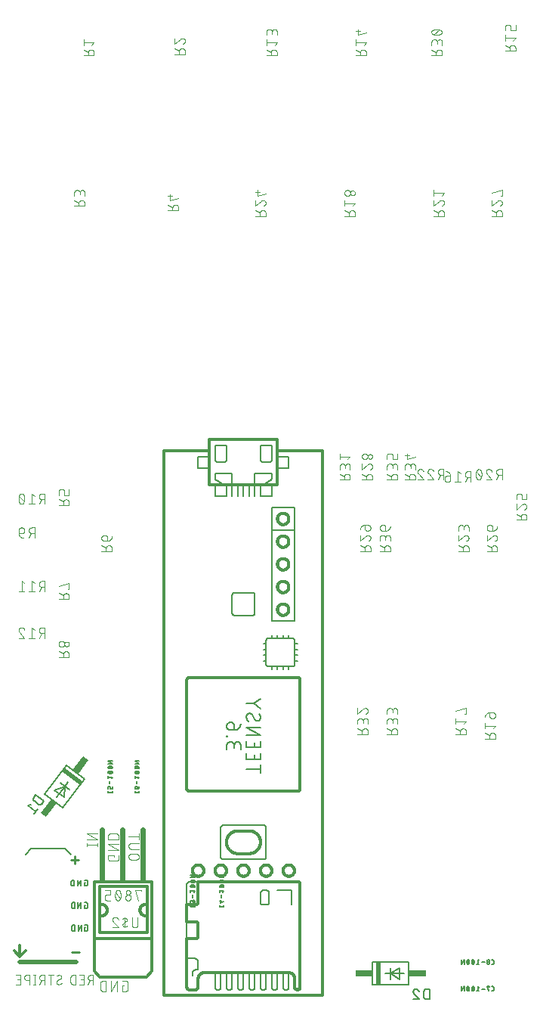
<source format=gbr>
G04 EAGLE Gerber RS-274X export*
G75*
%MOMM*%
%FSLAX34Y34*%
%LPD*%
%INSilkscreen Bottom*%
%IPPOS*%
%AMOC8*
5,1,8,0,0,1.08239X$1,22.5*%
G01*
%ADD10C,0.152400*%
%ADD11R,0.508000X2.540000*%
%ADD12R,1.905000X0.762000*%
%ADD13C,0.127000*%
%ADD14C,0.508000*%
%ADD15C,0.228600*%
%ADD16C,0.101600*%
%ADD17C,0.304800*%
%ADD18C,0.203200*%
%ADD19C,0.609600*%


D10*
X67517Y220472D02*
X91861Y253013D01*
X67517Y220472D02*
X47179Y235687D01*
X71523Y268228D01*
X91861Y253013D01*
X73324Y249435D02*
X69520Y244350D01*
X68519Y232411D02*
X58349Y240018D01*
X69520Y244350D02*
X68519Y232411D01*
X60391Y232147D02*
X69520Y244350D01*
X58349Y240018D01*
X64435Y248154D02*
X69520Y244350D01*
X74605Y240546D01*
D11*
G36*
X66198Y261109D02*
X69241Y265177D01*
X89578Y249963D01*
X86535Y245895D01*
X66198Y261109D01*
G37*
D12*
G36*
X42886Y215108D02*
X54296Y230361D01*
X60398Y225796D01*
X48988Y210543D01*
X42886Y215108D01*
G37*
G36*
X78642Y262904D02*
X90052Y278157D01*
X96154Y273592D01*
X84744Y258339D01*
X78642Y262904D01*
G37*
D13*
X46028Y227995D02*
X36876Y234842D01*
X34974Y232299D01*
X34909Y232209D01*
X34847Y232117D01*
X34789Y232023D01*
X34734Y231927D01*
X34682Y231829D01*
X34634Y231729D01*
X34589Y231627D01*
X34548Y231524D01*
X34510Y231420D01*
X34477Y231315D01*
X34446Y231208D01*
X34420Y231100D01*
X34397Y230992D01*
X34378Y230883D01*
X34363Y230773D01*
X34352Y230663D01*
X34345Y230552D01*
X34341Y230441D01*
X34342Y230331D01*
X34346Y230220D01*
X34354Y230109D01*
X34366Y229999D01*
X34382Y229889D01*
X34401Y229780D01*
X34425Y229672D01*
X34452Y229565D01*
X34483Y229458D01*
X34518Y229353D01*
X34556Y229249D01*
X34598Y229146D01*
X34643Y229045D01*
X34692Y228946D01*
X34744Y228848D01*
X34800Y228752D01*
X34859Y228658D01*
X34922Y228567D01*
X34987Y228477D01*
X35056Y228390D01*
X35127Y228306D01*
X35202Y228224D01*
X35279Y228144D01*
X35359Y228067D01*
X35441Y227994D01*
X35527Y227923D01*
X35614Y227855D01*
X39682Y224812D01*
X39772Y224747D01*
X39864Y224685D01*
X39958Y224627D01*
X40054Y224572D01*
X40152Y224520D01*
X40252Y224472D01*
X40354Y224427D01*
X40457Y224386D01*
X40561Y224348D01*
X40666Y224315D01*
X40773Y224284D01*
X40881Y224258D01*
X40989Y224235D01*
X41098Y224216D01*
X41208Y224201D01*
X41318Y224190D01*
X41429Y224183D01*
X41540Y224179D01*
X41651Y224180D01*
X41761Y224184D01*
X41872Y224192D01*
X41982Y224204D01*
X42092Y224220D01*
X42201Y224239D01*
X42309Y224263D01*
X42416Y224290D01*
X42523Y224321D01*
X42628Y224356D01*
X42732Y224394D01*
X42835Y224436D01*
X42936Y224481D01*
X43035Y224530D01*
X43133Y224582D01*
X43229Y224638D01*
X43323Y224697D01*
X43414Y224760D01*
X43504Y224825D01*
X43591Y224894D01*
X43675Y224965D01*
X43757Y225040D01*
X43837Y225117D01*
X43914Y225197D01*
X43987Y225279D01*
X44058Y225365D01*
X44126Y225452D01*
X46028Y227995D01*
X31835Y223863D02*
X27899Y222842D01*
X37051Y215995D01*
X38953Y218537D02*
X35149Y213453D01*
D14*
X19260Y47750D02*
X82760Y47750D01*
D10*
X70060Y174750D02*
X31960Y174750D01*
X70060Y174750D02*
X76410Y168400D01*
X31960Y174750D02*
X25610Y168400D01*
D13*
X91948Y86474D02*
X93007Y86474D01*
X91948Y86474D02*
X91948Y82946D01*
X94065Y82946D01*
X94139Y82948D01*
X94212Y82954D01*
X94286Y82963D01*
X94358Y82977D01*
X94430Y82994D01*
X94501Y83015D01*
X94571Y83040D01*
X94639Y83068D01*
X94706Y83100D01*
X94771Y83135D01*
X94833Y83174D01*
X94894Y83215D01*
X94953Y83260D01*
X95009Y83308D01*
X95063Y83359D01*
X95114Y83413D01*
X95162Y83469D01*
X95207Y83528D01*
X95248Y83589D01*
X95287Y83652D01*
X95322Y83716D01*
X95354Y83783D01*
X95382Y83851D01*
X95407Y83921D01*
X95428Y83992D01*
X95445Y84064D01*
X95459Y84136D01*
X95468Y84210D01*
X95474Y84283D01*
X95476Y84357D01*
X95476Y87885D01*
X95474Y87959D01*
X95468Y88032D01*
X95459Y88106D01*
X95445Y88178D01*
X95428Y88250D01*
X95407Y88321D01*
X95382Y88391D01*
X95354Y88459D01*
X95322Y88526D01*
X95287Y88590D01*
X95248Y88653D01*
X95207Y88714D01*
X95162Y88773D01*
X95114Y88829D01*
X95063Y88883D01*
X95009Y88934D01*
X94953Y88982D01*
X94894Y89027D01*
X94834Y89068D01*
X94771Y89107D01*
X94706Y89142D01*
X94639Y89174D01*
X94571Y89202D01*
X94501Y89227D01*
X94430Y89248D01*
X94358Y89265D01*
X94286Y89279D01*
X94213Y89288D01*
X94139Y89294D01*
X94065Y89296D01*
X91948Y89296D01*
X88161Y89296D02*
X88161Y82946D01*
X84633Y82946D02*
X88161Y89296D01*
X84633Y89296D02*
X84633Y82946D01*
X80846Y82946D02*
X80846Y89296D01*
X79082Y89296D01*
X79001Y89294D01*
X78919Y89288D01*
X78838Y89279D01*
X78758Y89266D01*
X78678Y89249D01*
X78599Y89229D01*
X78521Y89205D01*
X78445Y89177D01*
X78369Y89146D01*
X78296Y89111D01*
X78224Y89073D01*
X78153Y89032D01*
X78085Y88987D01*
X78019Y88940D01*
X77955Y88889D01*
X77894Y88836D01*
X77835Y88779D01*
X77778Y88720D01*
X77725Y88659D01*
X77674Y88595D01*
X77627Y88529D01*
X77582Y88461D01*
X77541Y88390D01*
X77503Y88318D01*
X77468Y88245D01*
X77437Y88169D01*
X77409Y88093D01*
X77385Y88015D01*
X77365Y87936D01*
X77348Y87856D01*
X77335Y87776D01*
X77326Y87695D01*
X77320Y87613D01*
X77318Y87532D01*
X77318Y84710D01*
X77320Y84629D01*
X77326Y84547D01*
X77335Y84466D01*
X77348Y84386D01*
X77365Y84306D01*
X77385Y84227D01*
X77409Y84149D01*
X77437Y84073D01*
X77468Y83997D01*
X77503Y83924D01*
X77541Y83852D01*
X77582Y83781D01*
X77627Y83713D01*
X77674Y83647D01*
X77725Y83583D01*
X77778Y83522D01*
X77835Y83463D01*
X77894Y83406D01*
X77955Y83353D01*
X78019Y83302D01*
X78085Y83255D01*
X78153Y83210D01*
X78224Y83169D01*
X78296Y83131D01*
X78369Y83096D01*
X78445Y83065D01*
X78521Y83037D01*
X78599Y83013D01*
X78678Y82993D01*
X78758Y82976D01*
X78838Y82963D01*
X78919Y82954D01*
X79001Y82948D01*
X79082Y82946D01*
X80846Y82946D01*
X91675Y111689D02*
X92734Y111689D01*
X91675Y111689D02*
X91675Y108161D01*
X93792Y108161D01*
X93866Y108163D01*
X93939Y108169D01*
X94013Y108178D01*
X94085Y108192D01*
X94157Y108209D01*
X94228Y108230D01*
X94298Y108255D01*
X94366Y108283D01*
X94433Y108315D01*
X94498Y108350D01*
X94560Y108389D01*
X94621Y108430D01*
X94680Y108475D01*
X94736Y108523D01*
X94790Y108574D01*
X94841Y108628D01*
X94889Y108684D01*
X94934Y108743D01*
X94975Y108804D01*
X95014Y108867D01*
X95049Y108931D01*
X95081Y108998D01*
X95109Y109066D01*
X95134Y109136D01*
X95155Y109207D01*
X95172Y109279D01*
X95186Y109351D01*
X95195Y109425D01*
X95201Y109498D01*
X95203Y109572D01*
X95203Y113100D01*
X95201Y113174D01*
X95195Y113247D01*
X95186Y113321D01*
X95172Y113393D01*
X95155Y113465D01*
X95134Y113536D01*
X95109Y113606D01*
X95081Y113674D01*
X95049Y113741D01*
X95014Y113805D01*
X94975Y113868D01*
X94934Y113929D01*
X94889Y113988D01*
X94841Y114044D01*
X94790Y114098D01*
X94736Y114149D01*
X94680Y114197D01*
X94621Y114242D01*
X94561Y114283D01*
X94498Y114322D01*
X94433Y114357D01*
X94366Y114389D01*
X94298Y114417D01*
X94228Y114442D01*
X94157Y114463D01*
X94085Y114480D01*
X94013Y114494D01*
X93940Y114503D01*
X93866Y114509D01*
X93792Y114511D01*
X91675Y114511D01*
X87888Y114511D02*
X87888Y108161D01*
X84360Y108161D02*
X87888Y114511D01*
X84360Y114511D02*
X84360Y108161D01*
X80573Y108161D02*
X80573Y114511D01*
X78809Y114511D01*
X78728Y114509D01*
X78646Y114503D01*
X78565Y114494D01*
X78485Y114481D01*
X78405Y114464D01*
X78326Y114444D01*
X78248Y114420D01*
X78172Y114392D01*
X78096Y114361D01*
X78023Y114326D01*
X77951Y114288D01*
X77880Y114247D01*
X77812Y114202D01*
X77746Y114155D01*
X77682Y114104D01*
X77621Y114051D01*
X77562Y113994D01*
X77505Y113935D01*
X77452Y113874D01*
X77401Y113810D01*
X77354Y113744D01*
X77309Y113676D01*
X77268Y113605D01*
X77230Y113533D01*
X77195Y113460D01*
X77164Y113384D01*
X77136Y113308D01*
X77112Y113230D01*
X77092Y113151D01*
X77075Y113071D01*
X77062Y112991D01*
X77053Y112910D01*
X77047Y112828D01*
X77045Y112747D01*
X77045Y109925D01*
X77047Y109844D01*
X77053Y109762D01*
X77062Y109681D01*
X77075Y109601D01*
X77092Y109521D01*
X77112Y109442D01*
X77136Y109364D01*
X77164Y109288D01*
X77195Y109212D01*
X77230Y109139D01*
X77268Y109067D01*
X77309Y108996D01*
X77354Y108928D01*
X77401Y108862D01*
X77452Y108798D01*
X77505Y108737D01*
X77562Y108678D01*
X77621Y108621D01*
X77682Y108568D01*
X77746Y108517D01*
X77812Y108470D01*
X77880Y108425D01*
X77951Y108384D01*
X78023Y108346D01*
X78096Y108311D01*
X78172Y108280D01*
X78248Y108252D01*
X78326Y108228D01*
X78405Y108208D01*
X78485Y108191D01*
X78565Y108178D01*
X78646Y108169D01*
X78728Y108163D01*
X78809Y108161D01*
X80573Y108161D01*
X91403Y136903D02*
X92461Y136903D01*
X91403Y136903D02*
X91403Y133376D01*
X93519Y133376D01*
X93593Y133378D01*
X93666Y133384D01*
X93740Y133393D01*
X93812Y133407D01*
X93884Y133424D01*
X93955Y133445D01*
X94025Y133470D01*
X94093Y133498D01*
X94160Y133530D01*
X94225Y133565D01*
X94287Y133604D01*
X94348Y133645D01*
X94407Y133690D01*
X94463Y133738D01*
X94517Y133789D01*
X94568Y133843D01*
X94616Y133899D01*
X94661Y133958D01*
X94702Y134019D01*
X94741Y134082D01*
X94776Y134146D01*
X94808Y134213D01*
X94836Y134281D01*
X94861Y134351D01*
X94882Y134422D01*
X94899Y134494D01*
X94913Y134566D01*
X94922Y134640D01*
X94928Y134713D01*
X94930Y134787D01*
X94930Y138314D01*
X94928Y138388D01*
X94922Y138461D01*
X94913Y138535D01*
X94899Y138607D01*
X94882Y138679D01*
X94861Y138750D01*
X94836Y138820D01*
X94808Y138888D01*
X94776Y138955D01*
X94741Y139019D01*
X94702Y139082D01*
X94661Y139143D01*
X94616Y139202D01*
X94568Y139258D01*
X94517Y139312D01*
X94463Y139363D01*
X94407Y139411D01*
X94348Y139456D01*
X94288Y139497D01*
X94225Y139536D01*
X94160Y139571D01*
X94093Y139603D01*
X94025Y139631D01*
X93955Y139656D01*
X93884Y139677D01*
X93812Y139694D01*
X93740Y139708D01*
X93667Y139717D01*
X93593Y139723D01*
X93519Y139725D01*
X93519Y139726D02*
X91403Y139726D01*
X87615Y139726D02*
X87615Y133376D01*
X84087Y133376D02*
X87615Y139726D01*
X84087Y139726D02*
X84087Y133376D01*
X80300Y133376D02*
X80300Y139726D01*
X78536Y139726D01*
X78455Y139724D01*
X78373Y139718D01*
X78292Y139709D01*
X78212Y139696D01*
X78132Y139679D01*
X78053Y139659D01*
X77975Y139635D01*
X77899Y139607D01*
X77823Y139576D01*
X77750Y139541D01*
X77678Y139503D01*
X77607Y139462D01*
X77539Y139417D01*
X77473Y139370D01*
X77409Y139319D01*
X77348Y139266D01*
X77289Y139209D01*
X77232Y139150D01*
X77179Y139089D01*
X77128Y139025D01*
X77081Y138959D01*
X77036Y138891D01*
X76995Y138820D01*
X76957Y138748D01*
X76922Y138675D01*
X76891Y138599D01*
X76863Y138523D01*
X76839Y138445D01*
X76819Y138366D01*
X76802Y138286D01*
X76789Y138206D01*
X76780Y138125D01*
X76774Y138043D01*
X76772Y137962D01*
X76772Y135139D01*
X76774Y135058D01*
X76780Y134976D01*
X76789Y134895D01*
X76802Y134815D01*
X76819Y134735D01*
X76839Y134656D01*
X76863Y134578D01*
X76891Y134502D01*
X76922Y134426D01*
X76957Y134353D01*
X76995Y134281D01*
X77036Y134210D01*
X77081Y134142D01*
X77128Y134076D01*
X77179Y134012D01*
X77232Y133951D01*
X77289Y133892D01*
X77348Y133835D01*
X77409Y133782D01*
X77473Y133731D01*
X77539Y133684D01*
X77607Y133639D01*
X77678Y133598D01*
X77750Y133560D01*
X77823Y133525D01*
X77899Y133494D01*
X77975Y133466D01*
X78053Y133442D01*
X78132Y133422D01*
X78212Y133405D01*
X78292Y133392D01*
X78373Y133383D01*
X78455Y133377D01*
X78536Y133375D01*
X78536Y133376D02*
X80300Y133376D01*
D15*
X80927Y157827D02*
X80927Y166463D01*
X76609Y162145D02*
X85245Y162145D01*
X86189Y59008D02*
X77553Y59008D01*
D16*
X101302Y33272D02*
X101302Y22858D01*
X101302Y33272D02*
X98409Y33272D01*
X98302Y33270D01*
X98195Y33264D01*
X98089Y33254D01*
X97983Y33240D01*
X97877Y33223D01*
X97773Y33201D01*
X97669Y33176D01*
X97566Y33146D01*
X97464Y33113D01*
X97364Y33077D01*
X97265Y33036D01*
X97168Y32992D01*
X97072Y32944D01*
X96978Y32893D01*
X96886Y32839D01*
X96796Y32781D01*
X96709Y32719D01*
X96623Y32655D01*
X96540Y32588D01*
X96460Y32517D01*
X96382Y32443D01*
X96307Y32367D01*
X96235Y32288D01*
X96166Y32207D01*
X96100Y32122D01*
X96037Y32036D01*
X95978Y31947D01*
X95922Y31856D01*
X95869Y31763D01*
X95819Y31669D01*
X95773Y31572D01*
X95731Y31474D01*
X95693Y31374D01*
X95658Y31273D01*
X95626Y31171D01*
X95599Y31067D01*
X95576Y30963D01*
X95556Y30858D01*
X95540Y30752D01*
X95528Y30646D01*
X95520Y30539D01*
X95516Y30432D01*
X95516Y30326D01*
X95520Y30219D01*
X95528Y30112D01*
X95540Y30006D01*
X95556Y29900D01*
X95576Y29795D01*
X95599Y29691D01*
X95626Y29587D01*
X95658Y29485D01*
X95693Y29384D01*
X95731Y29284D01*
X95773Y29186D01*
X95819Y29089D01*
X95869Y28995D01*
X95922Y28902D01*
X95978Y28811D01*
X96037Y28722D01*
X96100Y28636D01*
X96166Y28551D01*
X96235Y28470D01*
X96307Y28391D01*
X96382Y28315D01*
X96460Y28241D01*
X96540Y28170D01*
X96623Y28103D01*
X96709Y28039D01*
X96796Y27977D01*
X96886Y27919D01*
X96978Y27865D01*
X97072Y27814D01*
X97168Y27766D01*
X97265Y27722D01*
X97364Y27681D01*
X97464Y27645D01*
X97566Y27612D01*
X97669Y27582D01*
X97773Y27557D01*
X97877Y27535D01*
X97983Y27518D01*
X98089Y27504D01*
X98195Y27494D01*
X98302Y27488D01*
X98409Y27486D01*
X101302Y27486D01*
X97831Y27486D02*
X95516Y22858D01*
X90721Y22858D02*
X86092Y22858D01*
X90721Y22858D02*
X90721Y33272D01*
X86092Y33272D01*
X87249Y28644D02*
X90721Y28644D01*
X81827Y33272D02*
X81827Y22858D01*
X81827Y33272D02*
X78934Y33272D01*
X78828Y33270D01*
X78723Y33264D01*
X78618Y33255D01*
X78513Y33241D01*
X78409Y33224D01*
X78305Y33203D01*
X78202Y33178D01*
X78101Y33149D01*
X78000Y33117D01*
X77901Y33081D01*
X77803Y33042D01*
X77706Y32998D01*
X77611Y32952D01*
X77518Y32902D01*
X77427Y32848D01*
X77338Y32792D01*
X77251Y32732D01*
X77166Y32669D01*
X77083Y32603D01*
X77003Y32534D01*
X76926Y32462D01*
X76851Y32387D01*
X76779Y32310D01*
X76710Y32230D01*
X76644Y32147D01*
X76581Y32062D01*
X76521Y31975D01*
X76465Y31886D01*
X76411Y31795D01*
X76361Y31702D01*
X76315Y31607D01*
X76271Y31510D01*
X76232Y31412D01*
X76196Y31313D01*
X76164Y31212D01*
X76135Y31111D01*
X76110Y31008D01*
X76089Y30905D01*
X76072Y30800D01*
X76058Y30695D01*
X76049Y30590D01*
X76043Y30485D01*
X76041Y30379D01*
X76041Y25751D01*
X76043Y25645D01*
X76049Y25540D01*
X76058Y25435D01*
X76072Y25330D01*
X76089Y25226D01*
X76110Y25122D01*
X76135Y25019D01*
X76164Y24918D01*
X76196Y24817D01*
X76232Y24718D01*
X76271Y24620D01*
X76315Y24523D01*
X76361Y24428D01*
X76411Y24335D01*
X76465Y24244D01*
X76521Y24155D01*
X76581Y24068D01*
X76644Y23983D01*
X76710Y23900D01*
X76779Y23820D01*
X76851Y23743D01*
X76926Y23668D01*
X77003Y23596D01*
X77083Y23527D01*
X77166Y23461D01*
X77251Y23398D01*
X77338Y23338D01*
X77427Y23282D01*
X77518Y23228D01*
X77611Y23178D01*
X77706Y23132D01*
X77803Y23088D01*
X77901Y23049D01*
X78000Y23013D01*
X78101Y22981D01*
X78202Y22952D01*
X78305Y22927D01*
X78409Y22906D01*
X78513Y22889D01*
X78618Y22875D01*
X78723Y22866D01*
X78828Y22860D01*
X78934Y22858D01*
X81827Y22858D01*
X62582Y22858D02*
X62489Y22860D01*
X62396Y22866D01*
X62303Y22875D01*
X62211Y22888D01*
X62119Y22905D01*
X62028Y22925D01*
X61938Y22949D01*
X61849Y22977D01*
X61761Y23008D01*
X61675Y23043D01*
X61590Y23081D01*
X61507Y23123D01*
X61425Y23168D01*
X61345Y23216D01*
X61267Y23268D01*
X61192Y23322D01*
X61119Y23380D01*
X61048Y23440D01*
X60979Y23503D01*
X60913Y23569D01*
X60850Y23638D01*
X60790Y23709D01*
X60732Y23782D01*
X60678Y23857D01*
X60626Y23935D01*
X60578Y24015D01*
X60533Y24097D01*
X60491Y24180D01*
X60453Y24265D01*
X60418Y24351D01*
X60387Y24439D01*
X60359Y24528D01*
X60335Y24618D01*
X60315Y24709D01*
X60298Y24801D01*
X60285Y24893D01*
X60276Y24986D01*
X60270Y25079D01*
X60268Y25172D01*
X62582Y22858D02*
X62720Y22860D01*
X62858Y22866D01*
X62995Y22875D01*
X63132Y22889D01*
X63269Y22907D01*
X63405Y22928D01*
X63541Y22953D01*
X63676Y22982D01*
X63810Y23015D01*
X63942Y23051D01*
X64074Y23091D01*
X64205Y23135D01*
X64334Y23183D01*
X64462Y23234D01*
X64589Y23289D01*
X64714Y23347D01*
X64837Y23409D01*
X64958Y23474D01*
X65078Y23543D01*
X65195Y23615D01*
X65311Y23690D01*
X65424Y23769D01*
X65535Y23851D01*
X65644Y23936D01*
X65750Y24023D01*
X65854Y24114D01*
X65955Y24208D01*
X66053Y24304D01*
X65764Y30958D02*
X65762Y31051D01*
X65756Y31144D01*
X65747Y31237D01*
X65734Y31329D01*
X65717Y31421D01*
X65697Y31512D01*
X65673Y31602D01*
X65645Y31691D01*
X65614Y31779D01*
X65579Y31865D01*
X65541Y31950D01*
X65499Y32033D01*
X65454Y32115D01*
X65406Y32195D01*
X65354Y32273D01*
X65300Y32348D01*
X65242Y32421D01*
X65182Y32492D01*
X65119Y32561D01*
X65053Y32627D01*
X64984Y32690D01*
X64913Y32750D01*
X64840Y32808D01*
X64765Y32862D01*
X64687Y32914D01*
X64607Y32962D01*
X64525Y33007D01*
X64442Y33049D01*
X64357Y33087D01*
X64271Y33122D01*
X64183Y33153D01*
X64094Y33181D01*
X64004Y33205D01*
X63913Y33225D01*
X63821Y33242D01*
X63729Y33255D01*
X63636Y33264D01*
X63543Y33270D01*
X63450Y33272D01*
X63323Y33270D01*
X63196Y33265D01*
X63070Y33255D01*
X62943Y33242D01*
X62818Y33226D01*
X62692Y33205D01*
X62568Y33181D01*
X62444Y33154D01*
X62321Y33123D01*
X62199Y33088D01*
X62078Y33049D01*
X61958Y33007D01*
X61840Y32962D01*
X61722Y32913D01*
X61607Y32861D01*
X61493Y32805D01*
X61380Y32747D01*
X61270Y32684D01*
X61161Y32619D01*
X61054Y32550D01*
X60949Y32479D01*
X60847Y32404D01*
X64607Y28933D02*
X64687Y28983D01*
X64765Y29035D01*
X64840Y29090D01*
X64914Y29149D01*
X64985Y29210D01*
X65053Y29274D01*
X65119Y29341D01*
X65183Y29411D01*
X65243Y29482D01*
X65300Y29557D01*
X65355Y29633D01*
X65406Y29712D01*
X65454Y29792D01*
X65499Y29874D01*
X65541Y29959D01*
X65579Y30044D01*
X65614Y30131D01*
X65645Y30220D01*
X65673Y30310D01*
X65697Y30400D01*
X65717Y30492D01*
X65734Y30584D01*
X65747Y30677D01*
X65757Y30771D01*
X65762Y30864D01*
X65764Y30958D01*
X61425Y27197D02*
X61345Y27147D01*
X61267Y27095D01*
X61191Y27040D01*
X61118Y26981D01*
X61047Y26920D01*
X60979Y26856D01*
X60913Y26789D01*
X60849Y26719D01*
X60789Y26648D01*
X60732Y26573D01*
X60677Y26497D01*
X60626Y26418D01*
X60578Y26338D01*
X60533Y26256D01*
X60491Y26171D01*
X60453Y26086D01*
X60418Y25999D01*
X60387Y25910D01*
X60359Y25820D01*
X60335Y25730D01*
X60315Y25638D01*
X60298Y25546D01*
X60285Y25453D01*
X60275Y25359D01*
X60270Y25266D01*
X60268Y25172D01*
X61425Y27197D02*
X64607Y28933D01*
X53902Y33272D02*
X53902Y22858D01*
X56795Y33272D02*
X51010Y33272D01*
X46781Y33272D02*
X46781Y22858D01*
X46781Y33272D02*
X43888Y33272D01*
X43781Y33270D01*
X43674Y33264D01*
X43568Y33254D01*
X43462Y33240D01*
X43356Y33223D01*
X43252Y33201D01*
X43148Y33176D01*
X43045Y33146D01*
X42943Y33113D01*
X42843Y33077D01*
X42744Y33036D01*
X42647Y32992D01*
X42551Y32944D01*
X42457Y32893D01*
X42365Y32839D01*
X42275Y32781D01*
X42188Y32719D01*
X42102Y32655D01*
X42019Y32588D01*
X41939Y32517D01*
X41861Y32443D01*
X41786Y32367D01*
X41714Y32288D01*
X41645Y32207D01*
X41579Y32122D01*
X41516Y32036D01*
X41457Y31947D01*
X41401Y31856D01*
X41348Y31763D01*
X41298Y31669D01*
X41252Y31572D01*
X41210Y31474D01*
X41172Y31374D01*
X41137Y31273D01*
X41105Y31171D01*
X41078Y31067D01*
X41055Y30963D01*
X41035Y30858D01*
X41019Y30752D01*
X41007Y30646D01*
X40999Y30539D01*
X40995Y30432D01*
X40995Y30326D01*
X40999Y30219D01*
X41007Y30112D01*
X41019Y30006D01*
X41035Y29900D01*
X41055Y29795D01*
X41078Y29691D01*
X41105Y29587D01*
X41137Y29485D01*
X41172Y29384D01*
X41210Y29284D01*
X41252Y29186D01*
X41298Y29089D01*
X41348Y28995D01*
X41401Y28902D01*
X41457Y28811D01*
X41516Y28722D01*
X41579Y28636D01*
X41645Y28551D01*
X41714Y28470D01*
X41786Y28391D01*
X41861Y28315D01*
X41939Y28241D01*
X42019Y28170D01*
X42102Y28103D01*
X42188Y28039D01*
X42275Y27977D01*
X42365Y27919D01*
X42457Y27865D01*
X42551Y27814D01*
X42647Y27766D01*
X42744Y27722D01*
X42843Y27681D01*
X42943Y27645D01*
X43045Y27612D01*
X43148Y27582D01*
X43252Y27557D01*
X43356Y27535D01*
X43462Y27518D01*
X43568Y27504D01*
X43674Y27494D01*
X43781Y27488D01*
X43888Y27486D01*
X46781Y27486D01*
X43310Y27486D02*
X40996Y22858D01*
X35729Y22858D02*
X35729Y33272D01*
X36886Y22858D02*
X34572Y22858D01*
X34572Y33272D02*
X36886Y33272D01*
X29888Y33272D02*
X29888Y22858D01*
X29888Y33272D02*
X26995Y33272D01*
X26888Y33270D01*
X26781Y33264D01*
X26675Y33254D01*
X26569Y33240D01*
X26463Y33223D01*
X26359Y33201D01*
X26255Y33176D01*
X26152Y33146D01*
X26050Y33113D01*
X25950Y33077D01*
X25851Y33036D01*
X25754Y32992D01*
X25658Y32944D01*
X25564Y32893D01*
X25472Y32839D01*
X25382Y32781D01*
X25295Y32719D01*
X25209Y32655D01*
X25126Y32588D01*
X25046Y32517D01*
X24968Y32443D01*
X24893Y32367D01*
X24821Y32288D01*
X24752Y32207D01*
X24686Y32122D01*
X24623Y32036D01*
X24564Y31947D01*
X24508Y31856D01*
X24455Y31763D01*
X24405Y31669D01*
X24359Y31572D01*
X24317Y31474D01*
X24279Y31374D01*
X24244Y31273D01*
X24212Y31171D01*
X24185Y31067D01*
X24162Y30963D01*
X24142Y30858D01*
X24126Y30752D01*
X24114Y30646D01*
X24106Y30539D01*
X24102Y30432D01*
X24102Y30326D01*
X24106Y30219D01*
X24114Y30112D01*
X24126Y30006D01*
X24142Y29900D01*
X24162Y29795D01*
X24185Y29691D01*
X24212Y29587D01*
X24244Y29485D01*
X24279Y29384D01*
X24317Y29284D01*
X24359Y29186D01*
X24405Y29089D01*
X24455Y28995D01*
X24508Y28902D01*
X24564Y28811D01*
X24623Y28722D01*
X24686Y28636D01*
X24752Y28551D01*
X24821Y28470D01*
X24893Y28391D01*
X24968Y28315D01*
X25046Y28241D01*
X25126Y28170D01*
X25209Y28103D01*
X25295Y28039D01*
X25382Y27977D01*
X25472Y27919D01*
X25564Y27865D01*
X25658Y27814D01*
X25754Y27766D01*
X25851Y27722D01*
X25950Y27681D01*
X26050Y27645D01*
X26152Y27612D01*
X26255Y27582D01*
X26359Y27557D01*
X26463Y27535D01*
X26569Y27518D01*
X26675Y27504D01*
X26781Y27494D01*
X26888Y27488D01*
X26995Y27486D01*
X29888Y27486D01*
X19741Y22858D02*
X15112Y22858D01*
X19741Y22858D02*
X19741Y33272D01*
X15112Y33272D01*
X16269Y28644D02*
X19741Y28644D01*
D17*
X19260Y54100D02*
X19260Y66800D01*
X25610Y60450D02*
X19260Y54100D01*
X12910Y60450D01*
X181060Y10510D02*
X181060Y620110D01*
X358860Y620110D02*
X358860Y10510D01*
X333460Y241650D02*
X333460Y363570D01*
X333458Y363670D01*
X333452Y363769D01*
X333442Y363869D01*
X333429Y363967D01*
X333411Y364066D01*
X333390Y364163D01*
X333365Y364259D01*
X333336Y364355D01*
X333303Y364449D01*
X333267Y364542D01*
X333227Y364633D01*
X333183Y364723D01*
X333136Y364811D01*
X333086Y364897D01*
X333032Y364981D01*
X332975Y365063D01*
X332915Y365142D01*
X332851Y365220D01*
X332785Y365294D01*
X332716Y365366D01*
X332644Y365435D01*
X332570Y365501D01*
X332492Y365565D01*
X332413Y365625D01*
X332331Y365682D01*
X332247Y365736D01*
X332161Y365786D01*
X332073Y365833D01*
X331983Y365877D01*
X331892Y365917D01*
X331799Y365953D01*
X331705Y365986D01*
X331609Y366015D01*
X331513Y366040D01*
X331416Y366061D01*
X331317Y366079D01*
X331219Y366092D01*
X331119Y366102D01*
X331020Y366108D01*
X330920Y366110D01*
X209000Y366110D01*
X208900Y366108D01*
X208801Y366102D01*
X208701Y366092D01*
X208603Y366079D01*
X208504Y366061D01*
X208407Y366040D01*
X208311Y366015D01*
X208215Y365986D01*
X208121Y365953D01*
X208028Y365917D01*
X207937Y365877D01*
X207847Y365833D01*
X207759Y365786D01*
X207673Y365736D01*
X207589Y365682D01*
X207507Y365625D01*
X207428Y365565D01*
X207350Y365501D01*
X207276Y365435D01*
X207204Y365366D01*
X207135Y365294D01*
X207069Y365220D01*
X207005Y365142D01*
X206945Y365063D01*
X206888Y364981D01*
X206834Y364897D01*
X206784Y364811D01*
X206737Y364723D01*
X206693Y364633D01*
X206653Y364542D01*
X206617Y364449D01*
X206584Y364355D01*
X206555Y364259D01*
X206530Y364163D01*
X206509Y364066D01*
X206491Y363967D01*
X206478Y363869D01*
X206468Y363769D01*
X206462Y363670D01*
X206460Y363570D01*
X206460Y241650D01*
X206462Y241550D01*
X206468Y241451D01*
X206478Y241351D01*
X206491Y241253D01*
X206509Y241154D01*
X206530Y241057D01*
X206555Y240961D01*
X206584Y240865D01*
X206617Y240771D01*
X206653Y240678D01*
X206693Y240587D01*
X206737Y240497D01*
X206784Y240409D01*
X206834Y240323D01*
X206888Y240239D01*
X206945Y240157D01*
X207005Y240078D01*
X207069Y240000D01*
X207135Y239926D01*
X207204Y239854D01*
X207276Y239785D01*
X207350Y239719D01*
X207428Y239655D01*
X207507Y239595D01*
X207589Y239538D01*
X207673Y239484D01*
X207759Y239434D01*
X207847Y239387D01*
X207937Y239343D01*
X208028Y239303D01*
X208121Y239267D01*
X208215Y239234D01*
X208311Y239205D01*
X208407Y239180D01*
X208504Y239159D01*
X208603Y239141D01*
X208701Y239128D01*
X208801Y239118D01*
X208900Y239112D01*
X209000Y239110D01*
X330920Y239110D01*
X331020Y239112D01*
X331119Y239118D01*
X331219Y239128D01*
X331317Y239141D01*
X331416Y239159D01*
X331513Y239180D01*
X331609Y239205D01*
X331705Y239234D01*
X331799Y239267D01*
X331892Y239303D01*
X331983Y239343D01*
X332073Y239387D01*
X332161Y239434D01*
X332247Y239484D01*
X332331Y239538D01*
X332413Y239595D01*
X332492Y239655D01*
X332570Y239719D01*
X332644Y239785D01*
X332716Y239854D01*
X332785Y239926D01*
X332851Y240000D01*
X332915Y240078D01*
X332975Y240157D01*
X333032Y240239D01*
X333086Y240323D01*
X333136Y240409D01*
X333183Y240497D01*
X333227Y240587D01*
X333267Y240678D01*
X333303Y240771D01*
X333336Y240865D01*
X333365Y240961D01*
X333390Y241057D01*
X333411Y241154D01*
X333429Y241253D01*
X333442Y241351D01*
X333452Y241451D01*
X333458Y241550D01*
X333460Y241650D01*
X358860Y10510D02*
X181060Y10510D01*
X231860Y582010D02*
X231860Y601060D01*
X231860Y613760D01*
X231860Y620110D01*
X231860Y632810D01*
X308060Y632810D01*
X308060Y620110D01*
X308060Y613760D01*
X308060Y601060D01*
X308060Y582010D01*
X301710Y582010D01*
X292185Y582010D01*
X289010Y582010D01*
X282660Y582010D01*
X276310Y582010D01*
X269960Y582010D01*
X263610Y582010D01*
X257260Y582010D01*
X250910Y582010D01*
X247735Y582010D01*
X238210Y582010D01*
X231860Y582010D01*
X231860Y620110D02*
X181060Y620110D01*
X308060Y620110D02*
X358860Y620110D01*
D13*
X219160Y137510D02*
X209000Y137510D01*
X208900Y137508D01*
X208801Y137502D01*
X208701Y137492D01*
X208603Y137479D01*
X208504Y137461D01*
X208407Y137440D01*
X208311Y137415D01*
X208215Y137386D01*
X208121Y137353D01*
X208028Y137317D01*
X207937Y137277D01*
X207847Y137233D01*
X207759Y137186D01*
X207673Y137136D01*
X207589Y137082D01*
X207507Y137025D01*
X207428Y136965D01*
X207350Y136901D01*
X207276Y136835D01*
X207204Y136766D01*
X207135Y136694D01*
X207069Y136620D01*
X207005Y136542D01*
X206945Y136463D01*
X206888Y136381D01*
X206834Y136297D01*
X206784Y136211D01*
X206737Y136123D01*
X206693Y136033D01*
X206653Y135942D01*
X206617Y135849D01*
X206584Y135755D01*
X206555Y135659D01*
X206530Y135563D01*
X206509Y135466D01*
X206491Y135367D01*
X206478Y135269D01*
X206468Y135169D01*
X206462Y135070D01*
X206460Y134970D01*
X206460Y112110D01*
D17*
X206460Y93060D01*
D13*
X206460Y74010D01*
D17*
X206460Y51785D01*
X206460Y19400D01*
X206462Y19300D01*
X206468Y19201D01*
X206478Y19101D01*
X206491Y19003D01*
X206509Y18904D01*
X206530Y18807D01*
X206555Y18711D01*
X206584Y18615D01*
X206617Y18521D01*
X206653Y18428D01*
X206693Y18337D01*
X206737Y18247D01*
X206784Y18159D01*
X206834Y18073D01*
X206888Y17989D01*
X206945Y17907D01*
X207005Y17828D01*
X207069Y17750D01*
X207135Y17676D01*
X207204Y17604D01*
X207276Y17535D01*
X207350Y17469D01*
X207428Y17405D01*
X207507Y17345D01*
X207589Y17288D01*
X207673Y17234D01*
X207759Y17184D01*
X207847Y17137D01*
X207937Y17093D01*
X208028Y17053D01*
X208121Y17017D01*
X208215Y16984D01*
X208311Y16955D01*
X208407Y16930D01*
X208504Y16909D01*
X208603Y16891D01*
X208701Y16878D01*
X208801Y16868D01*
X208900Y16862D01*
X209000Y16860D01*
X215985Y16860D01*
X216096Y16862D01*
X216206Y16868D01*
X216317Y16877D01*
X216427Y16891D01*
X216536Y16908D01*
X216645Y16929D01*
X216753Y16954D01*
X216860Y16983D01*
X216966Y17015D01*
X217071Y17051D01*
X217174Y17091D01*
X217276Y17134D01*
X217377Y17181D01*
X217476Y17232D01*
X217572Y17285D01*
X217667Y17342D01*
X217760Y17403D01*
X217851Y17466D01*
X217940Y17533D01*
X218026Y17603D01*
X218109Y17676D01*
X218191Y17751D01*
X218269Y17829D01*
X218344Y17911D01*
X218417Y17994D01*
X218487Y18080D01*
X218554Y18169D01*
X218617Y18260D01*
X218678Y18353D01*
X218735Y18447D01*
X218788Y18544D01*
X218839Y18643D01*
X218886Y18744D01*
X218929Y18846D01*
X218969Y18949D01*
X219005Y19054D01*
X219037Y19160D01*
X219066Y19267D01*
X219091Y19375D01*
X219112Y19484D01*
X219129Y19593D01*
X219143Y19703D01*
X219152Y19814D01*
X219158Y19924D01*
X219160Y20035D01*
X219160Y29560D01*
X219162Y29718D01*
X219168Y29877D01*
X219178Y30035D01*
X219192Y30192D01*
X219209Y30350D01*
X219231Y30506D01*
X219256Y30663D01*
X219286Y30818D01*
X219319Y30973D01*
X219356Y31127D01*
X219397Y31280D01*
X219442Y31432D01*
X219491Y31582D01*
X219543Y31732D01*
X219599Y31880D01*
X219659Y32027D01*
X219722Y32172D01*
X219789Y32315D01*
X219859Y32457D01*
X219933Y32597D01*
X220011Y32735D01*
X220092Y32871D01*
X220176Y33005D01*
X220263Y33137D01*
X220354Y33267D01*
X220448Y33394D01*
X220545Y33519D01*
X220646Y33642D01*
X220749Y33762D01*
X220855Y33879D01*
X220964Y33994D01*
X221076Y34106D01*
X221191Y34215D01*
X221308Y34321D01*
X221428Y34424D01*
X221551Y34525D01*
X221676Y34622D01*
X221803Y34716D01*
X221933Y34807D01*
X222065Y34894D01*
X222199Y34978D01*
X222335Y35059D01*
X222473Y35137D01*
X222613Y35211D01*
X222755Y35281D01*
X222898Y35348D01*
X223043Y35411D01*
X223190Y35471D01*
X223338Y35527D01*
X223488Y35579D01*
X223638Y35628D01*
X223790Y35673D01*
X223943Y35714D01*
X224097Y35751D01*
X224252Y35784D01*
X224407Y35814D01*
X224564Y35839D01*
X224720Y35861D01*
X224878Y35878D01*
X225035Y35892D01*
X225193Y35902D01*
X225352Y35908D01*
X225510Y35910D01*
X238210Y35910D01*
X244560Y35910D01*
X250910Y35910D01*
X257260Y35910D01*
X263610Y35910D01*
X269960Y35910D01*
X276310Y35910D01*
X282660Y35910D01*
X289010Y35910D01*
X295360Y35910D01*
X301710Y35910D01*
X308060Y35910D01*
X314410Y35910D01*
X320760Y35910D01*
X320918Y35908D01*
X321077Y35902D01*
X321235Y35892D01*
X321392Y35878D01*
X321550Y35861D01*
X321706Y35839D01*
X321863Y35814D01*
X322018Y35784D01*
X322173Y35751D01*
X322327Y35714D01*
X322480Y35673D01*
X322632Y35628D01*
X322782Y35579D01*
X322932Y35527D01*
X323080Y35471D01*
X323227Y35411D01*
X323372Y35348D01*
X323515Y35281D01*
X323657Y35211D01*
X323797Y35137D01*
X323935Y35059D01*
X324071Y34978D01*
X324205Y34894D01*
X324337Y34807D01*
X324467Y34716D01*
X324594Y34622D01*
X324719Y34525D01*
X324842Y34424D01*
X324962Y34321D01*
X325079Y34215D01*
X325194Y34106D01*
X325306Y33994D01*
X325415Y33879D01*
X325521Y33762D01*
X325624Y33642D01*
X325725Y33519D01*
X325822Y33394D01*
X325916Y33267D01*
X326007Y33137D01*
X326094Y33005D01*
X326178Y32871D01*
X326259Y32735D01*
X326337Y32597D01*
X326411Y32457D01*
X326481Y32315D01*
X326548Y32172D01*
X326611Y32027D01*
X326671Y31880D01*
X326727Y31732D01*
X326779Y31582D01*
X326828Y31432D01*
X326873Y31280D01*
X326914Y31127D01*
X326951Y30973D01*
X326984Y30818D01*
X327014Y30663D01*
X327039Y30506D01*
X327061Y30350D01*
X327078Y30192D01*
X327092Y30035D01*
X327102Y29877D01*
X327108Y29718D01*
X327110Y29560D01*
X327110Y20035D01*
X327112Y19924D01*
X327118Y19814D01*
X327127Y19703D01*
X327141Y19593D01*
X327158Y19484D01*
X327179Y19375D01*
X327204Y19267D01*
X327233Y19160D01*
X327265Y19054D01*
X327301Y18949D01*
X327341Y18846D01*
X327384Y18744D01*
X327431Y18643D01*
X327482Y18544D01*
X327535Y18448D01*
X327592Y18353D01*
X327653Y18260D01*
X327716Y18169D01*
X327783Y18080D01*
X327853Y17994D01*
X327926Y17911D01*
X328001Y17829D01*
X328079Y17751D01*
X328161Y17676D01*
X328244Y17603D01*
X328330Y17533D01*
X328419Y17466D01*
X328510Y17403D01*
X328603Y17342D01*
X328698Y17285D01*
X328794Y17232D01*
X328893Y17181D01*
X328994Y17134D01*
X329096Y17091D01*
X329199Y17051D01*
X329304Y17015D01*
X329410Y16983D01*
X329517Y16954D01*
X329625Y16929D01*
X329734Y16908D01*
X329843Y16891D01*
X329953Y16877D01*
X330064Y16868D01*
X330174Y16862D01*
X330285Y16860D01*
X330920Y16860D01*
X331020Y16862D01*
X331119Y16868D01*
X331219Y16878D01*
X331317Y16891D01*
X331416Y16909D01*
X331513Y16930D01*
X331609Y16955D01*
X331705Y16984D01*
X331799Y17017D01*
X331892Y17053D01*
X331983Y17093D01*
X332073Y17137D01*
X332161Y17184D01*
X332247Y17234D01*
X332331Y17288D01*
X332413Y17345D01*
X332492Y17405D01*
X332570Y17469D01*
X332644Y17535D01*
X332716Y17604D01*
X332785Y17676D01*
X332851Y17750D01*
X332915Y17828D01*
X332975Y17907D01*
X333032Y17989D01*
X333086Y18073D01*
X333136Y18159D01*
X333183Y18247D01*
X333227Y18337D01*
X333267Y18428D01*
X333303Y18521D01*
X333336Y18615D01*
X333365Y18711D01*
X333390Y18807D01*
X333411Y18904D01*
X333429Y19003D01*
X333442Y19101D01*
X333452Y19201D01*
X333458Y19300D01*
X333460Y19400D01*
X333460Y134970D01*
X333458Y135070D01*
X333452Y135169D01*
X333442Y135269D01*
X333429Y135367D01*
X333411Y135466D01*
X333390Y135563D01*
X333365Y135659D01*
X333336Y135755D01*
X333303Y135849D01*
X333267Y135942D01*
X333227Y136033D01*
X333183Y136123D01*
X333136Y136211D01*
X333086Y136297D01*
X333032Y136381D01*
X332975Y136463D01*
X332915Y136542D01*
X332851Y136620D01*
X332785Y136694D01*
X332716Y136766D01*
X332644Y136835D01*
X332570Y136901D01*
X332492Y136965D01*
X332413Y137025D01*
X332331Y137082D01*
X332247Y137136D01*
X332161Y137186D01*
X332073Y137233D01*
X331983Y137277D01*
X331892Y137317D01*
X331799Y137353D01*
X331705Y137386D01*
X331609Y137415D01*
X331513Y137440D01*
X331416Y137461D01*
X331317Y137479D01*
X331219Y137492D01*
X331119Y137502D01*
X331020Y137508D01*
X330920Y137510D01*
X219160Y137510D01*
D13*
X238210Y35910D02*
X238210Y19400D01*
X238212Y19300D01*
X238218Y19201D01*
X238228Y19101D01*
X238241Y19003D01*
X238259Y18904D01*
X238280Y18807D01*
X238305Y18711D01*
X238334Y18615D01*
X238367Y18521D01*
X238403Y18428D01*
X238443Y18337D01*
X238487Y18247D01*
X238534Y18159D01*
X238584Y18073D01*
X238638Y17989D01*
X238695Y17907D01*
X238755Y17828D01*
X238819Y17750D01*
X238885Y17676D01*
X238954Y17604D01*
X239026Y17535D01*
X239100Y17469D01*
X239178Y17405D01*
X239257Y17345D01*
X239339Y17288D01*
X239423Y17234D01*
X239509Y17184D01*
X239597Y17137D01*
X239687Y17093D01*
X239778Y17053D01*
X239871Y17017D01*
X239965Y16984D01*
X240061Y16955D01*
X240157Y16930D01*
X240254Y16909D01*
X240353Y16891D01*
X240451Y16878D01*
X240551Y16868D01*
X240650Y16862D01*
X240750Y16860D01*
X242020Y16860D01*
X242120Y16862D01*
X242219Y16868D01*
X242319Y16878D01*
X242417Y16891D01*
X242516Y16909D01*
X242613Y16930D01*
X242709Y16955D01*
X242805Y16984D01*
X242899Y17017D01*
X242992Y17053D01*
X243083Y17093D01*
X243173Y17137D01*
X243261Y17184D01*
X243347Y17234D01*
X243431Y17288D01*
X243513Y17345D01*
X243592Y17405D01*
X243670Y17469D01*
X243744Y17535D01*
X243816Y17604D01*
X243885Y17676D01*
X243951Y17750D01*
X244015Y17828D01*
X244075Y17907D01*
X244132Y17989D01*
X244186Y18073D01*
X244236Y18159D01*
X244283Y18247D01*
X244327Y18337D01*
X244367Y18428D01*
X244403Y18521D01*
X244436Y18615D01*
X244465Y18711D01*
X244490Y18807D01*
X244511Y18904D01*
X244529Y19003D01*
X244542Y19101D01*
X244552Y19201D01*
X244558Y19300D01*
X244560Y19400D01*
X244560Y35910D01*
X250910Y35910D02*
X250910Y19400D01*
X250912Y19300D01*
X250918Y19201D01*
X250928Y19101D01*
X250941Y19003D01*
X250959Y18904D01*
X250980Y18807D01*
X251005Y18711D01*
X251034Y18615D01*
X251067Y18521D01*
X251103Y18428D01*
X251143Y18337D01*
X251187Y18247D01*
X251234Y18159D01*
X251284Y18073D01*
X251338Y17989D01*
X251395Y17907D01*
X251455Y17828D01*
X251519Y17750D01*
X251585Y17676D01*
X251654Y17604D01*
X251726Y17535D01*
X251800Y17469D01*
X251878Y17405D01*
X251957Y17345D01*
X252039Y17288D01*
X252123Y17234D01*
X252209Y17184D01*
X252297Y17137D01*
X252387Y17093D01*
X252478Y17053D01*
X252571Y17017D01*
X252665Y16984D01*
X252761Y16955D01*
X252857Y16930D01*
X252954Y16909D01*
X253053Y16891D01*
X253151Y16878D01*
X253251Y16868D01*
X253350Y16862D01*
X253450Y16860D01*
X254720Y16860D01*
X254820Y16862D01*
X254919Y16868D01*
X255019Y16878D01*
X255117Y16891D01*
X255216Y16909D01*
X255313Y16930D01*
X255409Y16955D01*
X255505Y16984D01*
X255599Y17017D01*
X255692Y17053D01*
X255783Y17093D01*
X255873Y17137D01*
X255961Y17184D01*
X256047Y17234D01*
X256131Y17288D01*
X256213Y17345D01*
X256292Y17405D01*
X256370Y17469D01*
X256444Y17535D01*
X256516Y17604D01*
X256585Y17676D01*
X256651Y17750D01*
X256715Y17828D01*
X256775Y17907D01*
X256832Y17989D01*
X256886Y18073D01*
X256936Y18159D01*
X256983Y18247D01*
X257027Y18337D01*
X257067Y18428D01*
X257103Y18521D01*
X257136Y18615D01*
X257165Y18711D01*
X257190Y18807D01*
X257211Y18904D01*
X257229Y19003D01*
X257242Y19101D01*
X257252Y19201D01*
X257258Y19300D01*
X257260Y19400D01*
X257260Y35910D01*
X263610Y35910D02*
X263610Y19400D01*
X263612Y19300D01*
X263618Y19201D01*
X263628Y19101D01*
X263641Y19003D01*
X263659Y18904D01*
X263680Y18807D01*
X263705Y18711D01*
X263734Y18615D01*
X263767Y18521D01*
X263803Y18428D01*
X263843Y18337D01*
X263887Y18247D01*
X263934Y18159D01*
X263984Y18073D01*
X264038Y17989D01*
X264095Y17907D01*
X264155Y17828D01*
X264219Y17750D01*
X264285Y17676D01*
X264354Y17604D01*
X264426Y17535D01*
X264500Y17469D01*
X264578Y17405D01*
X264657Y17345D01*
X264739Y17288D01*
X264823Y17234D01*
X264909Y17184D01*
X264997Y17137D01*
X265087Y17093D01*
X265178Y17053D01*
X265271Y17017D01*
X265365Y16984D01*
X265461Y16955D01*
X265557Y16930D01*
X265654Y16909D01*
X265753Y16891D01*
X265851Y16878D01*
X265951Y16868D01*
X266050Y16862D01*
X266150Y16860D01*
X267420Y16860D01*
X267520Y16862D01*
X267619Y16868D01*
X267719Y16878D01*
X267817Y16891D01*
X267916Y16909D01*
X268013Y16930D01*
X268109Y16955D01*
X268205Y16984D01*
X268299Y17017D01*
X268392Y17053D01*
X268483Y17093D01*
X268573Y17137D01*
X268661Y17184D01*
X268747Y17234D01*
X268831Y17288D01*
X268913Y17345D01*
X268992Y17405D01*
X269070Y17469D01*
X269144Y17535D01*
X269216Y17604D01*
X269285Y17676D01*
X269351Y17750D01*
X269415Y17828D01*
X269475Y17907D01*
X269532Y17989D01*
X269586Y18073D01*
X269636Y18159D01*
X269683Y18247D01*
X269727Y18337D01*
X269767Y18428D01*
X269803Y18521D01*
X269836Y18615D01*
X269865Y18711D01*
X269890Y18807D01*
X269911Y18904D01*
X269929Y19003D01*
X269942Y19101D01*
X269952Y19201D01*
X269958Y19300D01*
X269960Y19400D01*
X269960Y35910D01*
X276310Y35910D02*
X276310Y19400D01*
X276312Y19300D01*
X276318Y19201D01*
X276328Y19101D01*
X276341Y19003D01*
X276359Y18904D01*
X276380Y18807D01*
X276405Y18711D01*
X276434Y18615D01*
X276467Y18521D01*
X276503Y18428D01*
X276543Y18337D01*
X276587Y18247D01*
X276634Y18159D01*
X276684Y18073D01*
X276738Y17989D01*
X276795Y17907D01*
X276855Y17828D01*
X276919Y17750D01*
X276985Y17676D01*
X277054Y17604D01*
X277126Y17535D01*
X277200Y17469D01*
X277278Y17405D01*
X277357Y17345D01*
X277439Y17288D01*
X277523Y17234D01*
X277609Y17184D01*
X277697Y17137D01*
X277787Y17093D01*
X277878Y17053D01*
X277971Y17017D01*
X278065Y16984D01*
X278161Y16955D01*
X278257Y16930D01*
X278354Y16909D01*
X278453Y16891D01*
X278551Y16878D01*
X278651Y16868D01*
X278750Y16862D01*
X278850Y16860D01*
X280120Y16860D01*
X280220Y16862D01*
X280319Y16868D01*
X280419Y16878D01*
X280517Y16891D01*
X280616Y16909D01*
X280713Y16930D01*
X280809Y16955D01*
X280905Y16984D01*
X280999Y17017D01*
X281092Y17053D01*
X281183Y17093D01*
X281273Y17137D01*
X281361Y17184D01*
X281447Y17234D01*
X281531Y17288D01*
X281613Y17345D01*
X281692Y17405D01*
X281770Y17469D01*
X281844Y17535D01*
X281916Y17604D01*
X281985Y17676D01*
X282051Y17750D01*
X282115Y17828D01*
X282175Y17907D01*
X282232Y17989D01*
X282286Y18073D01*
X282336Y18159D01*
X282383Y18247D01*
X282427Y18337D01*
X282467Y18428D01*
X282503Y18521D01*
X282536Y18615D01*
X282565Y18711D01*
X282590Y18807D01*
X282611Y18904D01*
X282629Y19003D01*
X282642Y19101D01*
X282652Y19201D01*
X282658Y19300D01*
X282660Y19400D01*
X282660Y35910D01*
X289010Y35910D02*
X289010Y19400D01*
X289012Y19300D01*
X289018Y19201D01*
X289028Y19101D01*
X289041Y19003D01*
X289059Y18904D01*
X289080Y18807D01*
X289105Y18711D01*
X289134Y18615D01*
X289167Y18521D01*
X289203Y18428D01*
X289243Y18337D01*
X289287Y18247D01*
X289334Y18159D01*
X289384Y18073D01*
X289438Y17989D01*
X289495Y17907D01*
X289555Y17828D01*
X289619Y17750D01*
X289685Y17676D01*
X289754Y17604D01*
X289826Y17535D01*
X289900Y17469D01*
X289978Y17405D01*
X290057Y17345D01*
X290139Y17288D01*
X290223Y17234D01*
X290309Y17184D01*
X290397Y17137D01*
X290487Y17093D01*
X290578Y17053D01*
X290671Y17017D01*
X290765Y16984D01*
X290861Y16955D01*
X290957Y16930D01*
X291054Y16909D01*
X291153Y16891D01*
X291251Y16878D01*
X291351Y16868D01*
X291450Y16862D01*
X291550Y16860D01*
X292820Y16860D01*
X292920Y16862D01*
X293019Y16868D01*
X293119Y16878D01*
X293217Y16891D01*
X293316Y16909D01*
X293413Y16930D01*
X293509Y16955D01*
X293605Y16984D01*
X293699Y17017D01*
X293792Y17053D01*
X293883Y17093D01*
X293973Y17137D01*
X294061Y17184D01*
X294147Y17234D01*
X294231Y17288D01*
X294313Y17345D01*
X294392Y17405D01*
X294470Y17469D01*
X294544Y17535D01*
X294616Y17604D01*
X294685Y17676D01*
X294751Y17750D01*
X294815Y17828D01*
X294875Y17907D01*
X294932Y17989D01*
X294986Y18073D01*
X295036Y18159D01*
X295083Y18247D01*
X295127Y18337D01*
X295167Y18428D01*
X295203Y18521D01*
X295236Y18615D01*
X295265Y18711D01*
X295290Y18807D01*
X295311Y18904D01*
X295329Y19003D01*
X295342Y19101D01*
X295352Y19201D01*
X295358Y19300D01*
X295360Y19400D01*
X295360Y35910D01*
X301710Y35910D02*
X301710Y19400D01*
X301712Y19300D01*
X301718Y19201D01*
X301728Y19101D01*
X301741Y19003D01*
X301759Y18904D01*
X301780Y18807D01*
X301805Y18711D01*
X301834Y18615D01*
X301867Y18521D01*
X301903Y18428D01*
X301943Y18337D01*
X301987Y18247D01*
X302034Y18159D01*
X302084Y18073D01*
X302138Y17989D01*
X302195Y17907D01*
X302255Y17828D01*
X302319Y17750D01*
X302385Y17676D01*
X302454Y17604D01*
X302526Y17535D01*
X302600Y17469D01*
X302678Y17405D01*
X302757Y17345D01*
X302839Y17288D01*
X302923Y17234D01*
X303009Y17184D01*
X303097Y17137D01*
X303187Y17093D01*
X303278Y17053D01*
X303371Y17017D01*
X303465Y16984D01*
X303561Y16955D01*
X303657Y16930D01*
X303754Y16909D01*
X303853Y16891D01*
X303951Y16878D01*
X304051Y16868D01*
X304150Y16862D01*
X304250Y16860D01*
X305520Y16860D01*
X305620Y16862D01*
X305719Y16868D01*
X305819Y16878D01*
X305917Y16891D01*
X306016Y16909D01*
X306113Y16930D01*
X306209Y16955D01*
X306305Y16984D01*
X306399Y17017D01*
X306492Y17053D01*
X306583Y17093D01*
X306673Y17137D01*
X306761Y17184D01*
X306847Y17234D01*
X306931Y17288D01*
X307013Y17345D01*
X307092Y17405D01*
X307170Y17469D01*
X307244Y17535D01*
X307316Y17604D01*
X307385Y17676D01*
X307451Y17750D01*
X307515Y17828D01*
X307575Y17907D01*
X307632Y17989D01*
X307686Y18073D01*
X307736Y18159D01*
X307783Y18247D01*
X307827Y18337D01*
X307867Y18428D01*
X307903Y18521D01*
X307936Y18615D01*
X307965Y18711D01*
X307990Y18807D01*
X308011Y18904D01*
X308029Y19003D01*
X308042Y19101D01*
X308052Y19201D01*
X308058Y19300D01*
X308060Y19400D01*
X308060Y35910D01*
X314410Y35910D02*
X314410Y19400D01*
X314412Y19300D01*
X314418Y19201D01*
X314428Y19101D01*
X314441Y19003D01*
X314459Y18904D01*
X314480Y18807D01*
X314505Y18711D01*
X314534Y18615D01*
X314567Y18521D01*
X314603Y18428D01*
X314643Y18337D01*
X314687Y18247D01*
X314734Y18159D01*
X314784Y18073D01*
X314838Y17989D01*
X314895Y17907D01*
X314955Y17828D01*
X315019Y17750D01*
X315085Y17676D01*
X315154Y17604D01*
X315226Y17535D01*
X315300Y17469D01*
X315378Y17405D01*
X315457Y17345D01*
X315539Y17288D01*
X315623Y17234D01*
X315709Y17184D01*
X315797Y17137D01*
X315887Y17093D01*
X315978Y17053D01*
X316071Y17017D01*
X316165Y16984D01*
X316261Y16955D01*
X316357Y16930D01*
X316454Y16909D01*
X316553Y16891D01*
X316651Y16878D01*
X316751Y16868D01*
X316850Y16862D01*
X316950Y16860D01*
X318220Y16860D01*
X318320Y16862D01*
X318419Y16868D01*
X318519Y16878D01*
X318617Y16891D01*
X318716Y16909D01*
X318813Y16930D01*
X318909Y16955D01*
X319005Y16984D01*
X319099Y17017D01*
X319192Y17053D01*
X319283Y17093D01*
X319373Y17137D01*
X319461Y17184D01*
X319547Y17234D01*
X319631Y17288D01*
X319713Y17345D01*
X319792Y17405D01*
X319870Y17469D01*
X319944Y17535D01*
X320016Y17604D01*
X320085Y17676D01*
X320151Y17750D01*
X320215Y17828D01*
X320275Y17907D01*
X320332Y17989D01*
X320386Y18073D01*
X320436Y18159D01*
X320483Y18247D01*
X320527Y18337D01*
X320567Y18428D01*
X320603Y18521D01*
X320636Y18615D01*
X320665Y18711D01*
X320690Y18807D01*
X320711Y18904D01*
X320729Y19003D01*
X320742Y19101D01*
X320752Y19201D01*
X320758Y19300D01*
X320760Y19400D01*
X320760Y35910D01*
X295360Y165450D02*
X295360Y198470D01*
X295360Y165450D02*
X295358Y165350D01*
X295352Y165251D01*
X295342Y165151D01*
X295329Y165053D01*
X295311Y164954D01*
X295290Y164857D01*
X295265Y164761D01*
X295236Y164665D01*
X295203Y164571D01*
X295167Y164478D01*
X295127Y164387D01*
X295083Y164297D01*
X295036Y164209D01*
X294986Y164123D01*
X294932Y164039D01*
X294875Y163957D01*
X294815Y163878D01*
X294751Y163800D01*
X294685Y163726D01*
X294616Y163654D01*
X294544Y163585D01*
X294470Y163519D01*
X294392Y163455D01*
X294313Y163395D01*
X294231Y163338D01*
X294147Y163284D01*
X294061Y163234D01*
X293973Y163187D01*
X293883Y163143D01*
X293792Y163103D01*
X293699Y163067D01*
X293605Y163034D01*
X293509Y163005D01*
X293413Y162980D01*
X293316Y162959D01*
X293217Y162941D01*
X293119Y162928D01*
X293019Y162918D01*
X292920Y162912D01*
X292820Y162910D01*
X247100Y162910D01*
X247000Y162912D01*
X246901Y162918D01*
X246801Y162928D01*
X246703Y162941D01*
X246604Y162959D01*
X246507Y162980D01*
X246411Y163005D01*
X246315Y163034D01*
X246221Y163067D01*
X246128Y163103D01*
X246037Y163143D01*
X245947Y163187D01*
X245859Y163234D01*
X245773Y163284D01*
X245689Y163338D01*
X245607Y163395D01*
X245528Y163455D01*
X245450Y163519D01*
X245376Y163585D01*
X245304Y163654D01*
X245235Y163726D01*
X245169Y163800D01*
X245105Y163878D01*
X245045Y163957D01*
X244988Y164039D01*
X244934Y164123D01*
X244884Y164209D01*
X244837Y164297D01*
X244793Y164387D01*
X244753Y164478D01*
X244717Y164571D01*
X244684Y164665D01*
X244655Y164761D01*
X244630Y164857D01*
X244609Y164954D01*
X244591Y165053D01*
X244578Y165151D01*
X244568Y165251D01*
X244562Y165350D01*
X244560Y165450D01*
X244560Y198470D01*
X244562Y198570D01*
X244568Y198669D01*
X244578Y198769D01*
X244591Y198867D01*
X244609Y198966D01*
X244630Y199063D01*
X244655Y199159D01*
X244684Y199255D01*
X244717Y199349D01*
X244753Y199442D01*
X244793Y199533D01*
X244837Y199623D01*
X244884Y199711D01*
X244934Y199797D01*
X244988Y199881D01*
X245045Y199963D01*
X245105Y200042D01*
X245169Y200120D01*
X245235Y200194D01*
X245304Y200266D01*
X245376Y200335D01*
X245450Y200401D01*
X245528Y200465D01*
X245607Y200525D01*
X245689Y200582D01*
X245773Y200636D01*
X245859Y200686D01*
X245947Y200733D01*
X246037Y200777D01*
X246128Y200817D01*
X246221Y200853D01*
X246315Y200886D01*
X246411Y200915D01*
X246507Y200940D01*
X246604Y200961D01*
X246703Y200979D01*
X246801Y200992D01*
X246901Y201002D01*
X247000Y201008D01*
X247100Y201010D01*
X292820Y201010D01*
X292920Y201008D01*
X293019Y201002D01*
X293119Y200992D01*
X293217Y200979D01*
X293316Y200961D01*
X293413Y200940D01*
X293509Y200915D01*
X293605Y200886D01*
X293699Y200853D01*
X293792Y200817D01*
X293883Y200777D01*
X293973Y200733D01*
X294061Y200686D01*
X294147Y200636D01*
X294231Y200582D01*
X294313Y200525D01*
X294392Y200465D01*
X294470Y200401D01*
X294544Y200335D01*
X294616Y200266D01*
X294685Y200194D01*
X294751Y200120D01*
X294815Y200042D01*
X294875Y199963D01*
X294932Y199881D01*
X294986Y199797D01*
X295036Y199711D01*
X295083Y199623D01*
X295127Y199533D01*
X295167Y199442D01*
X295203Y199349D01*
X295236Y199255D01*
X295265Y199159D01*
X295290Y199063D01*
X295311Y198966D01*
X295329Y198867D01*
X295342Y198769D01*
X295352Y198669D01*
X295358Y198570D01*
X295360Y198470D01*
D17*
X289010Y181960D02*
X289006Y182267D01*
X288995Y182574D01*
X288977Y182880D01*
X288951Y183186D01*
X288917Y183491D01*
X288877Y183795D01*
X288829Y184098D01*
X288773Y184400D01*
X288711Y184700D01*
X288641Y184999D01*
X288564Y185296D01*
X288480Y185592D01*
X288388Y185885D01*
X288290Y186175D01*
X288185Y186463D01*
X288072Y186749D01*
X287953Y187032D01*
X287827Y187312D01*
X287695Y187589D01*
X287555Y187862D01*
X287409Y188132D01*
X287257Y188398D01*
X287098Y188661D01*
X286933Y188920D01*
X286762Y189174D01*
X286585Y189425D01*
X286401Y189671D01*
X286212Y189913D01*
X286017Y190149D01*
X285816Y190382D01*
X285610Y190609D01*
X285398Y190831D01*
X285181Y191048D01*
X284959Y191260D01*
X284732Y191466D01*
X284499Y191667D01*
X284263Y191862D01*
X284021Y192051D01*
X283775Y192235D01*
X283524Y192412D01*
X283270Y192583D01*
X283011Y192748D01*
X282748Y192907D01*
X282482Y193059D01*
X282212Y193205D01*
X281939Y193345D01*
X281662Y193477D01*
X281382Y193603D01*
X281099Y193722D01*
X280813Y193835D01*
X280525Y193940D01*
X280235Y194038D01*
X279942Y194130D01*
X279646Y194214D01*
X279349Y194291D01*
X279050Y194361D01*
X278750Y194423D01*
X278448Y194479D01*
X278145Y194527D01*
X277841Y194567D01*
X277536Y194601D01*
X277230Y194627D01*
X276924Y194645D01*
X276617Y194656D01*
X276310Y194660D01*
X263610Y194660D01*
X263303Y194656D01*
X262996Y194645D01*
X262690Y194627D01*
X262384Y194601D01*
X262079Y194567D01*
X261775Y194527D01*
X261472Y194479D01*
X261170Y194423D01*
X260870Y194361D01*
X260571Y194291D01*
X260274Y194214D01*
X259978Y194130D01*
X259685Y194038D01*
X259395Y193940D01*
X259107Y193835D01*
X258821Y193722D01*
X258538Y193603D01*
X258258Y193477D01*
X257981Y193345D01*
X257708Y193205D01*
X257438Y193059D01*
X257172Y192907D01*
X256909Y192748D01*
X256650Y192583D01*
X256396Y192412D01*
X256145Y192235D01*
X255899Y192051D01*
X255657Y191862D01*
X255421Y191667D01*
X255188Y191466D01*
X254961Y191260D01*
X254739Y191048D01*
X254522Y190831D01*
X254310Y190609D01*
X254104Y190382D01*
X253903Y190149D01*
X253708Y189913D01*
X253519Y189671D01*
X253335Y189425D01*
X253158Y189174D01*
X252987Y188920D01*
X252822Y188661D01*
X252663Y188398D01*
X252511Y188132D01*
X252365Y187862D01*
X252225Y187589D01*
X252093Y187312D01*
X251967Y187032D01*
X251848Y186749D01*
X251735Y186463D01*
X251630Y186175D01*
X251532Y185885D01*
X251440Y185592D01*
X251356Y185296D01*
X251279Y184999D01*
X251209Y184700D01*
X251147Y184400D01*
X251091Y184098D01*
X251043Y183795D01*
X251003Y183491D01*
X250969Y183186D01*
X250943Y182880D01*
X250925Y182574D01*
X250914Y182267D01*
X250910Y181960D01*
X250914Y181653D01*
X250925Y181346D01*
X250943Y181040D01*
X250969Y180734D01*
X251003Y180429D01*
X251043Y180125D01*
X251091Y179822D01*
X251147Y179520D01*
X251209Y179220D01*
X251279Y178921D01*
X251356Y178624D01*
X251440Y178328D01*
X251532Y178035D01*
X251630Y177745D01*
X251735Y177457D01*
X251848Y177171D01*
X251967Y176888D01*
X252093Y176608D01*
X252225Y176331D01*
X252365Y176058D01*
X252511Y175788D01*
X252663Y175522D01*
X252822Y175259D01*
X252987Y175000D01*
X253158Y174746D01*
X253335Y174495D01*
X253519Y174249D01*
X253708Y174007D01*
X253903Y173771D01*
X254104Y173538D01*
X254310Y173311D01*
X254522Y173089D01*
X254739Y172872D01*
X254961Y172660D01*
X255188Y172454D01*
X255421Y172253D01*
X255657Y172058D01*
X255899Y171869D01*
X256145Y171685D01*
X256396Y171508D01*
X256650Y171337D01*
X256909Y171172D01*
X257172Y171013D01*
X257438Y170861D01*
X257708Y170715D01*
X257981Y170575D01*
X258258Y170443D01*
X258538Y170317D01*
X258821Y170198D01*
X259107Y170085D01*
X259395Y169980D01*
X259685Y169882D01*
X259978Y169790D01*
X260274Y169706D01*
X260571Y169629D01*
X260870Y169559D01*
X261170Y169497D01*
X261472Y169441D01*
X261775Y169393D01*
X262079Y169353D01*
X262384Y169319D01*
X262690Y169293D01*
X262996Y169275D01*
X263303Y169264D01*
X263610Y169260D01*
X276310Y169260D01*
X276617Y169264D01*
X276924Y169275D01*
X277230Y169293D01*
X277536Y169319D01*
X277841Y169353D01*
X278145Y169393D01*
X278448Y169441D01*
X278750Y169497D01*
X279050Y169559D01*
X279349Y169629D01*
X279646Y169706D01*
X279942Y169790D01*
X280235Y169882D01*
X280525Y169980D01*
X280813Y170085D01*
X281099Y170198D01*
X281382Y170317D01*
X281662Y170443D01*
X281939Y170575D01*
X282212Y170715D01*
X282482Y170861D01*
X282748Y171013D01*
X283011Y171172D01*
X283270Y171337D01*
X283524Y171508D01*
X283775Y171685D01*
X284021Y171869D01*
X284263Y172058D01*
X284499Y172253D01*
X284732Y172454D01*
X284959Y172660D01*
X285181Y172872D01*
X285398Y173089D01*
X285610Y173311D01*
X285816Y173538D01*
X286017Y173771D01*
X286212Y174007D01*
X286401Y174249D01*
X286585Y174495D01*
X286762Y174746D01*
X286933Y175000D01*
X287098Y175259D01*
X287257Y175522D01*
X287409Y175788D01*
X287555Y176058D01*
X287695Y176331D01*
X287827Y176608D01*
X287953Y176888D01*
X288072Y177171D01*
X288185Y177457D01*
X288290Y177745D01*
X288388Y178035D01*
X288480Y178328D01*
X288564Y178624D01*
X288641Y178921D01*
X288711Y179220D01*
X288773Y179520D01*
X288829Y179822D01*
X288877Y180125D01*
X288917Y180429D01*
X288951Y180734D01*
X288977Y181040D01*
X288995Y181346D01*
X289006Y181653D01*
X289010Y181960D01*
D13*
X301710Y531210D02*
X301710Y556610D01*
X301710Y531210D02*
X301710Y429610D01*
X327110Y429610D01*
X327110Y531210D01*
X327110Y556610D01*
X301710Y556610D01*
X301710Y531210D02*
X327110Y531210D01*
X269960Y569310D02*
X269960Y582010D01*
X263610Y582010D02*
X263610Y569310D01*
X257260Y569310D02*
X257260Y582010D01*
X276310Y582010D02*
X276310Y569310D01*
X282660Y569310D02*
X282660Y582010D01*
D18*
X288947Y264112D02*
X273199Y264112D01*
X288947Y259738D02*
X288947Y268487D01*
X273199Y274884D02*
X273199Y281883D01*
X273199Y274884D02*
X288947Y274884D01*
X288947Y281883D01*
X281947Y280133D02*
X281947Y274884D01*
X273199Y288431D02*
X273199Y295430D01*
X273199Y288431D02*
X288947Y288431D01*
X288947Y295430D01*
X281947Y293680D02*
X281947Y288431D01*
X288947Y301942D02*
X273199Y301942D01*
X273199Y310691D02*
X288947Y301942D01*
X288947Y310691D02*
X273199Y310691D01*
X273198Y322823D02*
X273200Y322940D01*
X273206Y323057D01*
X273216Y323173D01*
X273229Y323290D01*
X273247Y323405D01*
X273268Y323520D01*
X273293Y323634D01*
X273322Y323748D01*
X273355Y323860D01*
X273392Y323971D01*
X273432Y324081D01*
X273476Y324189D01*
X273523Y324296D01*
X273574Y324402D01*
X273629Y324505D01*
X273687Y324607D01*
X273748Y324706D01*
X273812Y324804D01*
X273880Y324899D01*
X273951Y324992D01*
X274025Y325083D01*
X274102Y325171D01*
X274182Y325256D01*
X274265Y325339D01*
X274350Y325419D01*
X274438Y325496D01*
X274529Y325570D01*
X274622Y325641D01*
X274717Y325709D01*
X274815Y325773D01*
X274914Y325834D01*
X275016Y325892D01*
X275119Y325947D01*
X275225Y325998D01*
X275332Y326045D01*
X275440Y326089D01*
X275550Y326129D01*
X275661Y326166D01*
X275773Y326199D01*
X275887Y326228D01*
X276001Y326253D01*
X276116Y326274D01*
X276231Y326292D01*
X276348Y326305D01*
X276464Y326315D01*
X276581Y326321D01*
X276698Y326323D01*
X273198Y322823D02*
X273200Y322646D01*
X273206Y322469D01*
X273217Y322293D01*
X273232Y322117D01*
X273251Y321941D01*
X273274Y321765D01*
X273301Y321591D01*
X273333Y321416D01*
X273369Y321243D01*
X273409Y321071D01*
X273453Y320900D01*
X273501Y320729D01*
X273553Y320560D01*
X273609Y320393D01*
X273669Y320226D01*
X273733Y320061D01*
X273801Y319898D01*
X273873Y319736D01*
X273949Y319577D01*
X274028Y319419D01*
X274112Y319263D01*
X274199Y319109D01*
X274290Y318957D01*
X274384Y318807D01*
X274482Y318660D01*
X274583Y318515D01*
X274688Y318372D01*
X274796Y318232D01*
X274907Y318095D01*
X275022Y317960D01*
X275140Y317829D01*
X275261Y317700D01*
X275385Y317574D01*
X285447Y318010D02*
X285564Y318012D01*
X285681Y318018D01*
X285797Y318028D01*
X285914Y318041D01*
X286029Y318059D01*
X286144Y318080D01*
X286258Y318105D01*
X286372Y318134D01*
X286484Y318167D01*
X286595Y318204D01*
X286705Y318244D01*
X286813Y318288D01*
X286920Y318335D01*
X287026Y318386D01*
X287129Y318441D01*
X287231Y318499D01*
X287330Y318560D01*
X287428Y318624D01*
X287523Y318692D01*
X287616Y318763D01*
X287707Y318837D01*
X287795Y318914D01*
X287880Y318994D01*
X287963Y319077D01*
X288043Y319162D01*
X288120Y319250D01*
X288194Y319341D01*
X288265Y319434D01*
X288333Y319529D01*
X288397Y319627D01*
X288458Y319726D01*
X288516Y319828D01*
X288571Y319931D01*
X288622Y320037D01*
X288669Y320144D01*
X288713Y320252D01*
X288753Y320362D01*
X288790Y320473D01*
X288823Y320585D01*
X288852Y320699D01*
X288877Y320813D01*
X288898Y320928D01*
X288916Y321043D01*
X288929Y321160D01*
X288939Y321276D01*
X288945Y321393D01*
X288947Y321510D01*
X288945Y321666D01*
X288940Y321823D01*
X288930Y321979D01*
X288917Y322135D01*
X288900Y322290D01*
X288880Y322445D01*
X288856Y322600D01*
X288828Y322754D01*
X288797Y322907D01*
X288762Y323059D01*
X288723Y323211D01*
X288680Y323361D01*
X288635Y323511D01*
X288585Y323659D01*
X288532Y323806D01*
X288476Y323952D01*
X288416Y324097D01*
X288352Y324240D01*
X288286Y324381D01*
X288216Y324521D01*
X288142Y324659D01*
X288065Y324795D01*
X287986Y324930D01*
X287902Y325062D01*
X287816Y325193D01*
X287727Y325321D01*
X287635Y325447D01*
X282385Y319761D02*
X282445Y319662D01*
X282509Y319566D01*
X282575Y319472D01*
X282644Y319380D01*
X282717Y319290D01*
X282792Y319202D01*
X282870Y319118D01*
X282951Y319035D01*
X283034Y318956D01*
X283120Y318879D01*
X283208Y318805D01*
X283299Y318733D01*
X283392Y318665D01*
X283487Y318600D01*
X283585Y318538D01*
X283684Y318479D01*
X283785Y318424D01*
X283888Y318371D01*
X283992Y318323D01*
X284098Y318277D01*
X284205Y318235D01*
X284314Y318196D01*
X284424Y318161D01*
X284535Y318130D01*
X284647Y318102D01*
X284759Y318078D01*
X284873Y318058D01*
X284987Y318041D01*
X285102Y318028D01*
X285217Y318018D01*
X285332Y318013D01*
X285447Y318011D01*
X279760Y324572D02*
X279700Y324671D01*
X279636Y324767D01*
X279570Y324861D01*
X279501Y324953D01*
X279428Y325043D01*
X279353Y325131D01*
X279275Y325215D01*
X279194Y325298D01*
X279111Y325377D01*
X279025Y325454D01*
X278937Y325528D01*
X278846Y325600D01*
X278753Y325668D01*
X278658Y325733D01*
X278560Y325795D01*
X278461Y325854D01*
X278360Y325909D01*
X278257Y325962D01*
X278153Y326011D01*
X278047Y326056D01*
X277940Y326098D01*
X277831Y326137D01*
X277721Y326172D01*
X277610Y326203D01*
X277498Y326231D01*
X277386Y326255D01*
X277272Y326275D01*
X277158Y326292D01*
X277043Y326305D01*
X276928Y326315D01*
X276813Y326320D01*
X276698Y326322D01*
X279760Y324572D02*
X282385Y319761D01*
X288947Y331809D02*
X281510Y337058D01*
X288947Y342307D01*
X281510Y337058D02*
X273199Y337058D01*
X250974Y290081D02*
X250974Y285706D01*
X250974Y290081D02*
X250976Y290212D01*
X250982Y290343D01*
X250992Y290473D01*
X251005Y290603D01*
X251023Y290733D01*
X251044Y290862D01*
X251070Y290990D01*
X251099Y291118D01*
X251132Y291245D01*
X251168Y291370D01*
X251209Y291495D01*
X251253Y291618D01*
X251301Y291740D01*
X251352Y291860D01*
X251407Y291979D01*
X251466Y292096D01*
X251528Y292211D01*
X251593Y292324D01*
X251662Y292436D01*
X251734Y292545D01*
X251809Y292652D01*
X251888Y292757D01*
X251969Y292859D01*
X252054Y292959D01*
X252142Y293056D01*
X252232Y293151D01*
X252325Y293243D01*
X252421Y293332D01*
X252520Y293418D01*
X252621Y293501D01*
X252724Y293581D01*
X252830Y293658D01*
X252938Y293731D01*
X253049Y293802D01*
X253161Y293869D01*
X253275Y293933D01*
X253391Y293993D01*
X253509Y294050D01*
X253629Y294103D01*
X253750Y294153D01*
X253873Y294199D01*
X253996Y294241D01*
X254121Y294279D01*
X254248Y294314D01*
X254375Y294345D01*
X254503Y294373D01*
X254631Y294396D01*
X254761Y294415D01*
X254891Y294431D01*
X255021Y294443D01*
X255152Y294451D01*
X255283Y294455D01*
X255413Y294455D01*
X255544Y294451D01*
X255675Y294443D01*
X255805Y294431D01*
X255935Y294415D01*
X256065Y294396D01*
X256193Y294373D01*
X256321Y294345D01*
X256448Y294314D01*
X256575Y294279D01*
X256700Y294241D01*
X256823Y294199D01*
X256946Y294153D01*
X257067Y294103D01*
X257187Y294050D01*
X257305Y293993D01*
X257421Y293933D01*
X257535Y293869D01*
X257647Y293802D01*
X257758Y293731D01*
X257866Y293658D01*
X257972Y293581D01*
X258075Y293501D01*
X258176Y293418D01*
X258275Y293332D01*
X258371Y293243D01*
X258464Y293151D01*
X258554Y293056D01*
X258642Y292959D01*
X258727Y292859D01*
X258808Y292757D01*
X258887Y292652D01*
X258962Y292545D01*
X259034Y292436D01*
X259103Y292324D01*
X259168Y292211D01*
X259230Y292096D01*
X259289Y291979D01*
X259344Y291860D01*
X259395Y291740D01*
X259443Y291618D01*
X259487Y291495D01*
X259528Y291370D01*
X259564Y291245D01*
X259597Y291118D01*
X259626Y290990D01*
X259652Y290862D01*
X259673Y290733D01*
X259691Y290603D01*
X259704Y290473D01*
X259714Y290343D01*
X259720Y290212D01*
X259722Y290081D01*
X266722Y290956D02*
X266722Y285706D01*
X266722Y290956D02*
X266720Y291074D01*
X266714Y291192D01*
X266704Y291310D01*
X266690Y291427D01*
X266672Y291544D01*
X266650Y291661D01*
X266625Y291776D01*
X266595Y291890D01*
X266561Y292004D01*
X266524Y292116D01*
X266483Y292227D01*
X266438Y292336D01*
X266390Y292444D01*
X266338Y292550D01*
X266282Y292655D01*
X266223Y292757D01*
X266161Y292857D01*
X266095Y292955D01*
X266026Y293051D01*
X265953Y293145D01*
X265878Y293236D01*
X265799Y293324D01*
X265718Y293410D01*
X265633Y293493D01*
X265546Y293573D01*
X265457Y293650D01*
X265364Y293724D01*
X265270Y293794D01*
X265173Y293862D01*
X265073Y293926D01*
X264972Y293987D01*
X264869Y294044D01*
X264763Y294098D01*
X264656Y294149D01*
X264548Y294195D01*
X264438Y294238D01*
X264326Y294277D01*
X264213Y294313D01*
X264099Y294344D01*
X263984Y294372D01*
X263869Y294396D01*
X263752Y294416D01*
X263635Y294432D01*
X263517Y294444D01*
X263399Y294452D01*
X263281Y294456D01*
X263163Y294456D01*
X263045Y294452D01*
X262927Y294444D01*
X262809Y294432D01*
X262692Y294416D01*
X262575Y294396D01*
X262460Y294372D01*
X262345Y294344D01*
X262231Y294313D01*
X262118Y294277D01*
X262006Y294238D01*
X261896Y294195D01*
X261788Y294149D01*
X261681Y294098D01*
X261575Y294044D01*
X261472Y293987D01*
X261371Y293926D01*
X261271Y293862D01*
X261174Y293794D01*
X261080Y293724D01*
X260987Y293650D01*
X260898Y293573D01*
X260811Y293493D01*
X260726Y293410D01*
X260645Y293324D01*
X260566Y293236D01*
X260491Y293145D01*
X260418Y293051D01*
X260349Y292955D01*
X260283Y292857D01*
X260221Y292757D01*
X260162Y292655D01*
X260106Y292550D01*
X260054Y292444D01*
X260006Y292336D01*
X259961Y292227D01*
X259920Y292116D01*
X259883Y292004D01*
X259849Y291890D01*
X259819Y291776D01*
X259794Y291661D01*
X259772Y291544D01*
X259754Y291427D01*
X259740Y291310D01*
X259730Y291192D01*
X259724Y291074D01*
X259722Y290956D01*
X259722Y287456D01*
X251848Y300585D02*
X250974Y300585D01*
X251848Y300585D02*
X251848Y301460D01*
X250974Y301460D01*
X250974Y300585D01*
X259722Y307590D02*
X259722Y312839D01*
X259723Y312839D02*
X259721Y312956D01*
X259715Y313073D01*
X259705Y313189D01*
X259692Y313306D01*
X259674Y313421D01*
X259653Y313536D01*
X259628Y313650D01*
X259599Y313764D01*
X259566Y313876D01*
X259529Y313987D01*
X259489Y314097D01*
X259445Y314205D01*
X259398Y314312D01*
X259347Y314418D01*
X259292Y314521D01*
X259234Y314623D01*
X259173Y314722D01*
X259109Y314820D01*
X259041Y314915D01*
X258970Y315008D01*
X258896Y315099D01*
X258819Y315187D01*
X258739Y315272D01*
X258656Y315355D01*
X258571Y315435D01*
X258483Y315512D01*
X258392Y315586D01*
X258299Y315657D01*
X258204Y315725D01*
X258106Y315789D01*
X258007Y315850D01*
X257905Y315908D01*
X257802Y315963D01*
X257696Y316014D01*
X257589Y316061D01*
X257481Y316105D01*
X257371Y316145D01*
X257260Y316182D01*
X257148Y316215D01*
X257034Y316244D01*
X256920Y316269D01*
X256805Y316290D01*
X256690Y316308D01*
X256573Y316321D01*
X256457Y316331D01*
X256340Y316337D01*
X256223Y316339D01*
X255348Y316339D01*
X255348Y316338D02*
X255217Y316336D01*
X255086Y316330D01*
X254956Y316320D01*
X254826Y316307D01*
X254696Y316289D01*
X254567Y316268D01*
X254439Y316242D01*
X254311Y316213D01*
X254184Y316180D01*
X254059Y316144D01*
X253934Y316103D01*
X253811Y316059D01*
X253689Y316011D01*
X253569Y315960D01*
X253450Y315905D01*
X253333Y315846D01*
X253218Y315784D01*
X253105Y315719D01*
X252993Y315650D01*
X252884Y315578D01*
X252777Y315503D01*
X252672Y315424D01*
X252570Y315343D01*
X252470Y315258D01*
X252373Y315170D01*
X252278Y315080D01*
X252186Y314987D01*
X252097Y314891D01*
X252011Y314792D01*
X251928Y314691D01*
X251848Y314588D01*
X251771Y314482D01*
X251698Y314374D01*
X251627Y314263D01*
X251560Y314151D01*
X251496Y314037D01*
X251436Y313921D01*
X251379Y313803D01*
X251326Y313683D01*
X251276Y313562D01*
X251230Y313439D01*
X251188Y313316D01*
X251150Y313191D01*
X251115Y313064D01*
X251084Y312937D01*
X251056Y312809D01*
X251033Y312681D01*
X251014Y312551D01*
X250998Y312421D01*
X250986Y312291D01*
X250978Y312160D01*
X250974Y312029D01*
X250974Y311899D01*
X250978Y311768D01*
X250986Y311637D01*
X250998Y311507D01*
X251014Y311377D01*
X251033Y311247D01*
X251056Y311119D01*
X251084Y310991D01*
X251115Y310864D01*
X251150Y310737D01*
X251188Y310612D01*
X251230Y310489D01*
X251276Y310366D01*
X251326Y310245D01*
X251379Y310125D01*
X251436Y310007D01*
X251496Y309891D01*
X251560Y309777D01*
X251627Y309665D01*
X251698Y309554D01*
X251771Y309446D01*
X251848Y309340D01*
X251928Y309237D01*
X252011Y309136D01*
X252097Y309037D01*
X252186Y308941D01*
X252278Y308848D01*
X252373Y308758D01*
X252470Y308670D01*
X252570Y308585D01*
X252672Y308504D01*
X252777Y308425D01*
X252884Y308350D01*
X252993Y308278D01*
X253105Y308209D01*
X253218Y308144D01*
X253333Y308082D01*
X253450Y308023D01*
X253569Y307968D01*
X253689Y307917D01*
X253811Y307869D01*
X253934Y307825D01*
X254059Y307784D01*
X254184Y307748D01*
X254311Y307715D01*
X254439Y307686D01*
X254567Y307660D01*
X254696Y307639D01*
X254826Y307621D01*
X254956Y307608D01*
X255086Y307598D01*
X255217Y307592D01*
X255348Y307590D01*
X259722Y307590D01*
X259894Y307592D01*
X260065Y307598D01*
X260237Y307609D01*
X260408Y307624D01*
X260579Y307643D01*
X260749Y307666D01*
X260919Y307693D01*
X261087Y307724D01*
X261255Y307760D01*
X261423Y307800D01*
X261589Y307844D01*
X261754Y307891D01*
X261917Y307943D01*
X262080Y307999D01*
X262241Y308059D01*
X262400Y308123D01*
X262558Y308190D01*
X262714Y308262D01*
X262869Y308337D01*
X263021Y308416D01*
X263172Y308499D01*
X263320Y308586D01*
X263466Y308676D01*
X263610Y308770D01*
X263752Y308867D01*
X263891Y308967D01*
X264028Y309071D01*
X264162Y309179D01*
X264294Y309289D01*
X264422Y309403D01*
X264548Y309520D01*
X264671Y309640D01*
X264791Y309763D01*
X264908Y309889D01*
X265022Y310017D01*
X265132Y310149D01*
X265240Y310283D01*
X265344Y310420D01*
X265444Y310559D01*
X265541Y310701D01*
X265635Y310845D01*
X265725Y310991D01*
X265812Y311139D01*
X265895Y311290D01*
X265974Y311442D01*
X266049Y311597D01*
X266121Y311753D01*
X266188Y311911D01*
X266252Y312070D01*
X266312Y312231D01*
X266368Y312394D01*
X266420Y312557D01*
X266467Y312722D01*
X266511Y312888D01*
X266551Y313055D01*
X266587Y313224D01*
X266618Y313392D01*
X266645Y313562D01*
X266668Y313732D01*
X266687Y313903D01*
X266702Y314074D01*
X266713Y314246D01*
X266719Y314417D01*
X266721Y314589D01*
D17*
X219160Y137510D02*
X219160Y114650D01*
X219158Y114550D01*
X219152Y114451D01*
X219142Y114351D01*
X219129Y114253D01*
X219111Y114154D01*
X219090Y114057D01*
X219065Y113961D01*
X219036Y113865D01*
X219003Y113771D01*
X218967Y113678D01*
X218927Y113587D01*
X218883Y113497D01*
X218836Y113409D01*
X218786Y113323D01*
X218732Y113239D01*
X218675Y113157D01*
X218615Y113078D01*
X218551Y113000D01*
X218485Y112926D01*
X218416Y112854D01*
X218344Y112785D01*
X218270Y112719D01*
X218192Y112655D01*
X218113Y112595D01*
X218031Y112538D01*
X217947Y112484D01*
X217861Y112434D01*
X217773Y112387D01*
X217683Y112343D01*
X217592Y112303D01*
X217499Y112267D01*
X217405Y112234D01*
X217309Y112205D01*
X217213Y112180D01*
X217116Y112159D01*
X217017Y112141D01*
X216919Y112128D01*
X216819Y112118D01*
X216720Y112112D01*
X216620Y112110D01*
X206460Y112110D01*
X206460Y93060D02*
X216620Y93060D01*
X216720Y93058D01*
X216819Y93052D01*
X216919Y93042D01*
X217017Y93029D01*
X217116Y93011D01*
X217213Y92990D01*
X217309Y92965D01*
X217405Y92936D01*
X217499Y92903D01*
X217592Y92867D01*
X217683Y92827D01*
X217773Y92783D01*
X217861Y92736D01*
X217947Y92686D01*
X218031Y92632D01*
X218113Y92575D01*
X218192Y92515D01*
X218270Y92451D01*
X218344Y92385D01*
X218416Y92316D01*
X218485Y92244D01*
X218551Y92170D01*
X218615Y92092D01*
X218675Y92013D01*
X218732Y91931D01*
X218786Y91847D01*
X218836Y91761D01*
X218883Y91673D01*
X218927Y91583D01*
X218967Y91492D01*
X219003Y91399D01*
X219036Y91305D01*
X219065Y91209D01*
X219090Y91113D01*
X219111Y91016D01*
X219129Y90917D01*
X219142Y90819D01*
X219152Y90719D01*
X219158Y90620D01*
X219160Y90520D01*
X219160Y76550D01*
X219158Y76450D01*
X219152Y76351D01*
X219142Y76251D01*
X219129Y76153D01*
X219111Y76054D01*
X219090Y75957D01*
X219065Y75861D01*
X219036Y75765D01*
X219003Y75671D01*
X218967Y75578D01*
X218927Y75487D01*
X218883Y75397D01*
X218836Y75309D01*
X218786Y75223D01*
X218732Y75139D01*
X218675Y75057D01*
X218615Y74978D01*
X218551Y74900D01*
X218485Y74826D01*
X218416Y74754D01*
X218344Y74685D01*
X218270Y74619D01*
X218192Y74555D01*
X218113Y74495D01*
X218031Y74438D01*
X217947Y74384D01*
X217861Y74334D01*
X217773Y74287D01*
X217683Y74243D01*
X217592Y74203D01*
X217499Y74167D01*
X217405Y74134D01*
X217309Y74105D01*
X217213Y74080D01*
X217116Y74059D01*
X217017Y74041D01*
X216919Y74028D01*
X216819Y74018D01*
X216720Y74012D01*
X216620Y74010D01*
X206460Y74010D01*
D13*
X250910Y569310D02*
X250910Y582010D01*
X250910Y569310D02*
X238210Y569310D01*
X238210Y582010D01*
X289010Y582010D02*
X289010Y569310D01*
X301710Y569310D01*
X301710Y582010D01*
X231860Y613760D02*
X219160Y613760D01*
X219160Y601060D01*
X231860Y601060D01*
X308060Y613760D02*
X320760Y613760D01*
X320760Y601060D01*
X308060Y601060D01*
X238210Y610585D02*
X238210Y626460D01*
X238210Y610585D02*
X238212Y610474D01*
X238218Y610364D01*
X238227Y610253D01*
X238241Y610143D01*
X238258Y610034D01*
X238279Y609925D01*
X238304Y609817D01*
X238333Y609710D01*
X238365Y609604D01*
X238401Y609499D01*
X238441Y609396D01*
X238484Y609294D01*
X238531Y609193D01*
X238582Y609094D01*
X238635Y608998D01*
X238692Y608903D01*
X238753Y608810D01*
X238816Y608719D01*
X238883Y608630D01*
X238953Y608544D01*
X239026Y608461D01*
X239101Y608379D01*
X239179Y608301D01*
X239261Y608226D01*
X239344Y608153D01*
X239430Y608083D01*
X239519Y608016D01*
X239610Y607953D01*
X239703Y607892D01*
X239798Y607835D01*
X239894Y607782D01*
X239993Y607731D01*
X240094Y607684D01*
X240196Y607641D01*
X240299Y607601D01*
X240404Y607565D01*
X240510Y607533D01*
X240617Y607504D01*
X240725Y607479D01*
X240834Y607458D01*
X240943Y607441D01*
X241053Y607427D01*
X241164Y607418D01*
X241274Y607412D01*
X241385Y607410D01*
X247735Y607410D01*
X247846Y607412D01*
X247956Y607418D01*
X248067Y607427D01*
X248177Y607441D01*
X248286Y607458D01*
X248395Y607479D01*
X248503Y607504D01*
X248610Y607533D01*
X248716Y607565D01*
X248821Y607601D01*
X248924Y607641D01*
X249026Y607684D01*
X249127Y607731D01*
X249226Y607782D01*
X249322Y607835D01*
X249417Y607892D01*
X249510Y607953D01*
X249601Y608016D01*
X249690Y608083D01*
X249776Y608153D01*
X249859Y608226D01*
X249941Y608301D01*
X250019Y608379D01*
X250094Y608461D01*
X250167Y608544D01*
X250237Y608630D01*
X250304Y608719D01*
X250367Y608810D01*
X250428Y608903D01*
X250485Y608998D01*
X250538Y609094D01*
X250589Y609193D01*
X250636Y609294D01*
X250679Y609396D01*
X250719Y609499D01*
X250755Y609604D01*
X250787Y609710D01*
X250816Y609817D01*
X250841Y609925D01*
X250862Y610034D01*
X250879Y610143D01*
X250893Y610253D01*
X250902Y610364D01*
X250908Y610474D01*
X250910Y610585D01*
X250910Y626460D01*
X301710Y626460D02*
X301710Y610585D01*
X301708Y610474D01*
X301702Y610364D01*
X301693Y610253D01*
X301679Y610143D01*
X301662Y610034D01*
X301641Y609925D01*
X301616Y609817D01*
X301587Y609710D01*
X301555Y609604D01*
X301519Y609499D01*
X301479Y609396D01*
X301436Y609294D01*
X301389Y609193D01*
X301338Y609094D01*
X301285Y608998D01*
X301228Y608903D01*
X301167Y608810D01*
X301104Y608719D01*
X301037Y608630D01*
X300967Y608544D01*
X300894Y608461D01*
X300819Y608379D01*
X300741Y608301D01*
X300659Y608226D01*
X300576Y608153D01*
X300490Y608083D01*
X300401Y608016D01*
X300310Y607953D01*
X300217Y607892D01*
X300123Y607835D01*
X300026Y607782D01*
X299927Y607731D01*
X299826Y607684D01*
X299724Y607641D01*
X299621Y607601D01*
X299516Y607565D01*
X299410Y607533D01*
X299303Y607504D01*
X299195Y607479D01*
X299086Y607458D01*
X298977Y607441D01*
X298867Y607427D01*
X298756Y607418D01*
X298646Y607412D01*
X298535Y607410D01*
X292185Y607410D01*
X292074Y607412D01*
X291964Y607418D01*
X291853Y607427D01*
X291743Y607441D01*
X291634Y607458D01*
X291525Y607479D01*
X291417Y607504D01*
X291310Y607533D01*
X291204Y607565D01*
X291099Y607601D01*
X290996Y607641D01*
X290894Y607684D01*
X290793Y607731D01*
X290694Y607782D01*
X290598Y607835D01*
X290503Y607892D01*
X290410Y607953D01*
X290319Y608016D01*
X290230Y608083D01*
X290144Y608153D01*
X290061Y608226D01*
X289979Y608301D01*
X289901Y608379D01*
X289826Y608461D01*
X289753Y608544D01*
X289683Y608630D01*
X289616Y608719D01*
X289553Y608810D01*
X289492Y608903D01*
X289435Y608998D01*
X289382Y609094D01*
X289331Y609193D01*
X289284Y609294D01*
X289241Y609396D01*
X289201Y609499D01*
X289165Y609604D01*
X289133Y609710D01*
X289104Y609817D01*
X289079Y609925D01*
X289058Y610034D01*
X289041Y610143D01*
X289027Y610253D01*
X289018Y610364D01*
X289012Y610474D01*
X289010Y610585D01*
X289010Y626460D01*
X250910Y626460D02*
X238210Y626460D01*
X289010Y626460D02*
X301710Y626460D01*
X327110Y385160D02*
X327110Y381350D01*
X327108Y381250D01*
X327102Y381151D01*
X327092Y381051D01*
X327079Y380953D01*
X327061Y380854D01*
X327040Y380757D01*
X327015Y380661D01*
X326986Y380565D01*
X326953Y380471D01*
X326917Y380378D01*
X326877Y380287D01*
X326833Y380197D01*
X326786Y380109D01*
X326736Y380023D01*
X326682Y379939D01*
X326625Y379857D01*
X326565Y379778D01*
X326501Y379700D01*
X326435Y379626D01*
X326366Y379554D01*
X326294Y379485D01*
X326220Y379419D01*
X326142Y379355D01*
X326063Y379295D01*
X325981Y379238D01*
X325897Y379184D01*
X325811Y379134D01*
X325723Y379087D01*
X325633Y379043D01*
X325542Y379003D01*
X325449Y378967D01*
X325355Y378934D01*
X325259Y378905D01*
X325163Y378880D01*
X325066Y378859D01*
X324967Y378841D01*
X324869Y378828D01*
X324769Y378818D01*
X324670Y378812D01*
X324570Y378810D01*
X320760Y378810D01*
X314410Y378810D01*
X308060Y378810D01*
X301710Y378810D01*
X297900Y378810D01*
X297800Y378812D01*
X297701Y378818D01*
X297601Y378828D01*
X297503Y378841D01*
X297404Y378859D01*
X297307Y378880D01*
X297211Y378905D01*
X297115Y378934D01*
X297021Y378967D01*
X296928Y379003D01*
X296837Y379043D01*
X296747Y379087D01*
X296659Y379134D01*
X296573Y379184D01*
X296489Y379238D01*
X296407Y379295D01*
X296328Y379355D01*
X296250Y379419D01*
X296176Y379485D01*
X296104Y379554D01*
X296035Y379626D01*
X295969Y379700D01*
X295905Y379778D01*
X295845Y379857D01*
X295788Y379939D01*
X295734Y380023D01*
X295684Y380109D01*
X295637Y380197D01*
X295593Y380287D01*
X295553Y380378D01*
X295517Y380471D01*
X295484Y380565D01*
X295455Y380661D01*
X295430Y380757D01*
X295409Y380854D01*
X295391Y380953D01*
X295378Y381051D01*
X295368Y381151D01*
X295362Y381250D01*
X295360Y381350D01*
X295360Y385160D01*
X295360Y391510D01*
X295360Y397860D01*
X295360Y404210D01*
X295360Y408020D01*
X295362Y408120D01*
X295368Y408219D01*
X295378Y408319D01*
X295391Y408417D01*
X295409Y408516D01*
X295430Y408613D01*
X295455Y408709D01*
X295484Y408805D01*
X295517Y408899D01*
X295553Y408992D01*
X295593Y409083D01*
X295637Y409173D01*
X295684Y409261D01*
X295734Y409347D01*
X295788Y409431D01*
X295845Y409513D01*
X295905Y409592D01*
X295969Y409670D01*
X296035Y409744D01*
X296104Y409816D01*
X296176Y409885D01*
X296250Y409951D01*
X296328Y410015D01*
X296407Y410075D01*
X296489Y410132D01*
X296573Y410186D01*
X296659Y410236D01*
X296747Y410283D01*
X296837Y410327D01*
X296928Y410367D01*
X297021Y410403D01*
X297115Y410436D01*
X297211Y410465D01*
X297307Y410490D01*
X297404Y410511D01*
X297503Y410529D01*
X297601Y410542D01*
X297701Y410552D01*
X297800Y410558D01*
X297900Y410560D01*
X301710Y410560D01*
X308060Y410560D01*
X314410Y410560D01*
X320760Y410560D01*
X324570Y410560D01*
X324670Y410558D01*
X324769Y410552D01*
X324869Y410542D01*
X324967Y410529D01*
X325066Y410511D01*
X325163Y410490D01*
X325259Y410465D01*
X325355Y410436D01*
X325449Y410403D01*
X325542Y410367D01*
X325633Y410327D01*
X325723Y410283D01*
X325811Y410236D01*
X325897Y410186D01*
X325981Y410132D01*
X326063Y410075D01*
X326142Y410015D01*
X326220Y409951D01*
X326294Y409885D01*
X326366Y409816D01*
X326435Y409744D01*
X326501Y409670D01*
X326565Y409592D01*
X326625Y409513D01*
X326682Y409431D01*
X326736Y409347D01*
X326786Y409261D01*
X326833Y409173D01*
X326877Y409083D01*
X326917Y408992D01*
X326953Y408899D01*
X326986Y408805D01*
X327015Y408709D01*
X327040Y408613D01*
X327061Y408516D01*
X327079Y408417D01*
X327092Y408319D01*
X327102Y408219D01*
X327108Y408120D01*
X327110Y408020D01*
X327110Y404210D01*
X327110Y397860D01*
X327110Y391510D01*
X327110Y385160D01*
X280120Y461360D02*
X259800Y461360D01*
X280120Y461360D02*
X280220Y461358D01*
X280319Y461352D01*
X280419Y461342D01*
X280517Y461329D01*
X280616Y461311D01*
X280713Y461290D01*
X280809Y461265D01*
X280905Y461236D01*
X280999Y461203D01*
X281092Y461167D01*
X281183Y461127D01*
X281273Y461083D01*
X281361Y461036D01*
X281447Y460986D01*
X281531Y460932D01*
X281613Y460875D01*
X281692Y460815D01*
X281770Y460751D01*
X281844Y460685D01*
X281916Y460616D01*
X281985Y460544D01*
X282051Y460470D01*
X282115Y460392D01*
X282175Y460313D01*
X282232Y460231D01*
X282286Y460147D01*
X282336Y460061D01*
X282383Y459973D01*
X282427Y459883D01*
X282467Y459792D01*
X282503Y459699D01*
X282536Y459605D01*
X282565Y459509D01*
X282590Y459413D01*
X282611Y459316D01*
X282629Y459217D01*
X282642Y459119D01*
X282652Y459019D01*
X282658Y458920D01*
X282660Y458820D01*
X282660Y438500D01*
X282658Y438400D01*
X282652Y438301D01*
X282642Y438201D01*
X282629Y438103D01*
X282611Y438004D01*
X282590Y437907D01*
X282565Y437811D01*
X282536Y437715D01*
X282503Y437621D01*
X282467Y437528D01*
X282427Y437437D01*
X282383Y437347D01*
X282336Y437259D01*
X282286Y437173D01*
X282232Y437089D01*
X282175Y437007D01*
X282115Y436928D01*
X282051Y436850D01*
X281985Y436776D01*
X281916Y436704D01*
X281844Y436635D01*
X281770Y436569D01*
X281692Y436505D01*
X281613Y436445D01*
X281531Y436388D01*
X281447Y436334D01*
X281361Y436284D01*
X281273Y436237D01*
X281183Y436193D01*
X281092Y436153D01*
X280999Y436117D01*
X280905Y436084D01*
X280809Y436055D01*
X280713Y436030D01*
X280616Y436009D01*
X280517Y435991D01*
X280419Y435978D01*
X280319Y435968D01*
X280220Y435962D01*
X280120Y435960D01*
X259800Y435960D01*
X259700Y435962D01*
X259601Y435968D01*
X259501Y435978D01*
X259403Y435991D01*
X259304Y436009D01*
X259207Y436030D01*
X259111Y436055D01*
X259015Y436084D01*
X258921Y436117D01*
X258828Y436153D01*
X258737Y436193D01*
X258647Y436237D01*
X258559Y436284D01*
X258473Y436334D01*
X258389Y436388D01*
X258307Y436445D01*
X258228Y436505D01*
X258150Y436569D01*
X258076Y436635D01*
X258004Y436704D01*
X257935Y436776D01*
X257869Y436850D01*
X257805Y436928D01*
X257745Y437007D01*
X257688Y437089D01*
X257634Y437173D01*
X257584Y437259D01*
X257537Y437347D01*
X257493Y437437D01*
X257453Y437528D01*
X257417Y437621D01*
X257384Y437715D01*
X257355Y437811D01*
X257330Y437907D01*
X257309Y438004D01*
X257291Y438103D01*
X257278Y438201D01*
X257268Y438301D01*
X257262Y438400D01*
X257260Y438500D01*
X257260Y458820D01*
X257262Y458920D01*
X257268Y459019D01*
X257278Y459119D01*
X257291Y459217D01*
X257309Y459316D01*
X257330Y459413D01*
X257355Y459509D01*
X257384Y459605D01*
X257417Y459699D01*
X257453Y459792D01*
X257493Y459883D01*
X257537Y459973D01*
X257584Y460061D01*
X257634Y460147D01*
X257688Y460231D01*
X257745Y460313D01*
X257805Y460392D01*
X257869Y460470D01*
X257935Y460544D01*
X258004Y460616D01*
X258076Y460685D01*
X258150Y460751D01*
X258228Y460815D01*
X258307Y460875D01*
X258389Y460932D01*
X258473Y460986D01*
X258559Y461036D01*
X258647Y461083D01*
X258737Y461127D01*
X258828Y461167D01*
X258921Y461203D01*
X259015Y461236D01*
X259111Y461265D01*
X259207Y461290D01*
X259304Y461311D01*
X259403Y461329D01*
X259501Y461342D01*
X259601Y461352D01*
X259700Y461358D01*
X259800Y461360D01*
X291550Y127985D02*
X295995Y127985D01*
X296095Y127983D01*
X296194Y127977D01*
X296294Y127967D01*
X296392Y127954D01*
X296491Y127936D01*
X296588Y127915D01*
X296684Y127890D01*
X296780Y127861D01*
X296874Y127828D01*
X296967Y127792D01*
X297058Y127752D01*
X297148Y127708D01*
X297236Y127661D01*
X297322Y127611D01*
X297406Y127557D01*
X297488Y127500D01*
X297567Y127440D01*
X297645Y127376D01*
X297719Y127310D01*
X297791Y127241D01*
X297860Y127169D01*
X297926Y127095D01*
X297990Y127017D01*
X298050Y126938D01*
X298107Y126856D01*
X298161Y126772D01*
X298211Y126686D01*
X298258Y126598D01*
X298302Y126508D01*
X298342Y126417D01*
X298378Y126324D01*
X298411Y126230D01*
X298440Y126134D01*
X298465Y126038D01*
X298486Y125941D01*
X298504Y125842D01*
X298517Y125744D01*
X298527Y125644D01*
X298533Y125545D01*
X298535Y125445D01*
X298535Y114650D01*
X298533Y114550D01*
X298527Y114451D01*
X298517Y114351D01*
X298504Y114253D01*
X298486Y114154D01*
X298465Y114057D01*
X298440Y113961D01*
X298411Y113865D01*
X298378Y113771D01*
X298342Y113678D01*
X298302Y113587D01*
X298258Y113497D01*
X298211Y113409D01*
X298161Y113323D01*
X298107Y113239D01*
X298050Y113157D01*
X297990Y113078D01*
X297926Y113000D01*
X297860Y112926D01*
X297791Y112854D01*
X297719Y112785D01*
X297645Y112719D01*
X297567Y112655D01*
X297488Y112595D01*
X297406Y112538D01*
X297322Y112484D01*
X297236Y112434D01*
X297148Y112387D01*
X297058Y112343D01*
X296967Y112303D01*
X296874Y112267D01*
X296780Y112234D01*
X296684Y112205D01*
X296588Y112180D01*
X296491Y112159D01*
X296392Y112141D01*
X296294Y112128D01*
X296194Y112118D01*
X296095Y112112D01*
X295995Y112110D01*
X291550Y112110D01*
X291450Y112112D01*
X291351Y112118D01*
X291251Y112128D01*
X291153Y112141D01*
X291054Y112159D01*
X290957Y112180D01*
X290861Y112205D01*
X290765Y112234D01*
X290671Y112267D01*
X290578Y112303D01*
X290487Y112343D01*
X290397Y112387D01*
X290309Y112434D01*
X290223Y112484D01*
X290139Y112538D01*
X290057Y112595D01*
X289978Y112655D01*
X289900Y112719D01*
X289826Y112785D01*
X289754Y112854D01*
X289685Y112926D01*
X289619Y113000D01*
X289555Y113078D01*
X289495Y113157D01*
X289438Y113239D01*
X289384Y113323D01*
X289334Y113409D01*
X289287Y113497D01*
X289243Y113587D01*
X289203Y113678D01*
X289167Y113771D01*
X289134Y113865D01*
X289105Y113961D01*
X289080Y114057D01*
X289059Y114154D01*
X289041Y114253D01*
X289028Y114351D01*
X289018Y114451D01*
X289012Y114550D01*
X289010Y114650D01*
X289010Y125445D01*
X289012Y125545D01*
X289018Y125644D01*
X289028Y125744D01*
X289041Y125842D01*
X289059Y125941D01*
X289080Y126038D01*
X289105Y126134D01*
X289134Y126230D01*
X289167Y126324D01*
X289203Y126417D01*
X289243Y126508D01*
X289287Y126598D01*
X289334Y126686D01*
X289384Y126772D01*
X289438Y126856D01*
X289495Y126938D01*
X289555Y127017D01*
X289619Y127095D01*
X289685Y127169D01*
X289754Y127241D01*
X289826Y127310D01*
X289900Y127376D01*
X289978Y127440D01*
X290057Y127500D01*
X290139Y127557D01*
X290223Y127611D01*
X290309Y127661D01*
X290397Y127708D01*
X290487Y127752D01*
X290578Y127792D01*
X290671Y127828D01*
X290765Y127861D01*
X290861Y127890D01*
X290957Y127915D01*
X291054Y127936D01*
X291153Y127954D01*
X291251Y127967D01*
X291351Y127977D01*
X291450Y127983D01*
X291550Y127985D01*
X308060Y127985D02*
X323935Y127985D01*
X323935Y112110D01*
X308060Y375635D02*
X308060Y378810D01*
X314410Y378810D02*
X314410Y375635D01*
X320760Y375635D02*
X320760Y378810D01*
X301710Y378810D02*
X301710Y375635D01*
X295360Y385160D02*
X292185Y385160D01*
X292185Y391510D02*
X295360Y391510D01*
X295360Y397860D02*
X292185Y397860D01*
X292185Y404210D02*
X295360Y404210D01*
X301710Y410560D02*
X301710Y413735D01*
X308060Y413735D02*
X308060Y410560D01*
X314410Y410560D02*
X314410Y413735D01*
X320760Y413735D02*
X320760Y410560D01*
X327110Y385160D02*
X330285Y385160D01*
X330285Y391510D02*
X327110Y391510D01*
X327110Y397860D02*
X330285Y397860D01*
X330285Y404210D02*
X327110Y404210D01*
X215985Y51785D02*
X206460Y51785D01*
X215985Y51785D02*
X216096Y51783D01*
X216206Y51777D01*
X216317Y51768D01*
X216427Y51754D01*
X216536Y51737D01*
X216645Y51716D01*
X216753Y51691D01*
X216860Y51662D01*
X216966Y51630D01*
X217071Y51594D01*
X217174Y51554D01*
X217276Y51511D01*
X217377Y51464D01*
X217476Y51413D01*
X217573Y51360D01*
X217667Y51303D01*
X217760Y51242D01*
X217851Y51179D01*
X217940Y51112D01*
X218026Y51042D01*
X218109Y50969D01*
X218191Y50894D01*
X218269Y50816D01*
X218344Y50734D01*
X218417Y50651D01*
X218487Y50565D01*
X218554Y50476D01*
X218617Y50385D01*
X218678Y50292D01*
X218735Y50198D01*
X218788Y50101D01*
X218839Y50002D01*
X218886Y49901D01*
X218929Y49799D01*
X218969Y49696D01*
X219005Y49591D01*
X219037Y49485D01*
X219066Y49378D01*
X219091Y49270D01*
X219112Y49161D01*
X219129Y49052D01*
X219143Y48942D01*
X219152Y48831D01*
X219158Y48721D01*
X219160Y48610D01*
X219160Y39085D01*
X215985Y39085D01*
X215874Y39083D01*
X215764Y39077D01*
X215653Y39068D01*
X215543Y39054D01*
X215434Y39037D01*
X215325Y39016D01*
X215217Y38991D01*
X215110Y38962D01*
X215004Y38930D01*
X214899Y38894D01*
X214796Y38854D01*
X214694Y38811D01*
X214593Y38764D01*
X214494Y38713D01*
X214398Y38660D01*
X214303Y38603D01*
X214210Y38542D01*
X214119Y38479D01*
X214030Y38412D01*
X213944Y38342D01*
X213861Y38269D01*
X213779Y38194D01*
X213701Y38116D01*
X213626Y38034D01*
X213553Y37951D01*
X213483Y37865D01*
X213416Y37776D01*
X213353Y37685D01*
X213292Y37592D01*
X213235Y37497D01*
X213182Y37401D01*
X213131Y37302D01*
X213084Y37201D01*
X213041Y37099D01*
X213001Y36996D01*
X212965Y36891D01*
X212933Y36785D01*
X212904Y36678D01*
X212879Y36570D01*
X212858Y36461D01*
X212841Y36352D01*
X212827Y36242D01*
X212818Y36131D01*
X212812Y36021D01*
X212810Y35910D01*
X212810Y32735D01*
X257260Y582010D02*
X257260Y594710D01*
X238210Y594710D01*
X238210Y590059D01*
X238212Y589948D01*
X238218Y589836D01*
X238228Y589725D01*
X238241Y589615D01*
X238259Y589505D01*
X238280Y589395D01*
X238305Y589287D01*
X238334Y589179D01*
X238367Y589073D01*
X238404Y588967D01*
X238444Y588863D01*
X238487Y588761D01*
X238535Y588660D01*
X238586Y588561D01*
X238640Y588464D01*
X238698Y588368D01*
X238759Y588275D01*
X238823Y588184D01*
X238890Y588095D01*
X238961Y588009D01*
X239034Y587925D01*
X239110Y587844D01*
X239190Y587765D01*
X239271Y587690D01*
X239356Y587617D01*
X239443Y587547D01*
X239532Y587481D01*
X239624Y587417D01*
X247735Y582010D01*
X282660Y582010D02*
X282660Y594710D01*
X301710Y594710D01*
X301710Y590059D01*
X301708Y589948D01*
X301702Y589836D01*
X301692Y589725D01*
X301679Y589615D01*
X301661Y589505D01*
X301640Y589395D01*
X301615Y589287D01*
X301586Y589179D01*
X301553Y589073D01*
X301516Y588967D01*
X301476Y588863D01*
X301433Y588761D01*
X301385Y588660D01*
X301334Y588561D01*
X301280Y588464D01*
X301222Y588368D01*
X301161Y588275D01*
X301097Y588184D01*
X301030Y588095D01*
X300959Y588009D01*
X300886Y587925D01*
X300810Y587844D01*
X300730Y587765D01*
X300649Y587690D01*
X300564Y587617D01*
X300477Y587547D01*
X300388Y587481D01*
X300296Y587417D01*
X292185Y582010D01*
D17*
X308060Y543910D02*
X308062Y544069D01*
X308068Y544228D01*
X308078Y544386D01*
X308092Y544545D01*
X308110Y544703D01*
X308131Y544860D01*
X308157Y545017D01*
X308187Y545173D01*
X308220Y545329D01*
X308258Y545483D01*
X308299Y545637D01*
X308344Y545789D01*
X308393Y545940D01*
X308446Y546090D01*
X308502Y546239D01*
X308563Y546386D01*
X308626Y546531D01*
X308694Y546675D01*
X308765Y546818D01*
X308839Y546958D01*
X308917Y547096D01*
X308999Y547233D01*
X309084Y547367D01*
X309172Y547500D01*
X309263Y547630D01*
X309358Y547757D01*
X309456Y547882D01*
X309557Y548005D01*
X309661Y548125D01*
X309768Y548243D01*
X309878Y548358D01*
X309991Y548470D01*
X310106Y548579D01*
X310224Y548685D01*
X310345Y548789D01*
X310469Y548889D01*
X310594Y548986D01*
X310723Y549080D01*
X310853Y549170D01*
X310986Y549258D01*
X311121Y549342D01*
X311258Y549422D01*
X311397Y549500D01*
X311538Y549573D01*
X311680Y549643D01*
X311825Y549710D01*
X311971Y549773D01*
X312118Y549832D01*
X312267Y549888D01*
X312418Y549939D01*
X312569Y549987D01*
X312722Y550031D01*
X312876Y550072D01*
X313030Y550108D01*
X313186Y550141D01*
X313342Y550170D01*
X313499Y550194D01*
X313657Y550215D01*
X313815Y550232D01*
X313973Y550245D01*
X314132Y550254D01*
X314291Y550259D01*
X314450Y550260D01*
X314609Y550257D01*
X314767Y550250D01*
X314926Y550239D01*
X315084Y550224D01*
X315242Y550205D01*
X315399Y550182D01*
X315556Y550156D01*
X315712Y550125D01*
X315867Y550091D01*
X316021Y550052D01*
X316175Y550010D01*
X316327Y549964D01*
X316478Y549914D01*
X316627Y549860D01*
X316776Y549803D01*
X316922Y549742D01*
X317068Y549677D01*
X317211Y549609D01*
X317353Y549537D01*
X317493Y549461D01*
X317631Y549383D01*
X317767Y549300D01*
X317901Y549215D01*
X318032Y549126D01*
X318162Y549033D01*
X318289Y548938D01*
X318413Y548839D01*
X318536Y548737D01*
X318655Y548633D01*
X318772Y548525D01*
X318886Y548414D01*
X318997Y548301D01*
X319106Y548185D01*
X319211Y548066D01*
X319314Y547944D01*
X319413Y547820D01*
X319510Y547694D01*
X319603Y547565D01*
X319693Y547434D01*
X319779Y547300D01*
X319862Y547165D01*
X319942Y547027D01*
X320018Y546888D01*
X320091Y546747D01*
X320160Y546604D01*
X320226Y546459D01*
X320288Y546312D01*
X320346Y546165D01*
X320401Y546015D01*
X320452Y545865D01*
X320499Y545713D01*
X320542Y545560D01*
X320581Y545406D01*
X320617Y545251D01*
X320648Y545095D01*
X320676Y544939D01*
X320700Y544782D01*
X320720Y544624D01*
X320736Y544466D01*
X320748Y544307D01*
X320756Y544148D01*
X320760Y543989D01*
X320760Y543831D01*
X320756Y543672D01*
X320748Y543513D01*
X320736Y543354D01*
X320720Y543196D01*
X320700Y543038D01*
X320676Y542881D01*
X320648Y542725D01*
X320617Y542569D01*
X320581Y542414D01*
X320542Y542260D01*
X320499Y542107D01*
X320452Y541955D01*
X320401Y541805D01*
X320346Y541655D01*
X320288Y541508D01*
X320226Y541361D01*
X320160Y541216D01*
X320091Y541073D01*
X320018Y540932D01*
X319942Y540793D01*
X319862Y540655D01*
X319779Y540520D01*
X319693Y540386D01*
X319603Y540255D01*
X319510Y540126D01*
X319413Y540000D01*
X319314Y539876D01*
X319211Y539754D01*
X319106Y539635D01*
X318997Y539519D01*
X318886Y539406D01*
X318772Y539295D01*
X318655Y539187D01*
X318536Y539083D01*
X318413Y538981D01*
X318289Y538882D01*
X318162Y538787D01*
X318032Y538694D01*
X317901Y538605D01*
X317767Y538520D01*
X317631Y538437D01*
X317493Y538359D01*
X317353Y538283D01*
X317211Y538211D01*
X317068Y538143D01*
X316922Y538078D01*
X316776Y538017D01*
X316627Y537960D01*
X316478Y537906D01*
X316327Y537856D01*
X316175Y537810D01*
X316021Y537768D01*
X315867Y537729D01*
X315712Y537695D01*
X315556Y537664D01*
X315399Y537638D01*
X315242Y537615D01*
X315084Y537596D01*
X314926Y537581D01*
X314767Y537570D01*
X314609Y537563D01*
X314450Y537560D01*
X314291Y537561D01*
X314132Y537566D01*
X313973Y537575D01*
X313815Y537588D01*
X313657Y537605D01*
X313499Y537626D01*
X313342Y537650D01*
X313186Y537679D01*
X313030Y537712D01*
X312876Y537748D01*
X312722Y537789D01*
X312569Y537833D01*
X312418Y537881D01*
X312267Y537932D01*
X312118Y537988D01*
X311971Y538047D01*
X311825Y538110D01*
X311680Y538177D01*
X311538Y538247D01*
X311397Y538320D01*
X311258Y538398D01*
X311121Y538478D01*
X310986Y538562D01*
X310853Y538650D01*
X310723Y538740D01*
X310594Y538834D01*
X310469Y538931D01*
X310345Y539031D01*
X310224Y539135D01*
X310106Y539241D01*
X309991Y539350D01*
X309878Y539462D01*
X309768Y539577D01*
X309661Y539695D01*
X309557Y539815D01*
X309456Y539938D01*
X309358Y540063D01*
X309263Y540190D01*
X309172Y540320D01*
X309084Y540453D01*
X308999Y540587D01*
X308917Y540724D01*
X308839Y540862D01*
X308765Y541002D01*
X308694Y541145D01*
X308626Y541289D01*
X308563Y541434D01*
X308502Y541581D01*
X308446Y541730D01*
X308393Y541880D01*
X308344Y542031D01*
X308299Y542183D01*
X308258Y542337D01*
X308220Y542491D01*
X308187Y542647D01*
X308157Y542803D01*
X308131Y542960D01*
X308110Y543117D01*
X308092Y543275D01*
X308078Y543434D01*
X308068Y543592D01*
X308062Y543751D01*
X308060Y543910D01*
X308060Y518510D02*
X308062Y518669D01*
X308068Y518828D01*
X308078Y518986D01*
X308092Y519145D01*
X308110Y519303D01*
X308131Y519460D01*
X308157Y519617D01*
X308187Y519773D01*
X308220Y519929D01*
X308258Y520083D01*
X308299Y520237D01*
X308344Y520389D01*
X308393Y520540D01*
X308446Y520690D01*
X308502Y520839D01*
X308563Y520986D01*
X308626Y521131D01*
X308694Y521275D01*
X308765Y521418D01*
X308839Y521558D01*
X308917Y521696D01*
X308999Y521833D01*
X309084Y521967D01*
X309172Y522100D01*
X309263Y522230D01*
X309358Y522357D01*
X309456Y522482D01*
X309557Y522605D01*
X309661Y522725D01*
X309768Y522843D01*
X309878Y522958D01*
X309991Y523070D01*
X310106Y523179D01*
X310224Y523285D01*
X310345Y523389D01*
X310469Y523489D01*
X310594Y523586D01*
X310723Y523680D01*
X310853Y523770D01*
X310986Y523858D01*
X311121Y523942D01*
X311258Y524022D01*
X311397Y524100D01*
X311538Y524173D01*
X311680Y524243D01*
X311825Y524310D01*
X311971Y524373D01*
X312118Y524432D01*
X312267Y524488D01*
X312418Y524539D01*
X312569Y524587D01*
X312722Y524631D01*
X312876Y524672D01*
X313030Y524708D01*
X313186Y524741D01*
X313342Y524770D01*
X313499Y524794D01*
X313657Y524815D01*
X313815Y524832D01*
X313973Y524845D01*
X314132Y524854D01*
X314291Y524859D01*
X314450Y524860D01*
X314609Y524857D01*
X314767Y524850D01*
X314926Y524839D01*
X315084Y524824D01*
X315242Y524805D01*
X315399Y524782D01*
X315556Y524756D01*
X315712Y524725D01*
X315867Y524691D01*
X316021Y524652D01*
X316175Y524610D01*
X316327Y524564D01*
X316478Y524514D01*
X316627Y524460D01*
X316776Y524403D01*
X316922Y524342D01*
X317068Y524277D01*
X317211Y524209D01*
X317353Y524137D01*
X317493Y524061D01*
X317631Y523983D01*
X317767Y523900D01*
X317901Y523815D01*
X318032Y523726D01*
X318162Y523633D01*
X318289Y523538D01*
X318413Y523439D01*
X318536Y523337D01*
X318655Y523233D01*
X318772Y523125D01*
X318886Y523014D01*
X318997Y522901D01*
X319106Y522785D01*
X319211Y522666D01*
X319314Y522544D01*
X319413Y522420D01*
X319510Y522294D01*
X319603Y522165D01*
X319693Y522034D01*
X319779Y521900D01*
X319862Y521765D01*
X319942Y521627D01*
X320018Y521488D01*
X320091Y521347D01*
X320160Y521204D01*
X320226Y521059D01*
X320288Y520912D01*
X320346Y520765D01*
X320401Y520615D01*
X320452Y520465D01*
X320499Y520313D01*
X320542Y520160D01*
X320581Y520006D01*
X320617Y519851D01*
X320648Y519695D01*
X320676Y519539D01*
X320700Y519382D01*
X320720Y519224D01*
X320736Y519066D01*
X320748Y518907D01*
X320756Y518748D01*
X320760Y518589D01*
X320760Y518431D01*
X320756Y518272D01*
X320748Y518113D01*
X320736Y517954D01*
X320720Y517796D01*
X320700Y517638D01*
X320676Y517481D01*
X320648Y517325D01*
X320617Y517169D01*
X320581Y517014D01*
X320542Y516860D01*
X320499Y516707D01*
X320452Y516555D01*
X320401Y516405D01*
X320346Y516255D01*
X320288Y516108D01*
X320226Y515961D01*
X320160Y515816D01*
X320091Y515673D01*
X320018Y515532D01*
X319942Y515393D01*
X319862Y515255D01*
X319779Y515120D01*
X319693Y514986D01*
X319603Y514855D01*
X319510Y514726D01*
X319413Y514600D01*
X319314Y514476D01*
X319211Y514354D01*
X319106Y514235D01*
X318997Y514119D01*
X318886Y514006D01*
X318772Y513895D01*
X318655Y513787D01*
X318536Y513683D01*
X318413Y513581D01*
X318289Y513482D01*
X318162Y513387D01*
X318032Y513294D01*
X317901Y513205D01*
X317767Y513120D01*
X317631Y513037D01*
X317493Y512959D01*
X317353Y512883D01*
X317211Y512811D01*
X317068Y512743D01*
X316922Y512678D01*
X316776Y512617D01*
X316627Y512560D01*
X316478Y512506D01*
X316327Y512456D01*
X316175Y512410D01*
X316021Y512368D01*
X315867Y512329D01*
X315712Y512295D01*
X315556Y512264D01*
X315399Y512238D01*
X315242Y512215D01*
X315084Y512196D01*
X314926Y512181D01*
X314767Y512170D01*
X314609Y512163D01*
X314450Y512160D01*
X314291Y512161D01*
X314132Y512166D01*
X313973Y512175D01*
X313815Y512188D01*
X313657Y512205D01*
X313499Y512226D01*
X313342Y512250D01*
X313186Y512279D01*
X313030Y512312D01*
X312876Y512348D01*
X312722Y512389D01*
X312569Y512433D01*
X312418Y512481D01*
X312267Y512532D01*
X312118Y512588D01*
X311971Y512647D01*
X311825Y512710D01*
X311680Y512777D01*
X311538Y512847D01*
X311397Y512920D01*
X311258Y512998D01*
X311121Y513078D01*
X310986Y513162D01*
X310853Y513250D01*
X310723Y513340D01*
X310594Y513434D01*
X310469Y513531D01*
X310345Y513631D01*
X310224Y513735D01*
X310106Y513841D01*
X309991Y513950D01*
X309878Y514062D01*
X309768Y514177D01*
X309661Y514295D01*
X309557Y514415D01*
X309456Y514538D01*
X309358Y514663D01*
X309263Y514790D01*
X309172Y514920D01*
X309084Y515053D01*
X308999Y515187D01*
X308917Y515324D01*
X308839Y515462D01*
X308765Y515602D01*
X308694Y515745D01*
X308626Y515889D01*
X308563Y516034D01*
X308502Y516181D01*
X308446Y516330D01*
X308393Y516480D01*
X308344Y516631D01*
X308299Y516783D01*
X308258Y516937D01*
X308220Y517091D01*
X308187Y517247D01*
X308157Y517403D01*
X308131Y517560D01*
X308110Y517717D01*
X308092Y517875D01*
X308078Y518034D01*
X308068Y518192D01*
X308062Y518351D01*
X308060Y518510D01*
X308060Y493110D02*
X308062Y493269D01*
X308068Y493428D01*
X308078Y493586D01*
X308092Y493745D01*
X308110Y493903D01*
X308131Y494060D01*
X308157Y494217D01*
X308187Y494373D01*
X308220Y494529D01*
X308258Y494683D01*
X308299Y494837D01*
X308344Y494989D01*
X308393Y495140D01*
X308446Y495290D01*
X308502Y495439D01*
X308563Y495586D01*
X308626Y495731D01*
X308694Y495875D01*
X308765Y496018D01*
X308839Y496158D01*
X308917Y496296D01*
X308999Y496433D01*
X309084Y496567D01*
X309172Y496700D01*
X309263Y496830D01*
X309358Y496957D01*
X309456Y497082D01*
X309557Y497205D01*
X309661Y497325D01*
X309768Y497443D01*
X309878Y497558D01*
X309991Y497670D01*
X310106Y497779D01*
X310224Y497885D01*
X310345Y497989D01*
X310469Y498089D01*
X310594Y498186D01*
X310723Y498280D01*
X310853Y498370D01*
X310986Y498458D01*
X311121Y498542D01*
X311258Y498622D01*
X311397Y498700D01*
X311538Y498773D01*
X311680Y498843D01*
X311825Y498910D01*
X311971Y498973D01*
X312118Y499032D01*
X312267Y499088D01*
X312418Y499139D01*
X312569Y499187D01*
X312722Y499231D01*
X312876Y499272D01*
X313030Y499308D01*
X313186Y499341D01*
X313342Y499370D01*
X313499Y499394D01*
X313657Y499415D01*
X313815Y499432D01*
X313973Y499445D01*
X314132Y499454D01*
X314291Y499459D01*
X314450Y499460D01*
X314609Y499457D01*
X314767Y499450D01*
X314926Y499439D01*
X315084Y499424D01*
X315242Y499405D01*
X315399Y499382D01*
X315556Y499356D01*
X315712Y499325D01*
X315867Y499291D01*
X316021Y499252D01*
X316175Y499210D01*
X316327Y499164D01*
X316478Y499114D01*
X316627Y499060D01*
X316776Y499003D01*
X316922Y498942D01*
X317068Y498877D01*
X317211Y498809D01*
X317353Y498737D01*
X317493Y498661D01*
X317631Y498583D01*
X317767Y498500D01*
X317901Y498415D01*
X318032Y498326D01*
X318162Y498233D01*
X318289Y498138D01*
X318413Y498039D01*
X318536Y497937D01*
X318655Y497833D01*
X318772Y497725D01*
X318886Y497614D01*
X318997Y497501D01*
X319106Y497385D01*
X319211Y497266D01*
X319314Y497144D01*
X319413Y497020D01*
X319510Y496894D01*
X319603Y496765D01*
X319693Y496634D01*
X319779Y496500D01*
X319862Y496365D01*
X319942Y496227D01*
X320018Y496088D01*
X320091Y495947D01*
X320160Y495804D01*
X320226Y495659D01*
X320288Y495512D01*
X320346Y495365D01*
X320401Y495215D01*
X320452Y495065D01*
X320499Y494913D01*
X320542Y494760D01*
X320581Y494606D01*
X320617Y494451D01*
X320648Y494295D01*
X320676Y494139D01*
X320700Y493982D01*
X320720Y493824D01*
X320736Y493666D01*
X320748Y493507D01*
X320756Y493348D01*
X320760Y493189D01*
X320760Y493031D01*
X320756Y492872D01*
X320748Y492713D01*
X320736Y492554D01*
X320720Y492396D01*
X320700Y492238D01*
X320676Y492081D01*
X320648Y491925D01*
X320617Y491769D01*
X320581Y491614D01*
X320542Y491460D01*
X320499Y491307D01*
X320452Y491155D01*
X320401Y491005D01*
X320346Y490855D01*
X320288Y490708D01*
X320226Y490561D01*
X320160Y490416D01*
X320091Y490273D01*
X320018Y490132D01*
X319942Y489993D01*
X319862Y489855D01*
X319779Y489720D01*
X319693Y489586D01*
X319603Y489455D01*
X319510Y489326D01*
X319413Y489200D01*
X319314Y489076D01*
X319211Y488954D01*
X319106Y488835D01*
X318997Y488719D01*
X318886Y488606D01*
X318772Y488495D01*
X318655Y488387D01*
X318536Y488283D01*
X318413Y488181D01*
X318289Y488082D01*
X318162Y487987D01*
X318032Y487894D01*
X317901Y487805D01*
X317767Y487720D01*
X317631Y487637D01*
X317493Y487559D01*
X317353Y487483D01*
X317211Y487411D01*
X317068Y487343D01*
X316922Y487278D01*
X316776Y487217D01*
X316627Y487160D01*
X316478Y487106D01*
X316327Y487056D01*
X316175Y487010D01*
X316021Y486968D01*
X315867Y486929D01*
X315712Y486895D01*
X315556Y486864D01*
X315399Y486838D01*
X315242Y486815D01*
X315084Y486796D01*
X314926Y486781D01*
X314767Y486770D01*
X314609Y486763D01*
X314450Y486760D01*
X314291Y486761D01*
X314132Y486766D01*
X313973Y486775D01*
X313815Y486788D01*
X313657Y486805D01*
X313499Y486826D01*
X313342Y486850D01*
X313186Y486879D01*
X313030Y486912D01*
X312876Y486948D01*
X312722Y486989D01*
X312569Y487033D01*
X312418Y487081D01*
X312267Y487132D01*
X312118Y487188D01*
X311971Y487247D01*
X311825Y487310D01*
X311680Y487377D01*
X311538Y487447D01*
X311397Y487520D01*
X311258Y487598D01*
X311121Y487678D01*
X310986Y487762D01*
X310853Y487850D01*
X310723Y487940D01*
X310594Y488034D01*
X310469Y488131D01*
X310345Y488231D01*
X310224Y488335D01*
X310106Y488441D01*
X309991Y488550D01*
X309878Y488662D01*
X309768Y488777D01*
X309661Y488895D01*
X309557Y489015D01*
X309456Y489138D01*
X309358Y489263D01*
X309263Y489390D01*
X309172Y489520D01*
X309084Y489653D01*
X308999Y489787D01*
X308917Y489924D01*
X308839Y490062D01*
X308765Y490202D01*
X308694Y490345D01*
X308626Y490489D01*
X308563Y490634D01*
X308502Y490781D01*
X308446Y490930D01*
X308393Y491080D01*
X308344Y491231D01*
X308299Y491383D01*
X308258Y491537D01*
X308220Y491691D01*
X308187Y491847D01*
X308157Y492003D01*
X308131Y492160D01*
X308110Y492317D01*
X308092Y492475D01*
X308078Y492634D01*
X308068Y492792D01*
X308062Y492951D01*
X308060Y493110D01*
X308060Y467710D02*
X308062Y467869D01*
X308068Y468028D01*
X308078Y468186D01*
X308092Y468345D01*
X308110Y468503D01*
X308131Y468660D01*
X308157Y468817D01*
X308187Y468973D01*
X308220Y469129D01*
X308258Y469283D01*
X308299Y469437D01*
X308344Y469589D01*
X308393Y469740D01*
X308446Y469890D01*
X308502Y470039D01*
X308563Y470186D01*
X308626Y470331D01*
X308694Y470475D01*
X308765Y470618D01*
X308839Y470758D01*
X308917Y470896D01*
X308999Y471033D01*
X309084Y471167D01*
X309172Y471300D01*
X309263Y471430D01*
X309358Y471557D01*
X309456Y471682D01*
X309557Y471805D01*
X309661Y471925D01*
X309768Y472043D01*
X309878Y472158D01*
X309991Y472270D01*
X310106Y472379D01*
X310224Y472485D01*
X310345Y472589D01*
X310469Y472689D01*
X310594Y472786D01*
X310723Y472880D01*
X310853Y472970D01*
X310986Y473058D01*
X311121Y473142D01*
X311258Y473222D01*
X311397Y473300D01*
X311538Y473373D01*
X311680Y473443D01*
X311825Y473510D01*
X311971Y473573D01*
X312118Y473632D01*
X312267Y473688D01*
X312418Y473739D01*
X312569Y473787D01*
X312722Y473831D01*
X312876Y473872D01*
X313030Y473908D01*
X313186Y473941D01*
X313342Y473970D01*
X313499Y473994D01*
X313657Y474015D01*
X313815Y474032D01*
X313973Y474045D01*
X314132Y474054D01*
X314291Y474059D01*
X314450Y474060D01*
X314609Y474057D01*
X314767Y474050D01*
X314926Y474039D01*
X315084Y474024D01*
X315242Y474005D01*
X315399Y473982D01*
X315556Y473956D01*
X315712Y473925D01*
X315867Y473891D01*
X316021Y473852D01*
X316175Y473810D01*
X316327Y473764D01*
X316478Y473714D01*
X316627Y473660D01*
X316776Y473603D01*
X316922Y473542D01*
X317068Y473477D01*
X317211Y473409D01*
X317353Y473337D01*
X317493Y473261D01*
X317631Y473183D01*
X317767Y473100D01*
X317901Y473015D01*
X318032Y472926D01*
X318162Y472833D01*
X318289Y472738D01*
X318413Y472639D01*
X318536Y472537D01*
X318655Y472433D01*
X318772Y472325D01*
X318886Y472214D01*
X318997Y472101D01*
X319106Y471985D01*
X319211Y471866D01*
X319314Y471744D01*
X319413Y471620D01*
X319510Y471494D01*
X319603Y471365D01*
X319693Y471234D01*
X319779Y471100D01*
X319862Y470965D01*
X319942Y470827D01*
X320018Y470688D01*
X320091Y470547D01*
X320160Y470404D01*
X320226Y470259D01*
X320288Y470112D01*
X320346Y469965D01*
X320401Y469815D01*
X320452Y469665D01*
X320499Y469513D01*
X320542Y469360D01*
X320581Y469206D01*
X320617Y469051D01*
X320648Y468895D01*
X320676Y468739D01*
X320700Y468582D01*
X320720Y468424D01*
X320736Y468266D01*
X320748Y468107D01*
X320756Y467948D01*
X320760Y467789D01*
X320760Y467631D01*
X320756Y467472D01*
X320748Y467313D01*
X320736Y467154D01*
X320720Y466996D01*
X320700Y466838D01*
X320676Y466681D01*
X320648Y466525D01*
X320617Y466369D01*
X320581Y466214D01*
X320542Y466060D01*
X320499Y465907D01*
X320452Y465755D01*
X320401Y465605D01*
X320346Y465455D01*
X320288Y465308D01*
X320226Y465161D01*
X320160Y465016D01*
X320091Y464873D01*
X320018Y464732D01*
X319942Y464593D01*
X319862Y464455D01*
X319779Y464320D01*
X319693Y464186D01*
X319603Y464055D01*
X319510Y463926D01*
X319413Y463800D01*
X319314Y463676D01*
X319211Y463554D01*
X319106Y463435D01*
X318997Y463319D01*
X318886Y463206D01*
X318772Y463095D01*
X318655Y462987D01*
X318536Y462883D01*
X318413Y462781D01*
X318289Y462682D01*
X318162Y462587D01*
X318032Y462494D01*
X317901Y462405D01*
X317767Y462320D01*
X317631Y462237D01*
X317493Y462159D01*
X317353Y462083D01*
X317211Y462011D01*
X317068Y461943D01*
X316922Y461878D01*
X316776Y461817D01*
X316627Y461760D01*
X316478Y461706D01*
X316327Y461656D01*
X316175Y461610D01*
X316021Y461568D01*
X315867Y461529D01*
X315712Y461495D01*
X315556Y461464D01*
X315399Y461438D01*
X315242Y461415D01*
X315084Y461396D01*
X314926Y461381D01*
X314767Y461370D01*
X314609Y461363D01*
X314450Y461360D01*
X314291Y461361D01*
X314132Y461366D01*
X313973Y461375D01*
X313815Y461388D01*
X313657Y461405D01*
X313499Y461426D01*
X313342Y461450D01*
X313186Y461479D01*
X313030Y461512D01*
X312876Y461548D01*
X312722Y461589D01*
X312569Y461633D01*
X312418Y461681D01*
X312267Y461732D01*
X312118Y461788D01*
X311971Y461847D01*
X311825Y461910D01*
X311680Y461977D01*
X311538Y462047D01*
X311397Y462120D01*
X311258Y462198D01*
X311121Y462278D01*
X310986Y462362D01*
X310853Y462450D01*
X310723Y462540D01*
X310594Y462634D01*
X310469Y462731D01*
X310345Y462831D01*
X310224Y462935D01*
X310106Y463041D01*
X309991Y463150D01*
X309878Y463262D01*
X309768Y463377D01*
X309661Y463495D01*
X309557Y463615D01*
X309456Y463738D01*
X309358Y463863D01*
X309263Y463990D01*
X309172Y464120D01*
X309084Y464253D01*
X308999Y464387D01*
X308917Y464524D01*
X308839Y464662D01*
X308765Y464802D01*
X308694Y464945D01*
X308626Y465089D01*
X308563Y465234D01*
X308502Y465381D01*
X308446Y465530D01*
X308393Y465680D01*
X308344Y465831D01*
X308299Y465983D01*
X308258Y466137D01*
X308220Y466291D01*
X308187Y466447D01*
X308157Y466603D01*
X308131Y466760D01*
X308110Y466917D01*
X308092Y467075D01*
X308078Y467234D01*
X308068Y467392D01*
X308062Y467551D01*
X308060Y467710D01*
X308060Y442310D02*
X308062Y442469D01*
X308068Y442628D01*
X308078Y442786D01*
X308092Y442945D01*
X308110Y443103D01*
X308131Y443260D01*
X308157Y443417D01*
X308187Y443573D01*
X308220Y443729D01*
X308258Y443883D01*
X308299Y444037D01*
X308344Y444189D01*
X308393Y444340D01*
X308446Y444490D01*
X308502Y444639D01*
X308563Y444786D01*
X308626Y444931D01*
X308694Y445075D01*
X308765Y445218D01*
X308839Y445358D01*
X308917Y445496D01*
X308999Y445633D01*
X309084Y445767D01*
X309172Y445900D01*
X309263Y446030D01*
X309358Y446157D01*
X309456Y446282D01*
X309557Y446405D01*
X309661Y446525D01*
X309768Y446643D01*
X309878Y446758D01*
X309991Y446870D01*
X310106Y446979D01*
X310224Y447085D01*
X310345Y447189D01*
X310469Y447289D01*
X310594Y447386D01*
X310723Y447480D01*
X310853Y447570D01*
X310986Y447658D01*
X311121Y447742D01*
X311258Y447822D01*
X311397Y447900D01*
X311538Y447973D01*
X311680Y448043D01*
X311825Y448110D01*
X311971Y448173D01*
X312118Y448232D01*
X312267Y448288D01*
X312418Y448339D01*
X312569Y448387D01*
X312722Y448431D01*
X312876Y448472D01*
X313030Y448508D01*
X313186Y448541D01*
X313342Y448570D01*
X313499Y448594D01*
X313657Y448615D01*
X313815Y448632D01*
X313973Y448645D01*
X314132Y448654D01*
X314291Y448659D01*
X314450Y448660D01*
X314609Y448657D01*
X314767Y448650D01*
X314926Y448639D01*
X315084Y448624D01*
X315242Y448605D01*
X315399Y448582D01*
X315556Y448556D01*
X315712Y448525D01*
X315867Y448491D01*
X316021Y448452D01*
X316175Y448410D01*
X316327Y448364D01*
X316478Y448314D01*
X316627Y448260D01*
X316776Y448203D01*
X316922Y448142D01*
X317068Y448077D01*
X317211Y448009D01*
X317353Y447937D01*
X317493Y447861D01*
X317631Y447783D01*
X317767Y447700D01*
X317901Y447615D01*
X318032Y447526D01*
X318162Y447433D01*
X318289Y447338D01*
X318413Y447239D01*
X318536Y447137D01*
X318655Y447033D01*
X318772Y446925D01*
X318886Y446814D01*
X318997Y446701D01*
X319106Y446585D01*
X319211Y446466D01*
X319314Y446344D01*
X319413Y446220D01*
X319510Y446094D01*
X319603Y445965D01*
X319693Y445834D01*
X319779Y445700D01*
X319862Y445565D01*
X319942Y445427D01*
X320018Y445288D01*
X320091Y445147D01*
X320160Y445004D01*
X320226Y444859D01*
X320288Y444712D01*
X320346Y444565D01*
X320401Y444415D01*
X320452Y444265D01*
X320499Y444113D01*
X320542Y443960D01*
X320581Y443806D01*
X320617Y443651D01*
X320648Y443495D01*
X320676Y443339D01*
X320700Y443182D01*
X320720Y443024D01*
X320736Y442866D01*
X320748Y442707D01*
X320756Y442548D01*
X320760Y442389D01*
X320760Y442231D01*
X320756Y442072D01*
X320748Y441913D01*
X320736Y441754D01*
X320720Y441596D01*
X320700Y441438D01*
X320676Y441281D01*
X320648Y441125D01*
X320617Y440969D01*
X320581Y440814D01*
X320542Y440660D01*
X320499Y440507D01*
X320452Y440355D01*
X320401Y440205D01*
X320346Y440055D01*
X320288Y439908D01*
X320226Y439761D01*
X320160Y439616D01*
X320091Y439473D01*
X320018Y439332D01*
X319942Y439193D01*
X319862Y439055D01*
X319779Y438920D01*
X319693Y438786D01*
X319603Y438655D01*
X319510Y438526D01*
X319413Y438400D01*
X319314Y438276D01*
X319211Y438154D01*
X319106Y438035D01*
X318997Y437919D01*
X318886Y437806D01*
X318772Y437695D01*
X318655Y437587D01*
X318536Y437483D01*
X318413Y437381D01*
X318289Y437282D01*
X318162Y437187D01*
X318032Y437094D01*
X317901Y437005D01*
X317767Y436920D01*
X317631Y436837D01*
X317493Y436759D01*
X317353Y436683D01*
X317211Y436611D01*
X317068Y436543D01*
X316922Y436478D01*
X316776Y436417D01*
X316627Y436360D01*
X316478Y436306D01*
X316327Y436256D01*
X316175Y436210D01*
X316021Y436168D01*
X315867Y436129D01*
X315712Y436095D01*
X315556Y436064D01*
X315399Y436038D01*
X315242Y436015D01*
X315084Y435996D01*
X314926Y435981D01*
X314767Y435970D01*
X314609Y435963D01*
X314450Y435960D01*
X314291Y435961D01*
X314132Y435966D01*
X313973Y435975D01*
X313815Y435988D01*
X313657Y436005D01*
X313499Y436026D01*
X313342Y436050D01*
X313186Y436079D01*
X313030Y436112D01*
X312876Y436148D01*
X312722Y436189D01*
X312569Y436233D01*
X312418Y436281D01*
X312267Y436332D01*
X312118Y436388D01*
X311971Y436447D01*
X311825Y436510D01*
X311680Y436577D01*
X311538Y436647D01*
X311397Y436720D01*
X311258Y436798D01*
X311121Y436878D01*
X310986Y436962D01*
X310853Y437050D01*
X310723Y437140D01*
X310594Y437234D01*
X310469Y437331D01*
X310345Y437431D01*
X310224Y437535D01*
X310106Y437641D01*
X309991Y437750D01*
X309878Y437862D01*
X309768Y437977D01*
X309661Y438095D01*
X309557Y438215D01*
X309456Y438338D01*
X309358Y438463D01*
X309263Y438590D01*
X309172Y438720D01*
X309084Y438853D01*
X308999Y438987D01*
X308917Y439124D01*
X308839Y439262D01*
X308765Y439402D01*
X308694Y439545D01*
X308626Y439689D01*
X308563Y439834D01*
X308502Y439981D01*
X308446Y440130D01*
X308393Y440280D01*
X308344Y440431D01*
X308299Y440583D01*
X308258Y440737D01*
X308220Y440891D01*
X308187Y441047D01*
X308157Y441203D01*
X308131Y441360D01*
X308110Y441517D01*
X308092Y441675D01*
X308078Y441834D01*
X308068Y441992D01*
X308062Y442151D01*
X308060Y442310D01*
X314410Y150210D02*
X314412Y150369D01*
X314418Y150528D01*
X314428Y150686D01*
X314442Y150845D01*
X314460Y151003D01*
X314481Y151160D01*
X314507Y151317D01*
X314537Y151473D01*
X314570Y151629D01*
X314608Y151783D01*
X314649Y151937D01*
X314694Y152089D01*
X314743Y152240D01*
X314796Y152390D01*
X314852Y152539D01*
X314913Y152686D01*
X314976Y152831D01*
X315044Y152975D01*
X315115Y153118D01*
X315189Y153258D01*
X315267Y153396D01*
X315349Y153533D01*
X315434Y153667D01*
X315522Y153800D01*
X315613Y153930D01*
X315708Y154057D01*
X315806Y154182D01*
X315907Y154305D01*
X316011Y154425D01*
X316118Y154543D01*
X316228Y154658D01*
X316341Y154770D01*
X316456Y154879D01*
X316574Y154985D01*
X316695Y155089D01*
X316819Y155189D01*
X316944Y155286D01*
X317073Y155380D01*
X317203Y155470D01*
X317336Y155558D01*
X317471Y155642D01*
X317608Y155722D01*
X317747Y155800D01*
X317888Y155873D01*
X318030Y155943D01*
X318175Y156010D01*
X318321Y156073D01*
X318468Y156132D01*
X318617Y156188D01*
X318768Y156239D01*
X318919Y156287D01*
X319072Y156331D01*
X319226Y156372D01*
X319380Y156408D01*
X319536Y156441D01*
X319692Y156470D01*
X319849Y156494D01*
X320007Y156515D01*
X320165Y156532D01*
X320323Y156545D01*
X320482Y156554D01*
X320641Y156559D01*
X320800Y156560D01*
X320959Y156557D01*
X321117Y156550D01*
X321276Y156539D01*
X321434Y156524D01*
X321592Y156505D01*
X321749Y156482D01*
X321906Y156456D01*
X322062Y156425D01*
X322217Y156391D01*
X322371Y156352D01*
X322525Y156310D01*
X322677Y156264D01*
X322828Y156214D01*
X322977Y156160D01*
X323126Y156103D01*
X323272Y156042D01*
X323418Y155977D01*
X323561Y155909D01*
X323703Y155837D01*
X323843Y155761D01*
X323981Y155683D01*
X324117Y155600D01*
X324251Y155515D01*
X324382Y155426D01*
X324512Y155333D01*
X324639Y155238D01*
X324763Y155139D01*
X324886Y155037D01*
X325005Y154933D01*
X325122Y154825D01*
X325236Y154714D01*
X325347Y154601D01*
X325456Y154485D01*
X325561Y154366D01*
X325664Y154244D01*
X325763Y154120D01*
X325860Y153994D01*
X325953Y153865D01*
X326043Y153734D01*
X326129Y153600D01*
X326212Y153465D01*
X326292Y153327D01*
X326368Y153188D01*
X326441Y153047D01*
X326510Y152904D01*
X326576Y152759D01*
X326638Y152612D01*
X326696Y152465D01*
X326751Y152315D01*
X326802Y152165D01*
X326849Y152013D01*
X326892Y151860D01*
X326931Y151706D01*
X326967Y151551D01*
X326998Y151395D01*
X327026Y151239D01*
X327050Y151082D01*
X327070Y150924D01*
X327086Y150766D01*
X327098Y150607D01*
X327106Y150448D01*
X327110Y150289D01*
X327110Y150131D01*
X327106Y149972D01*
X327098Y149813D01*
X327086Y149654D01*
X327070Y149496D01*
X327050Y149338D01*
X327026Y149181D01*
X326998Y149025D01*
X326967Y148869D01*
X326931Y148714D01*
X326892Y148560D01*
X326849Y148407D01*
X326802Y148255D01*
X326751Y148105D01*
X326696Y147955D01*
X326638Y147808D01*
X326576Y147661D01*
X326510Y147516D01*
X326441Y147373D01*
X326368Y147232D01*
X326292Y147093D01*
X326212Y146955D01*
X326129Y146820D01*
X326043Y146686D01*
X325953Y146555D01*
X325860Y146426D01*
X325763Y146300D01*
X325664Y146176D01*
X325561Y146054D01*
X325456Y145935D01*
X325347Y145819D01*
X325236Y145706D01*
X325122Y145595D01*
X325005Y145487D01*
X324886Y145383D01*
X324763Y145281D01*
X324639Y145182D01*
X324512Y145087D01*
X324382Y144994D01*
X324251Y144905D01*
X324117Y144820D01*
X323981Y144737D01*
X323843Y144659D01*
X323703Y144583D01*
X323561Y144511D01*
X323418Y144443D01*
X323272Y144378D01*
X323126Y144317D01*
X322977Y144260D01*
X322828Y144206D01*
X322677Y144156D01*
X322525Y144110D01*
X322371Y144068D01*
X322217Y144029D01*
X322062Y143995D01*
X321906Y143964D01*
X321749Y143938D01*
X321592Y143915D01*
X321434Y143896D01*
X321276Y143881D01*
X321117Y143870D01*
X320959Y143863D01*
X320800Y143860D01*
X320641Y143861D01*
X320482Y143866D01*
X320323Y143875D01*
X320165Y143888D01*
X320007Y143905D01*
X319849Y143926D01*
X319692Y143950D01*
X319536Y143979D01*
X319380Y144012D01*
X319226Y144048D01*
X319072Y144089D01*
X318919Y144133D01*
X318768Y144181D01*
X318617Y144232D01*
X318468Y144288D01*
X318321Y144347D01*
X318175Y144410D01*
X318030Y144477D01*
X317888Y144547D01*
X317747Y144620D01*
X317608Y144698D01*
X317471Y144778D01*
X317336Y144862D01*
X317203Y144950D01*
X317073Y145040D01*
X316944Y145134D01*
X316819Y145231D01*
X316695Y145331D01*
X316574Y145435D01*
X316456Y145541D01*
X316341Y145650D01*
X316228Y145762D01*
X316118Y145877D01*
X316011Y145995D01*
X315907Y146115D01*
X315806Y146238D01*
X315708Y146363D01*
X315613Y146490D01*
X315522Y146620D01*
X315434Y146753D01*
X315349Y146887D01*
X315267Y147024D01*
X315189Y147162D01*
X315115Y147302D01*
X315044Y147445D01*
X314976Y147589D01*
X314913Y147734D01*
X314852Y147881D01*
X314796Y148030D01*
X314743Y148180D01*
X314694Y148331D01*
X314649Y148483D01*
X314608Y148637D01*
X314570Y148791D01*
X314537Y148947D01*
X314507Y149103D01*
X314481Y149260D01*
X314460Y149417D01*
X314442Y149575D01*
X314428Y149734D01*
X314418Y149892D01*
X314412Y150051D01*
X314410Y150210D01*
X289010Y150210D02*
X289012Y150369D01*
X289018Y150528D01*
X289028Y150686D01*
X289042Y150845D01*
X289060Y151003D01*
X289081Y151160D01*
X289107Y151317D01*
X289137Y151473D01*
X289170Y151629D01*
X289208Y151783D01*
X289249Y151937D01*
X289294Y152089D01*
X289343Y152240D01*
X289396Y152390D01*
X289452Y152539D01*
X289513Y152686D01*
X289576Y152831D01*
X289644Y152975D01*
X289715Y153118D01*
X289789Y153258D01*
X289867Y153396D01*
X289949Y153533D01*
X290034Y153667D01*
X290122Y153800D01*
X290213Y153930D01*
X290308Y154057D01*
X290406Y154182D01*
X290507Y154305D01*
X290611Y154425D01*
X290718Y154543D01*
X290828Y154658D01*
X290941Y154770D01*
X291056Y154879D01*
X291174Y154985D01*
X291295Y155089D01*
X291419Y155189D01*
X291544Y155286D01*
X291673Y155380D01*
X291803Y155470D01*
X291936Y155558D01*
X292071Y155642D01*
X292208Y155722D01*
X292347Y155800D01*
X292488Y155873D01*
X292630Y155943D01*
X292775Y156010D01*
X292921Y156073D01*
X293068Y156132D01*
X293217Y156188D01*
X293368Y156239D01*
X293519Y156287D01*
X293672Y156331D01*
X293826Y156372D01*
X293980Y156408D01*
X294136Y156441D01*
X294292Y156470D01*
X294449Y156494D01*
X294607Y156515D01*
X294765Y156532D01*
X294923Y156545D01*
X295082Y156554D01*
X295241Y156559D01*
X295400Y156560D01*
X295559Y156557D01*
X295717Y156550D01*
X295876Y156539D01*
X296034Y156524D01*
X296192Y156505D01*
X296349Y156482D01*
X296506Y156456D01*
X296662Y156425D01*
X296817Y156391D01*
X296971Y156352D01*
X297125Y156310D01*
X297277Y156264D01*
X297428Y156214D01*
X297577Y156160D01*
X297726Y156103D01*
X297872Y156042D01*
X298018Y155977D01*
X298161Y155909D01*
X298303Y155837D01*
X298443Y155761D01*
X298581Y155683D01*
X298717Y155600D01*
X298851Y155515D01*
X298982Y155426D01*
X299112Y155333D01*
X299239Y155238D01*
X299363Y155139D01*
X299486Y155037D01*
X299605Y154933D01*
X299722Y154825D01*
X299836Y154714D01*
X299947Y154601D01*
X300056Y154485D01*
X300161Y154366D01*
X300264Y154244D01*
X300363Y154120D01*
X300460Y153994D01*
X300553Y153865D01*
X300643Y153734D01*
X300729Y153600D01*
X300812Y153465D01*
X300892Y153327D01*
X300968Y153188D01*
X301041Y153047D01*
X301110Y152904D01*
X301176Y152759D01*
X301238Y152612D01*
X301296Y152465D01*
X301351Y152315D01*
X301402Y152165D01*
X301449Y152013D01*
X301492Y151860D01*
X301531Y151706D01*
X301567Y151551D01*
X301598Y151395D01*
X301626Y151239D01*
X301650Y151082D01*
X301670Y150924D01*
X301686Y150766D01*
X301698Y150607D01*
X301706Y150448D01*
X301710Y150289D01*
X301710Y150131D01*
X301706Y149972D01*
X301698Y149813D01*
X301686Y149654D01*
X301670Y149496D01*
X301650Y149338D01*
X301626Y149181D01*
X301598Y149025D01*
X301567Y148869D01*
X301531Y148714D01*
X301492Y148560D01*
X301449Y148407D01*
X301402Y148255D01*
X301351Y148105D01*
X301296Y147955D01*
X301238Y147808D01*
X301176Y147661D01*
X301110Y147516D01*
X301041Y147373D01*
X300968Y147232D01*
X300892Y147093D01*
X300812Y146955D01*
X300729Y146820D01*
X300643Y146686D01*
X300553Y146555D01*
X300460Y146426D01*
X300363Y146300D01*
X300264Y146176D01*
X300161Y146054D01*
X300056Y145935D01*
X299947Y145819D01*
X299836Y145706D01*
X299722Y145595D01*
X299605Y145487D01*
X299486Y145383D01*
X299363Y145281D01*
X299239Y145182D01*
X299112Y145087D01*
X298982Y144994D01*
X298851Y144905D01*
X298717Y144820D01*
X298581Y144737D01*
X298443Y144659D01*
X298303Y144583D01*
X298161Y144511D01*
X298018Y144443D01*
X297872Y144378D01*
X297726Y144317D01*
X297577Y144260D01*
X297428Y144206D01*
X297277Y144156D01*
X297125Y144110D01*
X296971Y144068D01*
X296817Y144029D01*
X296662Y143995D01*
X296506Y143964D01*
X296349Y143938D01*
X296192Y143915D01*
X296034Y143896D01*
X295876Y143881D01*
X295717Y143870D01*
X295559Y143863D01*
X295400Y143860D01*
X295241Y143861D01*
X295082Y143866D01*
X294923Y143875D01*
X294765Y143888D01*
X294607Y143905D01*
X294449Y143926D01*
X294292Y143950D01*
X294136Y143979D01*
X293980Y144012D01*
X293826Y144048D01*
X293672Y144089D01*
X293519Y144133D01*
X293368Y144181D01*
X293217Y144232D01*
X293068Y144288D01*
X292921Y144347D01*
X292775Y144410D01*
X292630Y144477D01*
X292488Y144547D01*
X292347Y144620D01*
X292208Y144698D01*
X292071Y144778D01*
X291936Y144862D01*
X291803Y144950D01*
X291673Y145040D01*
X291544Y145134D01*
X291419Y145231D01*
X291295Y145331D01*
X291174Y145435D01*
X291056Y145541D01*
X290941Y145650D01*
X290828Y145762D01*
X290718Y145877D01*
X290611Y145995D01*
X290507Y146115D01*
X290406Y146238D01*
X290308Y146363D01*
X290213Y146490D01*
X290122Y146620D01*
X290034Y146753D01*
X289949Y146887D01*
X289867Y147024D01*
X289789Y147162D01*
X289715Y147302D01*
X289644Y147445D01*
X289576Y147589D01*
X289513Y147734D01*
X289452Y147881D01*
X289396Y148030D01*
X289343Y148180D01*
X289294Y148331D01*
X289249Y148483D01*
X289208Y148637D01*
X289170Y148791D01*
X289137Y148947D01*
X289107Y149103D01*
X289081Y149260D01*
X289060Y149417D01*
X289042Y149575D01*
X289028Y149734D01*
X289018Y149892D01*
X289012Y150051D01*
X289010Y150210D01*
X263610Y150210D02*
X263612Y150369D01*
X263618Y150528D01*
X263628Y150686D01*
X263642Y150845D01*
X263660Y151003D01*
X263681Y151160D01*
X263707Y151317D01*
X263737Y151473D01*
X263770Y151629D01*
X263808Y151783D01*
X263849Y151937D01*
X263894Y152089D01*
X263943Y152240D01*
X263996Y152390D01*
X264052Y152539D01*
X264113Y152686D01*
X264176Y152831D01*
X264244Y152975D01*
X264315Y153118D01*
X264389Y153258D01*
X264467Y153396D01*
X264549Y153533D01*
X264634Y153667D01*
X264722Y153800D01*
X264813Y153930D01*
X264908Y154057D01*
X265006Y154182D01*
X265107Y154305D01*
X265211Y154425D01*
X265318Y154543D01*
X265428Y154658D01*
X265541Y154770D01*
X265656Y154879D01*
X265774Y154985D01*
X265895Y155089D01*
X266019Y155189D01*
X266144Y155286D01*
X266273Y155380D01*
X266403Y155470D01*
X266536Y155558D01*
X266671Y155642D01*
X266808Y155722D01*
X266947Y155800D01*
X267088Y155873D01*
X267230Y155943D01*
X267375Y156010D01*
X267521Y156073D01*
X267668Y156132D01*
X267817Y156188D01*
X267968Y156239D01*
X268119Y156287D01*
X268272Y156331D01*
X268426Y156372D01*
X268580Y156408D01*
X268736Y156441D01*
X268892Y156470D01*
X269049Y156494D01*
X269207Y156515D01*
X269365Y156532D01*
X269523Y156545D01*
X269682Y156554D01*
X269841Y156559D01*
X270000Y156560D01*
X270159Y156557D01*
X270317Y156550D01*
X270476Y156539D01*
X270634Y156524D01*
X270792Y156505D01*
X270949Y156482D01*
X271106Y156456D01*
X271262Y156425D01*
X271417Y156391D01*
X271571Y156352D01*
X271725Y156310D01*
X271877Y156264D01*
X272028Y156214D01*
X272177Y156160D01*
X272326Y156103D01*
X272472Y156042D01*
X272618Y155977D01*
X272761Y155909D01*
X272903Y155837D01*
X273043Y155761D01*
X273181Y155683D01*
X273317Y155600D01*
X273451Y155515D01*
X273582Y155426D01*
X273712Y155333D01*
X273839Y155238D01*
X273963Y155139D01*
X274086Y155037D01*
X274205Y154933D01*
X274322Y154825D01*
X274436Y154714D01*
X274547Y154601D01*
X274656Y154485D01*
X274761Y154366D01*
X274864Y154244D01*
X274963Y154120D01*
X275060Y153994D01*
X275153Y153865D01*
X275243Y153734D01*
X275329Y153600D01*
X275412Y153465D01*
X275492Y153327D01*
X275568Y153188D01*
X275641Y153047D01*
X275710Y152904D01*
X275776Y152759D01*
X275838Y152612D01*
X275896Y152465D01*
X275951Y152315D01*
X276002Y152165D01*
X276049Y152013D01*
X276092Y151860D01*
X276131Y151706D01*
X276167Y151551D01*
X276198Y151395D01*
X276226Y151239D01*
X276250Y151082D01*
X276270Y150924D01*
X276286Y150766D01*
X276298Y150607D01*
X276306Y150448D01*
X276310Y150289D01*
X276310Y150131D01*
X276306Y149972D01*
X276298Y149813D01*
X276286Y149654D01*
X276270Y149496D01*
X276250Y149338D01*
X276226Y149181D01*
X276198Y149025D01*
X276167Y148869D01*
X276131Y148714D01*
X276092Y148560D01*
X276049Y148407D01*
X276002Y148255D01*
X275951Y148105D01*
X275896Y147955D01*
X275838Y147808D01*
X275776Y147661D01*
X275710Y147516D01*
X275641Y147373D01*
X275568Y147232D01*
X275492Y147093D01*
X275412Y146955D01*
X275329Y146820D01*
X275243Y146686D01*
X275153Y146555D01*
X275060Y146426D01*
X274963Y146300D01*
X274864Y146176D01*
X274761Y146054D01*
X274656Y145935D01*
X274547Y145819D01*
X274436Y145706D01*
X274322Y145595D01*
X274205Y145487D01*
X274086Y145383D01*
X273963Y145281D01*
X273839Y145182D01*
X273712Y145087D01*
X273582Y144994D01*
X273451Y144905D01*
X273317Y144820D01*
X273181Y144737D01*
X273043Y144659D01*
X272903Y144583D01*
X272761Y144511D01*
X272618Y144443D01*
X272472Y144378D01*
X272326Y144317D01*
X272177Y144260D01*
X272028Y144206D01*
X271877Y144156D01*
X271725Y144110D01*
X271571Y144068D01*
X271417Y144029D01*
X271262Y143995D01*
X271106Y143964D01*
X270949Y143938D01*
X270792Y143915D01*
X270634Y143896D01*
X270476Y143881D01*
X270317Y143870D01*
X270159Y143863D01*
X270000Y143860D01*
X269841Y143861D01*
X269682Y143866D01*
X269523Y143875D01*
X269365Y143888D01*
X269207Y143905D01*
X269049Y143926D01*
X268892Y143950D01*
X268736Y143979D01*
X268580Y144012D01*
X268426Y144048D01*
X268272Y144089D01*
X268119Y144133D01*
X267968Y144181D01*
X267817Y144232D01*
X267668Y144288D01*
X267521Y144347D01*
X267375Y144410D01*
X267230Y144477D01*
X267088Y144547D01*
X266947Y144620D01*
X266808Y144698D01*
X266671Y144778D01*
X266536Y144862D01*
X266403Y144950D01*
X266273Y145040D01*
X266144Y145134D01*
X266019Y145231D01*
X265895Y145331D01*
X265774Y145435D01*
X265656Y145541D01*
X265541Y145650D01*
X265428Y145762D01*
X265318Y145877D01*
X265211Y145995D01*
X265107Y146115D01*
X265006Y146238D01*
X264908Y146363D01*
X264813Y146490D01*
X264722Y146620D01*
X264634Y146753D01*
X264549Y146887D01*
X264467Y147024D01*
X264389Y147162D01*
X264315Y147302D01*
X264244Y147445D01*
X264176Y147589D01*
X264113Y147734D01*
X264052Y147881D01*
X263996Y148030D01*
X263943Y148180D01*
X263894Y148331D01*
X263849Y148483D01*
X263808Y148637D01*
X263770Y148791D01*
X263737Y148947D01*
X263707Y149103D01*
X263681Y149260D01*
X263660Y149417D01*
X263642Y149575D01*
X263628Y149734D01*
X263618Y149892D01*
X263612Y150051D01*
X263610Y150210D01*
X238210Y150210D02*
X238212Y150369D01*
X238218Y150528D01*
X238228Y150686D01*
X238242Y150845D01*
X238260Y151003D01*
X238281Y151160D01*
X238307Y151317D01*
X238337Y151473D01*
X238370Y151629D01*
X238408Y151783D01*
X238449Y151937D01*
X238494Y152089D01*
X238543Y152240D01*
X238596Y152390D01*
X238652Y152539D01*
X238713Y152686D01*
X238776Y152831D01*
X238844Y152975D01*
X238915Y153118D01*
X238989Y153258D01*
X239067Y153396D01*
X239149Y153533D01*
X239234Y153667D01*
X239322Y153800D01*
X239413Y153930D01*
X239508Y154057D01*
X239606Y154182D01*
X239707Y154305D01*
X239811Y154425D01*
X239918Y154543D01*
X240028Y154658D01*
X240141Y154770D01*
X240256Y154879D01*
X240374Y154985D01*
X240495Y155089D01*
X240619Y155189D01*
X240744Y155286D01*
X240873Y155380D01*
X241003Y155470D01*
X241136Y155558D01*
X241271Y155642D01*
X241408Y155722D01*
X241547Y155800D01*
X241688Y155873D01*
X241830Y155943D01*
X241975Y156010D01*
X242121Y156073D01*
X242268Y156132D01*
X242417Y156188D01*
X242568Y156239D01*
X242719Y156287D01*
X242872Y156331D01*
X243026Y156372D01*
X243180Y156408D01*
X243336Y156441D01*
X243492Y156470D01*
X243649Y156494D01*
X243807Y156515D01*
X243965Y156532D01*
X244123Y156545D01*
X244282Y156554D01*
X244441Y156559D01*
X244600Y156560D01*
X244759Y156557D01*
X244917Y156550D01*
X245076Y156539D01*
X245234Y156524D01*
X245392Y156505D01*
X245549Y156482D01*
X245706Y156456D01*
X245862Y156425D01*
X246017Y156391D01*
X246171Y156352D01*
X246325Y156310D01*
X246477Y156264D01*
X246628Y156214D01*
X246777Y156160D01*
X246926Y156103D01*
X247072Y156042D01*
X247218Y155977D01*
X247361Y155909D01*
X247503Y155837D01*
X247643Y155761D01*
X247781Y155683D01*
X247917Y155600D01*
X248051Y155515D01*
X248182Y155426D01*
X248312Y155333D01*
X248439Y155238D01*
X248563Y155139D01*
X248686Y155037D01*
X248805Y154933D01*
X248922Y154825D01*
X249036Y154714D01*
X249147Y154601D01*
X249256Y154485D01*
X249361Y154366D01*
X249464Y154244D01*
X249563Y154120D01*
X249660Y153994D01*
X249753Y153865D01*
X249843Y153734D01*
X249929Y153600D01*
X250012Y153465D01*
X250092Y153327D01*
X250168Y153188D01*
X250241Y153047D01*
X250310Y152904D01*
X250376Y152759D01*
X250438Y152612D01*
X250496Y152465D01*
X250551Y152315D01*
X250602Y152165D01*
X250649Y152013D01*
X250692Y151860D01*
X250731Y151706D01*
X250767Y151551D01*
X250798Y151395D01*
X250826Y151239D01*
X250850Y151082D01*
X250870Y150924D01*
X250886Y150766D01*
X250898Y150607D01*
X250906Y150448D01*
X250910Y150289D01*
X250910Y150131D01*
X250906Y149972D01*
X250898Y149813D01*
X250886Y149654D01*
X250870Y149496D01*
X250850Y149338D01*
X250826Y149181D01*
X250798Y149025D01*
X250767Y148869D01*
X250731Y148714D01*
X250692Y148560D01*
X250649Y148407D01*
X250602Y148255D01*
X250551Y148105D01*
X250496Y147955D01*
X250438Y147808D01*
X250376Y147661D01*
X250310Y147516D01*
X250241Y147373D01*
X250168Y147232D01*
X250092Y147093D01*
X250012Y146955D01*
X249929Y146820D01*
X249843Y146686D01*
X249753Y146555D01*
X249660Y146426D01*
X249563Y146300D01*
X249464Y146176D01*
X249361Y146054D01*
X249256Y145935D01*
X249147Y145819D01*
X249036Y145706D01*
X248922Y145595D01*
X248805Y145487D01*
X248686Y145383D01*
X248563Y145281D01*
X248439Y145182D01*
X248312Y145087D01*
X248182Y144994D01*
X248051Y144905D01*
X247917Y144820D01*
X247781Y144737D01*
X247643Y144659D01*
X247503Y144583D01*
X247361Y144511D01*
X247218Y144443D01*
X247072Y144378D01*
X246926Y144317D01*
X246777Y144260D01*
X246628Y144206D01*
X246477Y144156D01*
X246325Y144110D01*
X246171Y144068D01*
X246017Y144029D01*
X245862Y143995D01*
X245706Y143964D01*
X245549Y143938D01*
X245392Y143915D01*
X245234Y143896D01*
X245076Y143881D01*
X244917Y143870D01*
X244759Y143863D01*
X244600Y143860D01*
X244441Y143861D01*
X244282Y143866D01*
X244123Y143875D01*
X243965Y143888D01*
X243807Y143905D01*
X243649Y143926D01*
X243492Y143950D01*
X243336Y143979D01*
X243180Y144012D01*
X243026Y144048D01*
X242872Y144089D01*
X242719Y144133D01*
X242568Y144181D01*
X242417Y144232D01*
X242268Y144288D01*
X242121Y144347D01*
X241975Y144410D01*
X241830Y144477D01*
X241688Y144547D01*
X241547Y144620D01*
X241408Y144698D01*
X241271Y144778D01*
X241136Y144862D01*
X241003Y144950D01*
X240873Y145040D01*
X240744Y145134D01*
X240619Y145231D01*
X240495Y145331D01*
X240374Y145435D01*
X240256Y145541D01*
X240141Y145650D01*
X240028Y145762D01*
X239918Y145877D01*
X239811Y145995D01*
X239707Y146115D01*
X239606Y146238D01*
X239508Y146363D01*
X239413Y146490D01*
X239322Y146620D01*
X239234Y146753D01*
X239149Y146887D01*
X239067Y147024D01*
X238989Y147162D01*
X238915Y147302D01*
X238844Y147445D01*
X238776Y147589D01*
X238713Y147734D01*
X238652Y147881D01*
X238596Y148030D01*
X238543Y148180D01*
X238494Y148331D01*
X238449Y148483D01*
X238408Y148637D01*
X238370Y148791D01*
X238337Y148947D01*
X238307Y149103D01*
X238281Y149260D01*
X238260Y149417D01*
X238242Y149575D01*
X238228Y149734D01*
X238218Y149892D01*
X238212Y150051D01*
X238210Y150210D01*
X212810Y150210D02*
X212812Y150369D01*
X212818Y150528D01*
X212828Y150686D01*
X212842Y150845D01*
X212860Y151003D01*
X212881Y151160D01*
X212907Y151317D01*
X212937Y151473D01*
X212970Y151629D01*
X213008Y151783D01*
X213049Y151937D01*
X213094Y152089D01*
X213143Y152240D01*
X213196Y152390D01*
X213252Y152539D01*
X213313Y152686D01*
X213376Y152831D01*
X213444Y152975D01*
X213515Y153118D01*
X213589Y153258D01*
X213667Y153396D01*
X213749Y153533D01*
X213834Y153667D01*
X213922Y153800D01*
X214013Y153930D01*
X214108Y154057D01*
X214206Y154182D01*
X214307Y154305D01*
X214411Y154425D01*
X214518Y154543D01*
X214628Y154658D01*
X214741Y154770D01*
X214856Y154879D01*
X214974Y154985D01*
X215095Y155089D01*
X215219Y155189D01*
X215344Y155286D01*
X215473Y155380D01*
X215603Y155470D01*
X215736Y155558D01*
X215871Y155642D01*
X216008Y155722D01*
X216147Y155800D01*
X216288Y155873D01*
X216430Y155943D01*
X216575Y156010D01*
X216721Y156073D01*
X216868Y156132D01*
X217017Y156188D01*
X217168Y156239D01*
X217319Y156287D01*
X217472Y156331D01*
X217626Y156372D01*
X217780Y156408D01*
X217936Y156441D01*
X218092Y156470D01*
X218249Y156494D01*
X218407Y156515D01*
X218565Y156532D01*
X218723Y156545D01*
X218882Y156554D01*
X219041Y156559D01*
X219200Y156560D01*
X219359Y156557D01*
X219517Y156550D01*
X219676Y156539D01*
X219834Y156524D01*
X219992Y156505D01*
X220149Y156482D01*
X220306Y156456D01*
X220462Y156425D01*
X220617Y156391D01*
X220771Y156352D01*
X220925Y156310D01*
X221077Y156264D01*
X221228Y156214D01*
X221377Y156160D01*
X221526Y156103D01*
X221672Y156042D01*
X221818Y155977D01*
X221961Y155909D01*
X222103Y155837D01*
X222243Y155761D01*
X222381Y155683D01*
X222517Y155600D01*
X222651Y155515D01*
X222782Y155426D01*
X222912Y155333D01*
X223039Y155238D01*
X223163Y155139D01*
X223286Y155037D01*
X223405Y154933D01*
X223522Y154825D01*
X223636Y154714D01*
X223747Y154601D01*
X223856Y154485D01*
X223961Y154366D01*
X224064Y154244D01*
X224163Y154120D01*
X224260Y153994D01*
X224353Y153865D01*
X224443Y153734D01*
X224529Y153600D01*
X224612Y153465D01*
X224692Y153327D01*
X224768Y153188D01*
X224841Y153047D01*
X224910Y152904D01*
X224976Y152759D01*
X225038Y152612D01*
X225096Y152465D01*
X225151Y152315D01*
X225202Y152165D01*
X225249Y152013D01*
X225292Y151860D01*
X225331Y151706D01*
X225367Y151551D01*
X225398Y151395D01*
X225426Y151239D01*
X225450Y151082D01*
X225470Y150924D01*
X225486Y150766D01*
X225498Y150607D01*
X225506Y150448D01*
X225510Y150289D01*
X225510Y150131D01*
X225506Y149972D01*
X225498Y149813D01*
X225486Y149654D01*
X225470Y149496D01*
X225450Y149338D01*
X225426Y149181D01*
X225398Y149025D01*
X225367Y148869D01*
X225331Y148714D01*
X225292Y148560D01*
X225249Y148407D01*
X225202Y148255D01*
X225151Y148105D01*
X225096Y147955D01*
X225038Y147808D01*
X224976Y147661D01*
X224910Y147516D01*
X224841Y147373D01*
X224768Y147232D01*
X224692Y147093D01*
X224612Y146955D01*
X224529Y146820D01*
X224443Y146686D01*
X224353Y146555D01*
X224260Y146426D01*
X224163Y146300D01*
X224064Y146176D01*
X223961Y146054D01*
X223856Y145935D01*
X223747Y145819D01*
X223636Y145706D01*
X223522Y145595D01*
X223405Y145487D01*
X223286Y145383D01*
X223163Y145281D01*
X223039Y145182D01*
X222912Y145087D01*
X222782Y144994D01*
X222651Y144905D01*
X222517Y144820D01*
X222381Y144737D01*
X222243Y144659D01*
X222103Y144583D01*
X221961Y144511D01*
X221818Y144443D01*
X221672Y144378D01*
X221526Y144317D01*
X221377Y144260D01*
X221228Y144206D01*
X221077Y144156D01*
X220925Y144110D01*
X220771Y144068D01*
X220617Y144029D01*
X220462Y143995D01*
X220306Y143964D01*
X220149Y143938D01*
X219992Y143915D01*
X219834Y143896D01*
X219676Y143881D01*
X219517Y143870D01*
X219359Y143863D01*
X219200Y143860D01*
X219041Y143861D01*
X218882Y143866D01*
X218723Y143875D01*
X218565Y143888D01*
X218407Y143905D01*
X218249Y143926D01*
X218092Y143950D01*
X217936Y143979D01*
X217780Y144012D01*
X217626Y144048D01*
X217472Y144089D01*
X217319Y144133D01*
X217168Y144181D01*
X217017Y144232D01*
X216868Y144288D01*
X216721Y144347D01*
X216575Y144410D01*
X216430Y144477D01*
X216288Y144547D01*
X216147Y144620D01*
X216008Y144698D01*
X215871Y144778D01*
X215736Y144862D01*
X215603Y144950D01*
X215473Y145040D01*
X215344Y145134D01*
X215219Y145231D01*
X215095Y145331D01*
X214974Y145435D01*
X214856Y145541D01*
X214741Y145650D01*
X214628Y145762D01*
X214518Y145877D01*
X214411Y145995D01*
X214307Y146115D01*
X214206Y146238D01*
X214108Y146363D01*
X214013Y146490D01*
X213922Y146620D01*
X213834Y146753D01*
X213749Y146887D01*
X213667Y147024D01*
X213589Y147162D01*
X213515Y147302D01*
X213444Y147445D01*
X213376Y147589D01*
X213313Y147734D01*
X213252Y147881D01*
X213196Y148030D01*
X213143Y148180D01*
X213094Y148331D01*
X213049Y148483D01*
X213008Y148637D01*
X212970Y148791D01*
X212937Y148947D01*
X212907Y149103D01*
X212881Y149260D01*
X212860Y149417D01*
X212842Y149575D01*
X212828Y149734D01*
X212818Y149892D01*
X212812Y150051D01*
X212810Y150210D01*
X167270Y137814D02*
X102500Y137814D01*
X167270Y137814D02*
X167270Y74314D01*
X102500Y74314D01*
X102500Y137814D01*
X108850Y80664D02*
X162190Y80664D01*
X162190Y132734D01*
X108850Y132734D01*
X108850Y80664D01*
X111390Y99714D02*
X111548Y99731D01*
X111706Y99753D01*
X111863Y99779D01*
X112019Y99808D01*
X112175Y99842D01*
X112329Y99879D01*
X112483Y99920D01*
X112636Y99965D01*
X112787Y100014D01*
X112937Y100067D01*
X113086Y100123D01*
X113234Y100183D01*
X113380Y100247D01*
X113524Y100314D01*
X113666Y100385D01*
X113807Y100459D01*
X113946Y100537D01*
X114083Y100618D01*
X114217Y100703D01*
X114350Y100791D01*
X114480Y100882D01*
X114608Y100977D01*
X114734Y101074D01*
X114857Y101175D01*
X114978Y101279D01*
X115096Y101386D01*
X115211Y101495D01*
X115324Y101608D01*
X115433Y101723D01*
X115540Y101841D01*
X115644Y101962D01*
X115745Y102085D01*
X115842Y102210D01*
X115937Y102338D01*
X116028Y102469D01*
X116116Y102601D01*
X116201Y102736D01*
X116282Y102873D01*
X116360Y103012D01*
X116434Y103152D01*
X116505Y103295D01*
X116572Y103439D01*
X116636Y103585D01*
X116696Y103732D01*
X116752Y103881D01*
X116805Y104031D01*
X116853Y104183D01*
X116898Y104335D01*
X116940Y104489D01*
X116977Y104644D01*
X117010Y104799D01*
X117040Y104956D01*
X117066Y105113D01*
X117087Y105270D01*
X117105Y105429D01*
X117119Y105587D01*
X117129Y105746D01*
X117135Y105905D01*
X117137Y106064D01*
X117135Y106223D01*
X117129Y106382D01*
X117119Y106541D01*
X117105Y106699D01*
X117087Y106858D01*
X117066Y107015D01*
X117040Y107172D01*
X117010Y107329D01*
X116977Y107484D01*
X116940Y107639D01*
X116898Y107793D01*
X116853Y107945D01*
X116805Y108097D01*
X116752Y108247D01*
X116696Y108396D01*
X116636Y108543D01*
X116572Y108689D01*
X116505Y108833D01*
X116434Y108976D01*
X116360Y109116D01*
X116282Y109255D01*
X116201Y109392D01*
X116116Y109527D01*
X116028Y109659D01*
X115937Y109790D01*
X115842Y109918D01*
X115745Y110043D01*
X115644Y110166D01*
X115540Y110287D01*
X115433Y110405D01*
X115324Y110520D01*
X115211Y110633D01*
X115096Y110742D01*
X114978Y110849D01*
X114857Y110953D01*
X114734Y111054D01*
X114608Y111151D01*
X114480Y111246D01*
X114350Y111337D01*
X114217Y111425D01*
X114083Y111510D01*
X113946Y111591D01*
X113807Y111669D01*
X113666Y111743D01*
X113524Y111814D01*
X113380Y111881D01*
X113234Y111945D01*
X113086Y112005D01*
X112937Y112061D01*
X112787Y112114D01*
X112636Y112163D01*
X112483Y112208D01*
X112329Y112249D01*
X112175Y112286D01*
X112019Y112320D01*
X111863Y112349D01*
X111706Y112375D01*
X111548Y112397D01*
X111390Y112414D01*
X159650Y112414D02*
X159492Y112397D01*
X159334Y112375D01*
X159177Y112349D01*
X159021Y112320D01*
X158865Y112286D01*
X158711Y112249D01*
X158557Y112208D01*
X158404Y112163D01*
X158253Y112114D01*
X158103Y112061D01*
X157954Y112005D01*
X157806Y111945D01*
X157660Y111881D01*
X157516Y111814D01*
X157374Y111743D01*
X157233Y111669D01*
X157094Y111591D01*
X156957Y111510D01*
X156823Y111425D01*
X156690Y111337D01*
X156560Y111246D01*
X156432Y111151D01*
X156306Y111054D01*
X156183Y110953D01*
X156062Y110849D01*
X155944Y110742D01*
X155829Y110633D01*
X155716Y110520D01*
X155607Y110405D01*
X155500Y110287D01*
X155396Y110166D01*
X155295Y110043D01*
X155198Y109918D01*
X155103Y109790D01*
X155012Y109659D01*
X154924Y109527D01*
X154839Y109392D01*
X154758Y109255D01*
X154680Y109116D01*
X154606Y108976D01*
X154535Y108833D01*
X154468Y108689D01*
X154404Y108543D01*
X154344Y108396D01*
X154288Y108247D01*
X154235Y108097D01*
X154187Y107945D01*
X154142Y107793D01*
X154100Y107639D01*
X154063Y107484D01*
X154030Y107329D01*
X154000Y107172D01*
X153974Y107015D01*
X153953Y106858D01*
X153935Y106699D01*
X153921Y106541D01*
X153911Y106382D01*
X153905Y106223D01*
X153903Y106064D01*
X153905Y105905D01*
X153911Y105746D01*
X153921Y105587D01*
X153935Y105429D01*
X153953Y105270D01*
X153974Y105113D01*
X154000Y104956D01*
X154030Y104799D01*
X154063Y104644D01*
X154100Y104489D01*
X154142Y104335D01*
X154187Y104183D01*
X154235Y104031D01*
X154288Y103881D01*
X154344Y103732D01*
X154404Y103585D01*
X154468Y103439D01*
X154535Y103295D01*
X154606Y103152D01*
X154680Y103012D01*
X154758Y102873D01*
X154839Y102736D01*
X154924Y102601D01*
X155012Y102469D01*
X155103Y102338D01*
X155198Y102210D01*
X155295Y102085D01*
X155396Y101962D01*
X155500Y101841D01*
X155607Y101723D01*
X155716Y101608D01*
X155829Y101495D01*
X155944Y101386D01*
X156062Y101279D01*
X156183Y101175D01*
X156306Y101074D01*
X156432Y100977D01*
X156560Y100882D01*
X156690Y100791D01*
X156823Y100703D01*
X156957Y100618D01*
X157094Y100537D01*
X157233Y100459D01*
X157374Y100385D01*
X157516Y100314D01*
X157660Y100247D01*
X157806Y100183D01*
X157954Y100123D01*
X158103Y100067D01*
X158253Y100014D01*
X158404Y99965D01*
X158557Y99920D01*
X158711Y99879D01*
X158865Y99842D01*
X159021Y99808D01*
X159177Y99779D01*
X159334Y99753D01*
X159492Y99731D01*
X159650Y99714D01*
X102500Y73044D02*
X102500Y37484D01*
X108850Y31134D01*
X160920Y31134D01*
X167270Y37484D01*
X167270Y74314D01*
D19*
X111390Y140354D02*
X111390Y196234D01*
X134250Y196234D02*
X134250Y140354D01*
X157110Y140354D02*
X157110Y196234D01*
D16*
X105802Y179145D02*
X94118Y179145D01*
X94118Y177847D02*
X94118Y180444D01*
X105802Y180444D02*
X105802Y177847D01*
X105802Y185425D02*
X94118Y185425D01*
X94118Y191916D02*
X105802Y185425D01*
X105802Y191916D02*
X94118Y191916D01*
X124739Y167532D02*
X124739Y165585D01*
X124739Y167532D02*
X118248Y167532D01*
X118248Y163637D01*
X118250Y163538D01*
X118256Y163438D01*
X118265Y163339D01*
X118278Y163241D01*
X118295Y163143D01*
X118316Y163045D01*
X118341Y162949D01*
X118369Y162854D01*
X118401Y162760D01*
X118436Y162667D01*
X118475Y162575D01*
X118518Y162485D01*
X118563Y162397D01*
X118613Y162310D01*
X118665Y162226D01*
X118721Y162143D01*
X118779Y162063D01*
X118841Y161985D01*
X118906Y161910D01*
X118974Y161837D01*
X119044Y161767D01*
X119117Y161699D01*
X119192Y161634D01*
X119270Y161572D01*
X119350Y161514D01*
X119433Y161458D01*
X119517Y161406D01*
X119604Y161356D01*
X119692Y161311D01*
X119782Y161268D01*
X119874Y161229D01*
X119967Y161194D01*
X120061Y161162D01*
X120156Y161134D01*
X120252Y161109D01*
X120350Y161088D01*
X120448Y161071D01*
X120546Y161058D01*
X120645Y161049D01*
X120745Y161043D01*
X120844Y161041D01*
X127336Y161041D01*
X127435Y161043D01*
X127535Y161049D01*
X127634Y161058D01*
X127732Y161071D01*
X127830Y161088D01*
X127928Y161109D01*
X128024Y161134D01*
X128119Y161162D01*
X128213Y161194D01*
X128306Y161229D01*
X128398Y161268D01*
X128488Y161311D01*
X128576Y161356D01*
X128663Y161406D01*
X128747Y161458D01*
X128830Y161514D01*
X128910Y161572D01*
X128988Y161634D01*
X129063Y161699D01*
X129136Y161767D01*
X129206Y161837D01*
X129274Y161910D01*
X129339Y161985D01*
X129401Y162063D01*
X129459Y162143D01*
X129515Y162226D01*
X129567Y162310D01*
X129617Y162397D01*
X129662Y162485D01*
X129705Y162575D01*
X129744Y162667D01*
X129779Y162759D01*
X129811Y162854D01*
X129839Y162949D01*
X129864Y163045D01*
X129885Y163143D01*
X129902Y163241D01*
X129915Y163339D01*
X129924Y163438D01*
X129930Y163538D01*
X129932Y163637D01*
X129932Y167532D01*
X129932Y173233D02*
X118248Y173233D01*
X118248Y179724D02*
X129932Y173233D01*
X129932Y179724D02*
X118248Y179724D01*
X118248Y185425D02*
X129932Y185425D01*
X129932Y188670D01*
X129930Y188783D01*
X129924Y188896D01*
X129914Y189009D01*
X129900Y189122D01*
X129883Y189234D01*
X129861Y189345D01*
X129836Y189455D01*
X129806Y189565D01*
X129773Y189673D01*
X129736Y189780D01*
X129696Y189886D01*
X129651Y189990D01*
X129603Y190093D01*
X129552Y190194D01*
X129497Y190293D01*
X129439Y190390D01*
X129377Y190485D01*
X129312Y190578D01*
X129244Y190668D01*
X129173Y190756D01*
X129098Y190842D01*
X129021Y190925D01*
X128941Y191005D01*
X128858Y191082D01*
X128772Y191157D01*
X128684Y191228D01*
X128594Y191296D01*
X128501Y191361D01*
X128406Y191423D01*
X128309Y191481D01*
X128210Y191536D01*
X128109Y191587D01*
X128006Y191635D01*
X127902Y191680D01*
X127796Y191720D01*
X127689Y191757D01*
X127581Y191790D01*
X127471Y191820D01*
X127361Y191845D01*
X127250Y191867D01*
X127138Y191884D01*
X127025Y191898D01*
X126912Y191908D01*
X126799Y191914D01*
X126686Y191916D01*
X121494Y191916D01*
X121381Y191914D01*
X121268Y191908D01*
X121155Y191898D01*
X121042Y191884D01*
X120930Y191867D01*
X120819Y191845D01*
X120709Y191820D01*
X120599Y191790D01*
X120491Y191757D01*
X120384Y191720D01*
X120278Y191680D01*
X120174Y191635D01*
X120071Y191587D01*
X119970Y191536D01*
X119871Y191481D01*
X119774Y191423D01*
X119679Y191361D01*
X119586Y191296D01*
X119496Y191228D01*
X119408Y191157D01*
X119322Y191082D01*
X119239Y191005D01*
X119159Y190925D01*
X119082Y190842D01*
X119007Y190756D01*
X118936Y190668D01*
X118868Y190578D01*
X118803Y190485D01*
X118741Y190390D01*
X118683Y190293D01*
X118628Y190194D01*
X118577Y190093D01*
X118529Y189990D01*
X118484Y189886D01*
X118444Y189780D01*
X118407Y189673D01*
X118374Y189565D01*
X118344Y189455D01*
X118319Y189345D01*
X118297Y189234D01*
X118280Y189122D01*
X118266Y189009D01*
X118256Y188896D01*
X118250Y188783D01*
X118248Y188670D01*
X118248Y185425D01*
X144354Y162565D02*
X149546Y162565D01*
X149659Y162567D01*
X149772Y162573D01*
X149885Y162583D01*
X149998Y162597D01*
X150110Y162614D01*
X150221Y162636D01*
X150331Y162661D01*
X150441Y162691D01*
X150549Y162724D01*
X150656Y162761D01*
X150762Y162801D01*
X150866Y162846D01*
X150969Y162894D01*
X151070Y162945D01*
X151169Y163000D01*
X151266Y163058D01*
X151361Y163120D01*
X151454Y163185D01*
X151544Y163253D01*
X151632Y163324D01*
X151718Y163399D01*
X151801Y163476D01*
X151881Y163556D01*
X151958Y163639D01*
X152033Y163725D01*
X152104Y163813D01*
X152172Y163903D01*
X152237Y163996D01*
X152299Y164091D01*
X152357Y164188D01*
X152412Y164287D01*
X152463Y164388D01*
X152511Y164491D01*
X152556Y164595D01*
X152596Y164701D01*
X152633Y164808D01*
X152666Y164916D01*
X152696Y165026D01*
X152721Y165136D01*
X152743Y165247D01*
X152760Y165359D01*
X152774Y165472D01*
X152784Y165585D01*
X152790Y165698D01*
X152792Y165811D01*
X152790Y165924D01*
X152784Y166037D01*
X152774Y166150D01*
X152760Y166263D01*
X152743Y166375D01*
X152721Y166486D01*
X152696Y166596D01*
X152666Y166706D01*
X152633Y166814D01*
X152596Y166921D01*
X152556Y167027D01*
X152511Y167131D01*
X152463Y167234D01*
X152412Y167335D01*
X152357Y167434D01*
X152299Y167531D01*
X152237Y167626D01*
X152172Y167719D01*
X152104Y167809D01*
X152033Y167897D01*
X151958Y167983D01*
X151881Y168066D01*
X151801Y168146D01*
X151718Y168223D01*
X151632Y168298D01*
X151544Y168369D01*
X151454Y168437D01*
X151361Y168502D01*
X151266Y168564D01*
X151169Y168622D01*
X151070Y168677D01*
X150969Y168728D01*
X150866Y168776D01*
X150762Y168821D01*
X150656Y168861D01*
X150549Y168898D01*
X150441Y168931D01*
X150331Y168961D01*
X150221Y168986D01*
X150110Y169008D01*
X149998Y169025D01*
X149885Y169039D01*
X149772Y169049D01*
X149659Y169055D01*
X149546Y169057D01*
X149546Y169056D02*
X144354Y169056D01*
X144354Y169057D02*
X144241Y169055D01*
X144128Y169049D01*
X144015Y169039D01*
X143902Y169025D01*
X143790Y169008D01*
X143679Y168986D01*
X143569Y168961D01*
X143459Y168931D01*
X143351Y168898D01*
X143244Y168861D01*
X143138Y168821D01*
X143034Y168776D01*
X142931Y168728D01*
X142830Y168677D01*
X142731Y168622D01*
X142634Y168564D01*
X142539Y168502D01*
X142446Y168437D01*
X142356Y168369D01*
X142268Y168298D01*
X142182Y168223D01*
X142099Y168146D01*
X142019Y168066D01*
X141942Y167983D01*
X141867Y167897D01*
X141796Y167809D01*
X141728Y167719D01*
X141663Y167626D01*
X141601Y167531D01*
X141543Y167434D01*
X141488Y167335D01*
X141437Y167234D01*
X141389Y167131D01*
X141344Y167027D01*
X141304Y166921D01*
X141267Y166814D01*
X141234Y166706D01*
X141204Y166596D01*
X141179Y166486D01*
X141157Y166375D01*
X141140Y166263D01*
X141126Y166150D01*
X141116Y166037D01*
X141110Y165924D01*
X141108Y165811D01*
X141110Y165698D01*
X141116Y165585D01*
X141126Y165472D01*
X141140Y165359D01*
X141157Y165247D01*
X141179Y165136D01*
X141204Y165026D01*
X141234Y164916D01*
X141267Y164808D01*
X141304Y164701D01*
X141344Y164595D01*
X141389Y164491D01*
X141437Y164388D01*
X141488Y164287D01*
X141543Y164188D01*
X141601Y164091D01*
X141663Y163996D01*
X141728Y163903D01*
X141796Y163813D01*
X141867Y163725D01*
X141942Y163639D01*
X142019Y163556D01*
X142099Y163476D01*
X142182Y163399D01*
X142268Y163324D01*
X142356Y163253D01*
X142446Y163185D01*
X142539Y163120D01*
X142634Y163058D01*
X142731Y163000D01*
X142830Y162945D01*
X142931Y162894D01*
X143034Y162846D01*
X143138Y162801D01*
X143244Y162761D01*
X143351Y162724D01*
X143459Y162691D01*
X143569Y162661D01*
X143679Y162636D01*
X143790Y162614D01*
X143902Y162597D01*
X144015Y162583D01*
X144128Y162573D01*
X144241Y162567D01*
X144354Y162565D01*
X144354Y174376D02*
X152792Y174376D01*
X144354Y174375D02*
X144241Y174377D01*
X144128Y174383D01*
X144015Y174393D01*
X143902Y174407D01*
X143790Y174424D01*
X143679Y174446D01*
X143569Y174471D01*
X143459Y174501D01*
X143351Y174534D01*
X143244Y174571D01*
X143138Y174611D01*
X143034Y174656D01*
X142931Y174704D01*
X142830Y174755D01*
X142731Y174810D01*
X142634Y174868D01*
X142539Y174930D01*
X142446Y174995D01*
X142356Y175063D01*
X142268Y175134D01*
X142182Y175209D01*
X142099Y175286D01*
X142019Y175366D01*
X141942Y175449D01*
X141867Y175535D01*
X141796Y175623D01*
X141728Y175713D01*
X141663Y175806D01*
X141601Y175901D01*
X141543Y175998D01*
X141488Y176097D01*
X141437Y176198D01*
X141389Y176301D01*
X141344Y176405D01*
X141304Y176511D01*
X141267Y176618D01*
X141234Y176726D01*
X141204Y176836D01*
X141179Y176946D01*
X141157Y177057D01*
X141140Y177169D01*
X141126Y177282D01*
X141116Y177395D01*
X141110Y177508D01*
X141108Y177621D01*
X141110Y177734D01*
X141116Y177847D01*
X141126Y177960D01*
X141140Y178073D01*
X141157Y178185D01*
X141179Y178296D01*
X141204Y178406D01*
X141234Y178516D01*
X141267Y178624D01*
X141304Y178731D01*
X141344Y178837D01*
X141389Y178941D01*
X141437Y179044D01*
X141488Y179145D01*
X141543Y179244D01*
X141601Y179341D01*
X141663Y179436D01*
X141728Y179529D01*
X141796Y179619D01*
X141867Y179707D01*
X141942Y179793D01*
X142019Y179876D01*
X142099Y179956D01*
X142182Y180033D01*
X142268Y180108D01*
X142356Y180179D01*
X142446Y180247D01*
X142539Y180312D01*
X142634Y180374D01*
X142731Y180432D01*
X142830Y180487D01*
X142931Y180538D01*
X143034Y180586D01*
X143138Y180631D01*
X143244Y180671D01*
X143351Y180708D01*
X143459Y180741D01*
X143569Y180771D01*
X143679Y180796D01*
X143790Y180818D01*
X143902Y180835D01*
X144015Y180849D01*
X144128Y180859D01*
X144241Y180865D01*
X144354Y180867D01*
X152792Y180867D01*
X152792Y188670D02*
X141108Y188670D01*
X152792Y185425D02*
X152792Y191916D01*
X135689Y21623D02*
X133742Y21623D01*
X133742Y15132D01*
X137637Y15132D01*
X137736Y15134D01*
X137836Y15140D01*
X137935Y15149D01*
X138033Y15162D01*
X138131Y15179D01*
X138229Y15200D01*
X138325Y15225D01*
X138420Y15253D01*
X138514Y15285D01*
X138607Y15320D01*
X138699Y15359D01*
X138789Y15402D01*
X138877Y15447D01*
X138964Y15497D01*
X139048Y15549D01*
X139131Y15605D01*
X139211Y15663D01*
X139289Y15725D01*
X139364Y15790D01*
X139437Y15858D01*
X139507Y15928D01*
X139575Y16001D01*
X139640Y16076D01*
X139702Y16154D01*
X139760Y16234D01*
X139816Y16317D01*
X139868Y16401D01*
X139918Y16488D01*
X139963Y16576D01*
X140006Y16666D01*
X140045Y16758D01*
X140080Y16851D01*
X140112Y16945D01*
X140140Y17040D01*
X140165Y17136D01*
X140186Y17234D01*
X140203Y17332D01*
X140216Y17430D01*
X140225Y17529D01*
X140231Y17629D01*
X140233Y17728D01*
X140233Y24220D01*
X140231Y24319D01*
X140225Y24419D01*
X140216Y24518D01*
X140203Y24616D01*
X140186Y24714D01*
X140165Y24812D01*
X140140Y24908D01*
X140112Y25003D01*
X140080Y25097D01*
X140045Y25190D01*
X140006Y25282D01*
X139963Y25372D01*
X139918Y25460D01*
X139868Y25547D01*
X139816Y25631D01*
X139760Y25714D01*
X139702Y25794D01*
X139640Y25872D01*
X139575Y25947D01*
X139507Y26020D01*
X139437Y26090D01*
X139364Y26158D01*
X139289Y26223D01*
X139211Y26285D01*
X139131Y26343D01*
X139048Y26399D01*
X138964Y26451D01*
X138877Y26501D01*
X138789Y26546D01*
X138699Y26589D01*
X138607Y26628D01*
X138514Y26663D01*
X138420Y26695D01*
X138325Y26723D01*
X138229Y26748D01*
X138131Y26769D01*
X138033Y26786D01*
X137935Y26799D01*
X137836Y26808D01*
X137736Y26814D01*
X137637Y26816D01*
X133742Y26816D01*
X128041Y26816D02*
X128041Y15132D01*
X121550Y15132D02*
X128041Y26816D01*
X121550Y26816D02*
X121550Y15132D01*
X115849Y15132D02*
X115849Y26816D01*
X112604Y26816D01*
X112491Y26814D01*
X112378Y26808D01*
X112265Y26798D01*
X112152Y26784D01*
X112040Y26767D01*
X111929Y26745D01*
X111819Y26720D01*
X111709Y26690D01*
X111601Y26657D01*
X111494Y26620D01*
X111388Y26580D01*
X111284Y26535D01*
X111181Y26487D01*
X111080Y26436D01*
X110981Y26381D01*
X110884Y26323D01*
X110789Y26261D01*
X110696Y26196D01*
X110606Y26128D01*
X110518Y26057D01*
X110432Y25982D01*
X110349Y25905D01*
X110269Y25825D01*
X110192Y25742D01*
X110117Y25656D01*
X110046Y25568D01*
X109978Y25478D01*
X109913Y25385D01*
X109851Y25290D01*
X109793Y25193D01*
X109738Y25094D01*
X109687Y24993D01*
X109639Y24890D01*
X109594Y24786D01*
X109554Y24680D01*
X109517Y24573D01*
X109484Y24465D01*
X109454Y24355D01*
X109429Y24245D01*
X109407Y24134D01*
X109390Y24022D01*
X109376Y23909D01*
X109366Y23796D01*
X109360Y23683D01*
X109358Y23570D01*
X109358Y18378D01*
X109360Y18265D01*
X109366Y18152D01*
X109376Y18039D01*
X109390Y17926D01*
X109407Y17814D01*
X109429Y17703D01*
X109454Y17593D01*
X109484Y17483D01*
X109517Y17375D01*
X109554Y17268D01*
X109594Y17162D01*
X109639Y17058D01*
X109687Y16955D01*
X109738Y16854D01*
X109793Y16755D01*
X109851Y16658D01*
X109913Y16563D01*
X109978Y16470D01*
X110046Y16380D01*
X110117Y16292D01*
X110192Y16206D01*
X110269Y16123D01*
X110349Y16043D01*
X110432Y15966D01*
X110518Y15891D01*
X110606Y15820D01*
X110696Y15752D01*
X110789Y15687D01*
X110884Y15625D01*
X110981Y15567D01*
X111080Y15512D01*
X111181Y15461D01*
X111284Y15413D01*
X111388Y15368D01*
X111494Y15328D01*
X111601Y15291D01*
X111709Y15258D01*
X111819Y15228D01*
X111929Y15203D01*
X112040Y15181D01*
X112152Y15164D01*
X112265Y15150D01*
X112378Y15140D01*
X112491Y15134D01*
X112604Y15132D01*
X115849Y15132D01*
X155219Y127118D02*
X155219Y128416D01*
X148728Y128416D01*
X151973Y116732D01*
X143789Y119978D02*
X143787Y120091D01*
X143781Y120204D01*
X143771Y120317D01*
X143757Y120430D01*
X143740Y120542D01*
X143718Y120653D01*
X143693Y120763D01*
X143663Y120873D01*
X143630Y120981D01*
X143593Y121088D01*
X143553Y121194D01*
X143508Y121298D01*
X143460Y121401D01*
X143409Y121502D01*
X143354Y121601D01*
X143296Y121698D01*
X143234Y121793D01*
X143169Y121886D01*
X143101Y121976D01*
X143030Y122064D01*
X142955Y122150D01*
X142878Y122233D01*
X142798Y122313D01*
X142715Y122390D01*
X142629Y122465D01*
X142541Y122536D01*
X142451Y122604D01*
X142358Y122669D01*
X142263Y122731D01*
X142166Y122789D01*
X142067Y122844D01*
X141966Y122895D01*
X141863Y122943D01*
X141759Y122988D01*
X141653Y123028D01*
X141546Y123065D01*
X141438Y123098D01*
X141328Y123128D01*
X141218Y123153D01*
X141107Y123175D01*
X140995Y123192D01*
X140882Y123206D01*
X140769Y123216D01*
X140656Y123222D01*
X140543Y123224D01*
X140430Y123222D01*
X140317Y123216D01*
X140204Y123206D01*
X140091Y123192D01*
X139979Y123175D01*
X139868Y123153D01*
X139758Y123128D01*
X139648Y123098D01*
X139540Y123065D01*
X139433Y123028D01*
X139327Y122988D01*
X139223Y122943D01*
X139120Y122895D01*
X139019Y122844D01*
X138920Y122789D01*
X138823Y122731D01*
X138728Y122669D01*
X138635Y122604D01*
X138545Y122536D01*
X138457Y122465D01*
X138371Y122390D01*
X138288Y122313D01*
X138208Y122233D01*
X138131Y122150D01*
X138056Y122064D01*
X137985Y121976D01*
X137917Y121886D01*
X137852Y121793D01*
X137790Y121698D01*
X137732Y121601D01*
X137677Y121502D01*
X137626Y121401D01*
X137578Y121298D01*
X137533Y121194D01*
X137493Y121088D01*
X137456Y120981D01*
X137423Y120873D01*
X137393Y120763D01*
X137368Y120653D01*
X137346Y120542D01*
X137329Y120430D01*
X137315Y120317D01*
X137305Y120204D01*
X137299Y120091D01*
X137297Y119978D01*
X137299Y119865D01*
X137305Y119752D01*
X137315Y119639D01*
X137329Y119526D01*
X137346Y119414D01*
X137368Y119303D01*
X137393Y119193D01*
X137423Y119083D01*
X137456Y118975D01*
X137493Y118868D01*
X137533Y118762D01*
X137578Y118658D01*
X137626Y118555D01*
X137677Y118454D01*
X137732Y118355D01*
X137790Y118258D01*
X137852Y118163D01*
X137917Y118070D01*
X137985Y117980D01*
X138056Y117892D01*
X138131Y117806D01*
X138208Y117723D01*
X138288Y117643D01*
X138371Y117566D01*
X138457Y117491D01*
X138545Y117420D01*
X138635Y117352D01*
X138728Y117287D01*
X138823Y117225D01*
X138920Y117167D01*
X139019Y117112D01*
X139120Y117061D01*
X139223Y117013D01*
X139327Y116968D01*
X139433Y116928D01*
X139540Y116891D01*
X139648Y116858D01*
X139758Y116828D01*
X139868Y116803D01*
X139979Y116781D01*
X140091Y116764D01*
X140204Y116750D01*
X140317Y116740D01*
X140430Y116734D01*
X140543Y116732D01*
X140656Y116734D01*
X140769Y116740D01*
X140882Y116750D01*
X140995Y116764D01*
X141107Y116781D01*
X141218Y116803D01*
X141328Y116828D01*
X141438Y116858D01*
X141546Y116891D01*
X141653Y116928D01*
X141759Y116968D01*
X141863Y117013D01*
X141966Y117061D01*
X142067Y117112D01*
X142166Y117167D01*
X142263Y117225D01*
X142358Y117287D01*
X142451Y117352D01*
X142541Y117420D01*
X142629Y117491D01*
X142715Y117566D01*
X142798Y117643D01*
X142878Y117723D01*
X142955Y117806D01*
X143030Y117892D01*
X143101Y117980D01*
X143169Y118070D01*
X143234Y118163D01*
X143296Y118258D01*
X143354Y118355D01*
X143409Y118454D01*
X143460Y118555D01*
X143508Y118658D01*
X143553Y118762D01*
X143593Y118868D01*
X143630Y118975D01*
X143663Y119083D01*
X143693Y119193D01*
X143718Y119303D01*
X143740Y119414D01*
X143757Y119526D01*
X143771Y119639D01*
X143781Y119752D01*
X143787Y119865D01*
X143789Y119978D01*
X143139Y125820D02*
X143137Y125921D01*
X143131Y126021D01*
X143121Y126121D01*
X143108Y126221D01*
X143090Y126320D01*
X143069Y126419D01*
X143044Y126516D01*
X143015Y126613D01*
X142982Y126708D01*
X142946Y126802D01*
X142906Y126894D01*
X142863Y126985D01*
X142816Y127074D01*
X142766Y127161D01*
X142712Y127247D01*
X142655Y127330D01*
X142595Y127410D01*
X142532Y127489D01*
X142465Y127565D01*
X142396Y127638D01*
X142324Y127708D01*
X142250Y127776D01*
X142173Y127841D01*
X142093Y127902D01*
X142011Y127961D01*
X141927Y128016D01*
X141841Y128068D01*
X141753Y128117D01*
X141663Y128162D01*
X141571Y128204D01*
X141478Y128242D01*
X141383Y128276D01*
X141288Y128307D01*
X141191Y128334D01*
X141093Y128357D01*
X140994Y128377D01*
X140894Y128392D01*
X140794Y128404D01*
X140694Y128412D01*
X140593Y128416D01*
X140493Y128416D01*
X140392Y128412D01*
X140292Y128404D01*
X140192Y128392D01*
X140092Y128377D01*
X139993Y128357D01*
X139895Y128334D01*
X139798Y128307D01*
X139703Y128276D01*
X139608Y128242D01*
X139515Y128204D01*
X139423Y128162D01*
X139333Y128117D01*
X139245Y128068D01*
X139159Y128016D01*
X139075Y127961D01*
X138993Y127902D01*
X138913Y127841D01*
X138836Y127776D01*
X138762Y127708D01*
X138690Y127638D01*
X138621Y127565D01*
X138554Y127489D01*
X138491Y127410D01*
X138431Y127330D01*
X138374Y127247D01*
X138320Y127161D01*
X138270Y127074D01*
X138223Y126985D01*
X138180Y126894D01*
X138140Y126802D01*
X138104Y126708D01*
X138071Y126613D01*
X138042Y126516D01*
X138017Y126419D01*
X137996Y126320D01*
X137978Y126221D01*
X137965Y126121D01*
X137955Y126021D01*
X137949Y125921D01*
X137947Y125820D01*
X137949Y125719D01*
X137955Y125619D01*
X137965Y125519D01*
X137978Y125419D01*
X137996Y125320D01*
X138017Y125221D01*
X138042Y125124D01*
X138071Y125027D01*
X138104Y124932D01*
X138140Y124838D01*
X138180Y124746D01*
X138223Y124655D01*
X138270Y124566D01*
X138320Y124479D01*
X138374Y124393D01*
X138431Y124310D01*
X138491Y124230D01*
X138554Y124151D01*
X138621Y124075D01*
X138690Y124002D01*
X138762Y123932D01*
X138836Y123864D01*
X138913Y123799D01*
X138993Y123738D01*
X139075Y123679D01*
X139159Y123624D01*
X139245Y123572D01*
X139333Y123523D01*
X139423Y123478D01*
X139515Y123436D01*
X139608Y123398D01*
X139703Y123364D01*
X139798Y123333D01*
X139895Y123306D01*
X139993Y123283D01*
X140092Y123263D01*
X140192Y123248D01*
X140292Y123236D01*
X140392Y123228D01*
X140493Y123224D01*
X140593Y123224D01*
X140694Y123228D01*
X140794Y123236D01*
X140894Y123248D01*
X140994Y123263D01*
X141093Y123283D01*
X141191Y123306D01*
X141288Y123333D01*
X141383Y123364D01*
X141478Y123398D01*
X141571Y123436D01*
X141663Y123478D01*
X141753Y123523D01*
X141841Y123572D01*
X141927Y123624D01*
X142011Y123679D01*
X142093Y123738D01*
X142173Y123799D01*
X142250Y123864D01*
X142324Y123932D01*
X142396Y124002D01*
X142465Y124075D01*
X142532Y124151D01*
X142595Y124230D01*
X142655Y124310D01*
X142712Y124393D01*
X142766Y124479D01*
X142816Y124566D01*
X142863Y124655D01*
X142906Y124746D01*
X142946Y124838D01*
X142982Y124932D01*
X143015Y125027D01*
X143044Y125124D01*
X143069Y125221D01*
X143090Y125320D01*
X143108Y125419D01*
X143121Y125519D01*
X143131Y125619D01*
X143137Y125719D01*
X143139Y125820D01*
X132360Y122574D02*
X132357Y122804D01*
X132349Y123034D01*
X132335Y123263D01*
X132316Y123492D01*
X132291Y123721D01*
X132261Y123949D01*
X132226Y124176D01*
X132185Y124402D01*
X132139Y124627D01*
X132087Y124851D01*
X132030Y125074D01*
X131968Y125295D01*
X131900Y125515D01*
X131827Y125733D01*
X131749Y125949D01*
X131666Y126163D01*
X131578Y126376D01*
X131485Y126586D01*
X131386Y126793D01*
X131353Y126883D01*
X131317Y126972D01*
X131277Y127060D01*
X131233Y127145D01*
X131186Y127229D01*
X131136Y127311D01*
X131082Y127391D01*
X131026Y127468D01*
X130966Y127544D01*
X130903Y127617D01*
X130838Y127687D01*
X130769Y127755D01*
X130698Y127819D01*
X130625Y127881D01*
X130549Y127940D01*
X130471Y127996D01*
X130390Y128049D01*
X130308Y128098D01*
X130224Y128144D01*
X130137Y128187D01*
X130050Y128226D01*
X129960Y128262D01*
X129870Y128294D01*
X129778Y128322D01*
X129685Y128347D01*
X129591Y128368D01*
X129497Y128385D01*
X129402Y128399D01*
X129306Y128408D01*
X129210Y128414D01*
X129114Y128416D01*
X129018Y128414D01*
X128922Y128408D01*
X128826Y128399D01*
X128731Y128385D01*
X128637Y128368D01*
X128543Y128347D01*
X128450Y128322D01*
X128358Y128294D01*
X128268Y128262D01*
X128178Y128226D01*
X128091Y128187D01*
X128004Y128144D01*
X127920Y128098D01*
X127838Y128049D01*
X127757Y127996D01*
X127679Y127940D01*
X127603Y127881D01*
X127530Y127819D01*
X127459Y127755D01*
X127390Y127687D01*
X127325Y127617D01*
X127262Y127544D01*
X127202Y127469D01*
X127146Y127391D01*
X127092Y127311D01*
X127042Y127229D01*
X126995Y127145D01*
X126952Y127060D01*
X126911Y126972D01*
X126875Y126883D01*
X126842Y126793D01*
X126743Y126585D01*
X126650Y126375D01*
X126562Y126163D01*
X126479Y125949D01*
X126401Y125732D01*
X126328Y125514D01*
X126260Y125295D01*
X126198Y125073D01*
X126141Y124851D01*
X126089Y124627D01*
X126043Y124402D01*
X126002Y124176D01*
X125967Y123948D01*
X125937Y123721D01*
X125912Y123492D01*
X125893Y123263D01*
X125879Y123034D01*
X125871Y122804D01*
X125868Y122574D01*
X132359Y122574D02*
X132356Y122344D01*
X132348Y122114D01*
X132334Y121885D01*
X132315Y121656D01*
X132290Y121427D01*
X132260Y121199D01*
X132225Y120972D01*
X132184Y120746D01*
X132138Y120521D01*
X132086Y120297D01*
X132029Y120074D01*
X131967Y119853D01*
X131899Y119633D01*
X131826Y119415D01*
X131748Y119199D01*
X131665Y118985D01*
X131577Y118773D01*
X131484Y118562D01*
X131385Y118355D01*
X131386Y118355D02*
X131353Y118265D01*
X131317Y118176D01*
X131276Y118088D01*
X131233Y118003D01*
X131186Y117919D01*
X131136Y117837D01*
X131082Y117757D01*
X131026Y117680D01*
X130966Y117604D01*
X130903Y117531D01*
X130838Y117461D01*
X130769Y117393D01*
X130698Y117329D01*
X130625Y117267D01*
X130549Y117208D01*
X130471Y117152D01*
X130390Y117099D01*
X130308Y117050D01*
X130224Y117004D01*
X130137Y116961D01*
X130050Y116922D01*
X129960Y116886D01*
X129870Y116854D01*
X129778Y116826D01*
X129685Y116801D01*
X129591Y116780D01*
X129497Y116763D01*
X129402Y116749D01*
X129306Y116740D01*
X129210Y116734D01*
X129114Y116732D01*
X126842Y118355D02*
X126743Y118562D01*
X126650Y118773D01*
X126562Y118985D01*
X126479Y119199D01*
X126401Y119415D01*
X126328Y119633D01*
X126260Y119853D01*
X126198Y120074D01*
X126141Y120297D01*
X126089Y120521D01*
X126043Y120746D01*
X126002Y120972D01*
X125967Y121199D01*
X125937Y121427D01*
X125912Y121656D01*
X125893Y121885D01*
X125879Y122114D01*
X125871Y122344D01*
X125868Y122574D01*
X126842Y118355D02*
X126875Y118265D01*
X126911Y118176D01*
X126952Y118088D01*
X126995Y118003D01*
X127042Y117919D01*
X127092Y117837D01*
X127146Y117757D01*
X127202Y117679D01*
X127262Y117604D01*
X127325Y117531D01*
X127390Y117461D01*
X127459Y117393D01*
X127530Y117329D01*
X127603Y117267D01*
X127679Y117208D01*
X127757Y117152D01*
X127838Y117099D01*
X127920Y117050D01*
X128004Y117004D01*
X128091Y116961D01*
X128178Y116922D01*
X128268Y116886D01*
X128358Y116854D01*
X128450Y116826D01*
X128543Y116801D01*
X128637Y116780D01*
X128731Y116763D01*
X128826Y116749D01*
X128922Y116740D01*
X129018Y116734D01*
X129114Y116732D01*
X131710Y119328D02*
X126517Y125820D01*
X120929Y116732D02*
X117034Y116732D01*
X116935Y116734D01*
X116835Y116740D01*
X116736Y116749D01*
X116638Y116762D01*
X116540Y116779D01*
X116442Y116800D01*
X116346Y116825D01*
X116251Y116853D01*
X116157Y116885D01*
X116064Y116920D01*
X115972Y116959D01*
X115882Y117002D01*
X115794Y117047D01*
X115707Y117097D01*
X115623Y117149D01*
X115540Y117205D01*
X115460Y117263D01*
X115382Y117325D01*
X115307Y117390D01*
X115234Y117458D01*
X115164Y117528D01*
X115096Y117601D01*
X115031Y117676D01*
X114969Y117754D01*
X114911Y117834D01*
X114855Y117917D01*
X114803Y118001D01*
X114753Y118088D01*
X114708Y118176D01*
X114665Y118266D01*
X114626Y118358D01*
X114591Y118451D01*
X114559Y118545D01*
X114531Y118640D01*
X114506Y118736D01*
X114485Y118834D01*
X114468Y118932D01*
X114455Y119030D01*
X114446Y119129D01*
X114440Y119229D01*
X114438Y119328D01*
X114438Y120627D01*
X114440Y120726D01*
X114446Y120826D01*
X114455Y120925D01*
X114468Y121023D01*
X114485Y121121D01*
X114506Y121219D01*
X114531Y121315D01*
X114559Y121410D01*
X114591Y121504D01*
X114626Y121597D01*
X114665Y121689D01*
X114708Y121779D01*
X114753Y121867D01*
X114803Y121954D01*
X114855Y122038D01*
X114911Y122121D01*
X114969Y122201D01*
X115031Y122279D01*
X115096Y122354D01*
X115164Y122427D01*
X115234Y122497D01*
X115307Y122565D01*
X115382Y122630D01*
X115460Y122692D01*
X115540Y122750D01*
X115623Y122806D01*
X115707Y122858D01*
X115794Y122908D01*
X115882Y122953D01*
X115972Y122996D01*
X116064Y123035D01*
X116157Y123070D01*
X116251Y123102D01*
X116346Y123130D01*
X116442Y123155D01*
X116540Y123176D01*
X116638Y123193D01*
X116736Y123206D01*
X116835Y123215D01*
X116935Y123221D01*
X117034Y123223D01*
X120929Y123223D01*
X120929Y128416D01*
X114438Y128416D01*
X151266Y98216D02*
X151266Y89778D01*
X151267Y89778D02*
X151265Y89665D01*
X151259Y89552D01*
X151249Y89439D01*
X151235Y89326D01*
X151218Y89214D01*
X151196Y89103D01*
X151171Y88993D01*
X151141Y88883D01*
X151108Y88775D01*
X151071Y88668D01*
X151031Y88562D01*
X150986Y88458D01*
X150938Y88355D01*
X150887Y88254D01*
X150832Y88155D01*
X150774Y88058D01*
X150712Y87963D01*
X150647Y87870D01*
X150579Y87780D01*
X150508Y87692D01*
X150433Y87606D01*
X150356Y87523D01*
X150276Y87443D01*
X150193Y87366D01*
X150107Y87291D01*
X150019Y87220D01*
X149929Y87152D01*
X149836Y87087D01*
X149741Y87025D01*
X149644Y86967D01*
X149545Y86912D01*
X149444Y86861D01*
X149341Y86813D01*
X149237Y86768D01*
X149131Y86728D01*
X149024Y86691D01*
X148916Y86658D01*
X148806Y86628D01*
X148696Y86603D01*
X148585Y86581D01*
X148473Y86564D01*
X148360Y86550D01*
X148247Y86540D01*
X148134Y86534D01*
X148021Y86532D01*
X147908Y86534D01*
X147795Y86540D01*
X147682Y86550D01*
X147569Y86564D01*
X147457Y86581D01*
X147346Y86603D01*
X147236Y86628D01*
X147126Y86658D01*
X147018Y86691D01*
X146911Y86728D01*
X146805Y86768D01*
X146701Y86813D01*
X146598Y86861D01*
X146497Y86912D01*
X146398Y86967D01*
X146301Y87025D01*
X146206Y87087D01*
X146113Y87152D01*
X146023Y87220D01*
X145935Y87291D01*
X145849Y87366D01*
X145766Y87443D01*
X145686Y87523D01*
X145609Y87606D01*
X145534Y87692D01*
X145463Y87780D01*
X145395Y87870D01*
X145330Y87963D01*
X145268Y88058D01*
X145210Y88155D01*
X145155Y88254D01*
X145104Y88355D01*
X145056Y88458D01*
X145011Y88562D01*
X144971Y88668D01*
X144934Y88775D01*
X144901Y88883D01*
X144871Y88993D01*
X144846Y89103D01*
X144824Y89214D01*
X144807Y89326D01*
X144793Y89439D01*
X144783Y89552D01*
X144777Y89665D01*
X144775Y89778D01*
X144775Y98216D01*
X136972Y98216D02*
X136972Y86532D01*
X136972Y92374D02*
X138594Y93348D01*
X138595Y93347D02*
X138668Y93394D01*
X138739Y93443D01*
X138809Y93496D01*
X138875Y93552D01*
X138939Y93611D01*
X139001Y93672D01*
X139059Y93736D01*
X139115Y93803D01*
X139167Y93872D01*
X139217Y93944D01*
X139263Y94018D01*
X139306Y94093D01*
X139345Y94171D01*
X139381Y94250D01*
X139413Y94331D01*
X139442Y94413D01*
X139467Y94496D01*
X139488Y94580D01*
X139505Y94665D01*
X139519Y94751D01*
X139528Y94837D01*
X139534Y94924D01*
X139536Y95011D01*
X139534Y95098D01*
X139528Y95185D01*
X139518Y95271D01*
X139505Y95357D01*
X139487Y95442D01*
X139466Y95526D01*
X139441Y95609D01*
X139412Y95692D01*
X139380Y95772D01*
X139344Y95851D01*
X139305Y95929D01*
X139262Y96004D01*
X139215Y96078D01*
X139166Y96149D01*
X139113Y96219D01*
X139058Y96285D01*
X138999Y96349D01*
X138938Y96411D01*
X138873Y96470D01*
X138807Y96525D01*
X138738Y96578D01*
X138666Y96628D01*
X138593Y96674D01*
X138517Y96717D01*
X138440Y96756D01*
X138361Y96792D01*
X138280Y96825D01*
X138198Y96853D01*
X138115Y96879D01*
X138031Y96900D01*
X137945Y96917D01*
X137945Y96918D02*
X137805Y96942D01*
X137663Y96962D01*
X137522Y96978D01*
X137380Y96989D01*
X137237Y96997D01*
X137095Y97001D01*
X136952Y97002D01*
X136809Y96998D01*
X136667Y96990D01*
X136525Y96978D01*
X136383Y96962D01*
X136242Y96943D01*
X136101Y96919D01*
X135961Y96892D01*
X135822Y96860D01*
X135684Y96825D01*
X135546Y96786D01*
X135410Y96743D01*
X135276Y96697D01*
X135142Y96646D01*
X135010Y96593D01*
X134880Y96535D01*
X134751Y96474D01*
X134624Y96409D01*
X134498Y96341D01*
X134375Y96269D01*
X136972Y92374D02*
X135349Y91400D01*
X135348Y91401D02*
X135275Y91354D01*
X135204Y91305D01*
X135134Y91252D01*
X135068Y91196D01*
X135004Y91137D01*
X134942Y91076D01*
X134884Y91012D01*
X134828Y90945D01*
X134776Y90876D01*
X134726Y90804D01*
X134680Y90730D01*
X134637Y90655D01*
X134598Y90577D01*
X134562Y90498D01*
X134530Y90417D01*
X134501Y90335D01*
X134476Y90252D01*
X134455Y90168D01*
X134438Y90083D01*
X134424Y89997D01*
X134415Y89911D01*
X134409Y89824D01*
X134407Y89737D01*
X134409Y89650D01*
X134415Y89563D01*
X134425Y89477D01*
X134438Y89391D01*
X134456Y89306D01*
X134477Y89222D01*
X134502Y89139D01*
X134531Y89056D01*
X134563Y88976D01*
X134599Y88897D01*
X134638Y88819D01*
X134681Y88744D01*
X134728Y88670D01*
X134777Y88599D01*
X134830Y88529D01*
X134885Y88463D01*
X134944Y88399D01*
X135005Y88337D01*
X135070Y88278D01*
X135136Y88223D01*
X135205Y88170D01*
X135277Y88120D01*
X135350Y88074D01*
X135426Y88031D01*
X135503Y87992D01*
X135582Y87956D01*
X135663Y87923D01*
X135745Y87895D01*
X135828Y87869D01*
X135912Y87848D01*
X135997Y87831D01*
X135998Y87830D02*
X136138Y87806D01*
X136280Y87786D01*
X136421Y87770D01*
X136563Y87759D01*
X136706Y87751D01*
X136848Y87747D01*
X136991Y87746D01*
X137134Y87750D01*
X137276Y87758D01*
X137418Y87770D01*
X137560Y87786D01*
X137701Y87805D01*
X137842Y87829D01*
X137982Y87856D01*
X138121Y87888D01*
X138259Y87923D01*
X138397Y87962D01*
X138533Y88005D01*
X138667Y88051D01*
X138801Y88102D01*
X138933Y88155D01*
X139064Y88213D01*
X139192Y88274D01*
X139319Y88339D01*
X139445Y88407D01*
X139568Y88479D01*
X125979Y98216D02*
X125872Y98214D01*
X125766Y98208D01*
X125660Y98198D01*
X125554Y98185D01*
X125448Y98167D01*
X125344Y98146D01*
X125240Y98121D01*
X125137Y98092D01*
X125036Y98060D01*
X124936Y98023D01*
X124837Y97983D01*
X124739Y97940D01*
X124643Y97893D01*
X124549Y97842D01*
X124457Y97788D01*
X124367Y97731D01*
X124279Y97671D01*
X124194Y97607D01*
X124111Y97540D01*
X124030Y97470D01*
X123952Y97398D01*
X123876Y97322D01*
X123804Y97244D01*
X123734Y97163D01*
X123667Y97080D01*
X123603Y96995D01*
X123543Y96907D01*
X123486Y96817D01*
X123432Y96725D01*
X123381Y96631D01*
X123334Y96535D01*
X123291Y96437D01*
X123251Y96338D01*
X123214Y96238D01*
X123182Y96137D01*
X123153Y96034D01*
X123128Y95930D01*
X123107Y95826D01*
X123089Y95720D01*
X123076Y95614D01*
X123066Y95508D01*
X123060Y95402D01*
X123058Y95295D01*
X125979Y98216D02*
X126100Y98214D01*
X126221Y98208D01*
X126341Y98198D01*
X126462Y98185D01*
X126581Y98167D01*
X126701Y98146D01*
X126819Y98121D01*
X126936Y98092D01*
X127053Y98059D01*
X127168Y98023D01*
X127282Y97982D01*
X127395Y97939D01*
X127507Y97891D01*
X127616Y97840D01*
X127724Y97785D01*
X127831Y97727D01*
X127935Y97666D01*
X128037Y97601D01*
X128137Y97533D01*
X128235Y97462D01*
X128331Y97388D01*
X128424Y97311D01*
X128514Y97230D01*
X128602Y97147D01*
X128687Y97061D01*
X128770Y96972D01*
X128849Y96881D01*
X128926Y96787D01*
X128999Y96691D01*
X129069Y96593D01*
X129136Y96492D01*
X129200Y96389D01*
X129261Y96284D01*
X129318Y96177D01*
X129371Y96069D01*
X129421Y95959D01*
X129467Y95847D01*
X129510Y95734D01*
X129549Y95619D01*
X124032Y93023D02*
X123953Y93101D01*
X123877Y93181D01*
X123804Y93264D01*
X123734Y93350D01*
X123667Y93437D01*
X123603Y93528D01*
X123543Y93620D01*
X123485Y93714D01*
X123431Y93811D01*
X123381Y93909D01*
X123334Y94009D01*
X123290Y94110D01*
X123250Y94213D01*
X123214Y94318D01*
X123182Y94423D01*
X123153Y94530D01*
X123128Y94637D01*
X123106Y94746D01*
X123089Y94855D01*
X123075Y94964D01*
X123066Y95074D01*
X123060Y95185D01*
X123058Y95295D01*
X124032Y93023D02*
X129549Y86532D01*
X123058Y86532D01*
D10*
X414680Y47700D02*
X455320Y47700D01*
X455320Y22300D01*
X414680Y22300D01*
X414680Y47700D01*
X428650Y35000D02*
X435000Y35000D01*
X445160Y28650D02*
X445160Y41350D01*
X435000Y35000D01*
X450240Y35000D01*
X445160Y28650D02*
X435000Y35000D01*
X435000Y28650D01*
X435000Y35000D02*
X435000Y41350D01*
D11*
X421030Y35000D03*
D12*
X464845Y35000D03*
X405155Y35000D03*
D13*
X478476Y17855D02*
X478476Y6425D01*
X478476Y17855D02*
X475301Y17855D01*
X475190Y17853D01*
X475080Y17847D01*
X474969Y17838D01*
X474859Y17824D01*
X474750Y17807D01*
X474641Y17786D01*
X474533Y17761D01*
X474426Y17732D01*
X474320Y17700D01*
X474215Y17664D01*
X474112Y17624D01*
X474010Y17581D01*
X473909Y17534D01*
X473810Y17483D01*
X473714Y17430D01*
X473619Y17373D01*
X473526Y17312D01*
X473435Y17249D01*
X473346Y17182D01*
X473260Y17112D01*
X473177Y17039D01*
X473095Y16964D01*
X473017Y16886D01*
X472942Y16804D01*
X472869Y16721D01*
X472799Y16635D01*
X472732Y16546D01*
X472669Y16455D01*
X472608Y16362D01*
X472551Y16267D01*
X472498Y16171D01*
X472447Y16072D01*
X472400Y15971D01*
X472357Y15869D01*
X472317Y15766D01*
X472281Y15661D01*
X472249Y15555D01*
X472220Y15448D01*
X472195Y15340D01*
X472174Y15231D01*
X472157Y15122D01*
X472143Y15012D01*
X472134Y14901D01*
X472128Y14791D01*
X472126Y14680D01*
X472126Y9600D01*
X472128Y9489D01*
X472134Y9379D01*
X472143Y9268D01*
X472157Y9158D01*
X472174Y9049D01*
X472195Y8940D01*
X472220Y8832D01*
X472249Y8725D01*
X472281Y8619D01*
X472317Y8514D01*
X472357Y8411D01*
X472400Y8309D01*
X472447Y8208D01*
X472498Y8109D01*
X472551Y8012D01*
X472608Y7918D01*
X472669Y7825D01*
X472732Y7734D01*
X472799Y7645D01*
X472869Y7559D01*
X472942Y7476D01*
X473017Y7394D01*
X473095Y7316D01*
X473177Y7241D01*
X473260Y7168D01*
X473346Y7098D01*
X473435Y7031D01*
X473526Y6968D01*
X473619Y6907D01*
X473714Y6850D01*
X473810Y6797D01*
X473909Y6746D01*
X474010Y6699D01*
X474112Y6656D01*
X474215Y6616D01*
X474320Y6580D01*
X474426Y6548D01*
X474533Y6519D01*
X474641Y6494D01*
X474750Y6473D01*
X474859Y6456D01*
X474969Y6442D01*
X475080Y6433D01*
X475190Y6427D01*
X475301Y6425D01*
X478476Y6425D01*
X463173Y17856D02*
X463069Y17854D01*
X462964Y17848D01*
X462860Y17839D01*
X462757Y17826D01*
X462654Y17808D01*
X462552Y17788D01*
X462450Y17763D01*
X462350Y17735D01*
X462250Y17703D01*
X462152Y17667D01*
X462055Y17628D01*
X461960Y17586D01*
X461866Y17540D01*
X461774Y17490D01*
X461684Y17438D01*
X461596Y17382D01*
X461510Y17322D01*
X461426Y17260D01*
X461345Y17195D01*
X461266Y17127D01*
X461189Y17055D01*
X461116Y16982D01*
X461044Y16905D01*
X460976Y16826D01*
X460911Y16745D01*
X460849Y16661D01*
X460789Y16575D01*
X460733Y16487D01*
X460681Y16397D01*
X460631Y16305D01*
X460585Y16211D01*
X460543Y16116D01*
X460504Y16019D01*
X460468Y15921D01*
X460436Y15821D01*
X460408Y15721D01*
X460383Y15619D01*
X460363Y15517D01*
X460345Y15414D01*
X460332Y15311D01*
X460323Y15207D01*
X460317Y15102D01*
X460315Y14998D01*
X463173Y17855D02*
X463291Y17853D01*
X463410Y17847D01*
X463528Y17838D01*
X463645Y17825D01*
X463762Y17807D01*
X463879Y17787D01*
X463995Y17762D01*
X464110Y17734D01*
X464223Y17701D01*
X464336Y17666D01*
X464448Y17626D01*
X464558Y17584D01*
X464667Y17537D01*
X464775Y17487D01*
X464880Y17434D01*
X464984Y17377D01*
X465086Y17317D01*
X465186Y17254D01*
X465284Y17187D01*
X465380Y17118D01*
X465473Y17045D01*
X465564Y16969D01*
X465653Y16891D01*
X465739Y16809D01*
X465822Y16725D01*
X465903Y16639D01*
X465980Y16549D01*
X466055Y16458D01*
X466127Y16364D01*
X466196Y16267D01*
X466261Y16169D01*
X466324Y16068D01*
X466383Y15965D01*
X466439Y15861D01*
X466491Y15755D01*
X466540Y15647D01*
X466585Y15538D01*
X466627Y15427D01*
X466665Y15315D01*
X461267Y12776D02*
X461191Y12851D01*
X461116Y12930D01*
X461045Y13011D01*
X460976Y13095D01*
X460911Y13181D01*
X460849Y13269D01*
X460789Y13359D01*
X460733Y13451D01*
X460680Y13546D01*
X460631Y13642D01*
X460585Y13740D01*
X460542Y13839D01*
X460503Y13940D01*
X460468Y14042D01*
X460436Y14145D01*
X460408Y14249D01*
X460383Y14354D01*
X460362Y14461D01*
X460345Y14567D01*
X460332Y14674D01*
X460323Y14782D01*
X460317Y14890D01*
X460315Y14998D01*
X461268Y12775D02*
X466665Y6425D01*
X460315Y6425D01*
D16*
X102352Y1062888D02*
X90668Y1062888D01*
X102352Y1062888D02*
X102352Y1066134D01*
X102350Y1066247D01*
X102344Y1066360D01*
X102334Y1066473D01*
X102320Y1066586D01*
X102303Y1066698D01*
X102281Y1066809D01*
X102256Y1066919D01*
X102226Y1067029D01*
X102193Y1067137D01*
X102156Y1067244D01*
X102116Y1067350D01*
X102071Y1067454D01*
X102023Y1067557D01*
X101972Y1067658D01*
X101917Y1067757D01*
X101859Y1067854D01*
X101797Y1067949D01*
X101732Y1068042D01*
X101664Y1068132D01*
X101593Y1068220D01*
X101518Y1068306D01*
X101441Y1068389D01*
X101361Y1068469D01*
X101278Y1068546D01*
X101192Y1068621D01*
X101104Y1068692D01*
X101014Y1068760D01*
X100921Y1068825D01*
X100826Y1068887D01*
X100729Y1068945D01*
X100630Y1069000D01*
X100529Y1069051D01*
X100426Y1069099D01*
X100322Y1069144D01*
X100216Y1069184D01*
X100109Y1069221D01*
X100001Y1069254D01*
X99891Y1069284D01*
X99781Y1069309D01*
X99670Y1069331D01*
X99558Y1069348D01*
X99445Y1069362D01*
X99332Y1069372D01*
X99219Y1069378D01*
X99106Y1069380D01*
X98993Y1069378D01*
X98880Y1069372D01*
X98767Y1069362D01*
X98654Y1069348D01*
X98542Y1069331D01*
X98431Y1069309D01*
X98321Y1069284D01*
X98211Y1069254D01*
X98103Y1069221D01*
X97996Y1069184D01*
X97890Y1069144D01*
X97786Y1069099D01*
X97683Y1069051D01*
X97582Y1069000D01*
X97483Y1068945D01*
X97386Y1068887D01*
X97291Y1068825D01*
X97198Y1068760D01*
X97108Y1068692D01*
X97020Y1068621D01*
X96934Y1068546D01*
X96851Y1068469D01*
X96771Y1068389D01*
X96694Y1068306D01*
X96619Y1068220D01*
X96548Y1068132D01*
X96480Y1068042D01*
X96415Y1067949D01*
X96353Y1067854D01*
X96295Y1067757D01*
X96240Y1067658D01*
X96189Y1067557D01*
X96141Y1067454D01*
X96096Y1067350D01*
X96056Y1067244D01*
X96019Y1067137D01*
X95986Y1067029D01*
X95956Y1066919D01*
X95931Y1066809D01*
X95909Y1066698D01*
X95892Y1066586D01*
X95878Y1066473D01*
X95868Y1066360D01*
X95862Y1066247D01*
X95860Y1066134D01*
X95861Y1066134D02*
X95861Y1062888D01*
X95861Y1066783D02*
X90668Y1069379D01*
X99756Y1074244D02*
X102352Y1077490D01*
X90668Y1077490D01*
X90668Y1080735D02*
X90668Y1074244D01*
X192648Y1064265D02*
X204332Y1064265D01*
X204332Y1067510D01*
X204330Y1067623D01*
X204324Y1067736D01*
X204314Y1067849D01*
X204300Y1067962D01*
X204283Y1068074D01*
X204261Y1068185D01*
X204236Y1068295D01*
X204206Y1068405D01*
X204173Y1068513D01*
X204136Y1068620D01*
X204096Y1068726D01*
X204051Y1068830D01*
X204003Y1068933D01*
X203952Y1069034D01*
X203897Y1069133D01*
X203839Y1069230D01*
X203777Y1069325D01*
X203712Y1069418D01*
X203644Y1069508D01*
X203573Y1069596D01*
X203498Y1069682D01*
X203421Y1069765D01*
X203341Y1069845D01*
X203258Y1069922D01*
X203172Y1069997D01*
X203084Y1070068D01*
X202994Y1070136D01*
X202901Y1070201D01*
X202806Y1070263D01*
X202709Y1070321D01*
X202610Y1070376D01*
X202509Y1070427D01*
X202406Y1070475D01*
X202302Y1070520D01*
X202196Y1070560D01*
X202089Y1070597D01*
X201981Y1070630D01*
X201871Y1070660D01*
X201761Y1070685D01*
X201650Y1070707D01*
X201538Y1070724D01*
X201425Y1070738D01*
X201312Y1070748D01*
X201199Y1070754D01*
X201086Y1070756D01*
X200973Y1070754D01*
X200860Y1070748D01*
X200747Y1070738D01*
X200634Y1070724D01*
X200522Y1070707D01*
X200411Y1070685D01*
X200301Y1070660D01*
X200191Y1070630D01*
X200083Y1070597D01*
X199976Y1070560D01*
X199870Y1070520D01*
X199766Y1070475D01*
X199663Y1070427D01*
X199562Y1070376D01*
X199463Y1070321D01*
X199366Y1070263D01*
X199271Y1070201D01*
X199178Y1070136D01*
X199088Y1070068D01*
X199000Y1069997D01*
X198914Y1069922D01*
X198831Y1069845D01*
X198751Y1069765D01*
X198674Y1069682D01*
X198599Y1069596D01*
X198528Y1069508D01*
X198460Y1069418D01*
X198395Y1069325D01*
X198333Y1069230D01*
X198275Y1069133D01*
X198220Y1069034D01*
X198169Y1068933D01*
X198121Y1068830D01*
X198076Y1068726D01*
X198036Y1068620D01*
X197999Y1068513D01*
X197966Y1068405D01*
X197936Y1068295D01*
X197911Y1068185D01*
X197889Y1068074D01*
X197872Y1067962D01*
X197858Y1067849D01*
X197848Y1067736D01*
X197842Y1067623D01*
X197840Y1067510D01*
X197841Y1067510D02*
X197841Y1064265D01*
X197841Y1068159D02*
X192648Y1070756D01*
X201411Y1082112D02*
X201518Y1082110D01*
X201624Y1082104D01*
X201730Y1082094D01*
X201836Y1082081D01*
X201942Y1082063D01*
X202046Y1082042D01*
X202150Y1082017D01*
X202253Y1081988D01*
X202354Y1081956D01*
X202454Y1081919D01*
X202553Y1081879D01*
X202651Y1081836D01*
X202747Y1081789D01*
X202841Y1081738D01*
X202933Y1081684D01*
X203023Y1081627D01*
X203111Y1081567D01*
X203196Y1081503D01*
X203279Y1081436D01*
X203360Y1081366D01*
X203438Y1081294D01*
X203514Y1081218D01*
X203586Y1081140D01*
X203656Y1081059D01*
X203723Y1080976D01*
X203787Y1080891D01*
X203847Y1080803D01*
X203904Y1080713D01*
X203958Y1080621D01*
X204009Y1080527D01*
X204056Y1080431D01*
X204099Y1080333D01*
X204139Y1080234D01*
X204176Y1080134D01*
X204208Y1080033D01*
X204237Y1079930D01*
X204262Y1079826D01*
X204283Y1079722D01*
X204301Y1079616D01*
X204314Y1079510D01*
X204324Y1079404D01*
X204330Y1079298D01*
X204332Y1079191D01*
X204330Y1079070D01*
X204324Y1078949D01*
X204314Y1078829D01*
X204301Y1078708D01*
X204283Y1078589D01*
X204262Y1078469D01*
X204237Y1078351D01*
X204208Y1078234D01*
X204175Y1078117D01*
X204139Y1078002D01*
X204098Y1077888D01*
X204055Y1077775D01*
X204007Y1077663D01*
X203956Y1077554D01*
X203901Y1077446D01*
X203843Y1077339D01*
X203782Y1077235D01*
X203717Y1077133D01*
X203649Y1077033D01*
X203578Y1076935D01*
X203504Y1076839D01*
X203427Y1076746D01*
X203346Y1076656D01*
X203263Y1076568D01*
X203177Y1076483D01*
X203088Y1076400D01*
X202997Y1076321D01*
X202903Y1076244D01*
X202807Y1076171D01*
X202709Y1076101D01*
X202608Y1076034D01*
X202505Y1075970D01*
X202400Y1075910D01*
X202293Y1075853D01*
X202185Y1075799D01*
X202075Y1075749D01*
X201963Y1075703D01*
X201850Y1075660D01*
X201735Y1075621D01*
X199139Y1081139D02*
X199216Y1081218D01*
X199297Y1081294D01*
X199380Y1081367D01*
X199465Y1081437D01*
X199553Y1081504D01*
X199643Y1081568D01*
X199735Y1081628D01*
X199830Y1081685D01*
X199926Y1081739D01*
X200024Y1081790D01*
X200124Y1081837D01*
X200226Y1081881D01*
X200329Y1081921D01*
X200433Y1081957D01*
X200539Y1081989D01*
X200645Y1082018D01*
X200753Y1082043D01*
X200861Y1082065D01*
X200971Y1082082D01*
X201080Y1082096D01*
X201190Y1082105D01*
X201301Y1082111D01*
X201411Y1082113D01*
X199139Y1081138D02*
X192648Y1075621D01*
X192648Y1082112D01*
X91832Y894265D02*
X80148Y894265D01*
X91832Y894265D02*
X91832Y897510D01*
X91830Y897623D01*
X91824Y897736D01*
X91814Y897849D01*
X91800Y897962D01*
X91783Y898074D01*
X91761Y898185D01*
X91736Y898295D01*
X91706Y898405D01*
X91673Y898513D01*
X91636Y898620D01*
X91596Y898726D01*
X91551Y898830D01*
X91503Y898933D01*
X91452Y899034D01*
X91397Y899133D01*
X91339Y899230D01*
X91277Y899325D01*
X91212Y899418D01*
X91144Y899508D01*
X91073Y899596D01*
X90998Y899682D01*
X90921Y899765D01*
X90841Y899845D01*
X90758Y899922D01*
X90672Y899997D01*
X90584Y900068D01*
X90494Y900136D01*
X90401Y900201D01*
X90306Y900263D01*
X90209Y900321D01*
X90110Y900376D01*
X90009Y900427D01*
X89906Y900475D01*
X89802Y900520D01*
X89696Y900560D01*
X89589Y900597D01*
X89481Y900630D01*
X89371Y900660D01*
X89261Y900685D01*
X89150Y900707D01*
X89038Y900724D01*
X88925Y900738D01*
X88812Y900748D01*
X88699Y900754D01*
X88586Y900756D01*
X88473Y900754D01*
X88360Y900748D01*
X88247Y900738D01*
X88134Y900724D01*
X88022Y900707D01*
X87911Y900685D01*
X87801Y900660D01*
X87691Y900630D01*
X87583Y900597D01*
X87476Y900560D01*
X87370Y900520D01*
X87266Y900475D01*
X87163Y900427D01*
X87062Y900376D01*
X86963Y900321D01*
X86866Y900263D01*
X86771Y900201D01*
X86678Y900136D01*
X86588Y900068D01*
X86500Y899997D01*
X86414Y899922D01*
X86331Y899845D01*
X86251Y899765D01*
X86174Y899682D01*
X86099Y899596D01*
X86028Y899508D01*
X85960Y899418D01*
X85895Y899325D01*
X85833Y899230D01*
X85775Y899133D01*
X85720Y899034D01*
X85669Y898933D01*
X85621Y898830D01*
X85576Y898726D01*
X85536Y898620D01*
X85499Y898513D01*
X85466Y898405D01*
X85436Y898295D01*
X85411Y898185D01*
X85389Y898074D01*
X85372Y897962D01*
X85358Y897849D01*
X85348Y897736D01*
X85342Y897623D01*
X85340Y897510D01*
X85341Y897510D02*
X85341Y894265D01*
X85341Y898159D02*
X80148Y900756D01*
X80148Y905621D02*
X80148Y908866D01*
X80150Y908979D01*
X80156Y909092D01*
X80166Y909205D01*
X80180Y909318D01*
X80197Y909430D01*
X80219Y909541D01*
X80244Y909651D01*
X80274Y909761D01*
X80307Y909869D01*
X80344Y909976D01*
X80384Y910082D01*
X80429Y910186D01*
X80477Y910289D01*
X80528Y910390D01*
X80583Y910489D01*
X80641Y910586D01*
X80703Y910681D01*
X80768Y910774D01*
X80836Y910864D01*
X80907Y910952D01*
X80982Y911038D01*
X81059Y911121D01*
X81139Y911201D01*
X81222Y911278D01*
X81308Y911353D01*
X81396Y911424D01*
X81486Y911492D01*
X81579Y911557D01*
X81674Y911619D01*
X81771Y911677D01*
X81870Y911732D01*
X81971Y911783D01*
X82074Y911831D01*
X82178Y911876D01*
X82284Y911916D01*
X82391Y911953D01*
X82499Y911986D01*
X82609Y912016D01*
X82719Y912041D01*
X82830Y912063D01*
X82942Y912080D01*
X83055Y912094D01*
X83168Y912104D01*
X83281Y912110D01*
X83394Y912112D01*
X83507Y912110D01*
X83620Y912104D01*
X83733Y912094D01*
X83846Y912080D01*
X83958Y912063D01*
X84069Y912041D01*
X84179Y912016D01*
X84289Y911986D01*
X84397Y911953D01*
X84504Y911916D01*
X84610Y911876D01*
X84714Y911831D01*
X84817Y911783D01*
X84918Y911732D01*
X85017Y911677D01*
X85114Y911619D01*
X85209Y911557D01*
X85302Y911492D01*
X85392Y911424D01*
X85480Y911353D01*
X85566Y911278D01*
X85649Y911201D01*
X85729Y911121D01*
X85806Y911038D01*
X85881Y910952D01*
X85952Y910864D01*
X86020Y910774D01*
X86085Y910681D01*
X86147Y910586D01*
X86205Y910489D01*
X86260Y910390D01*
X86311Y910289D01*
X86359Y910186D01*
X86404Y910082D01*
X86444Y909976D01*
X86481Y909869D01*
X86514Y909761D01*
X86544Y909651D01*
X86569Y909541D01*
X86591Y909430D01*
X86608Y909318D01*
X86622Y909205D01*
X86632Y909092D01*
X86638Y908979D01*
X86640Y908866D01*
X91832Y909516D02*
X91832Y905621D01*
X91832Y909516D02*
X91830Y909617D01*
X91824Y909717D01*
X91814Y909817D01*
X91801Y909917D01*
X91783Y910016D01*
X91762Y910115D01*
X91737Y910212D01*
X91708Y910309D01*
X91675Y910404D01*
X91639Y910498D01*
X91599Y910590D01*
X91556Y910681D01*
X91509Y910770D01*
X91459Y910857D01*
X91405Y910943D01*
X91348Y911026D01*
X91288Y911106D01*
X91225Y911185D01*
X91158Y911261D01*
X91089Y911334D01*
X91017Y911404D01*
X90943Y911472D01*
X90866Y911537D01*
X90786Y911598D01*
X90704Y911657D01*
X90620Y911712D01*
X90534Y911764D01*
X90446Y911813D01*
X90356Y911858D01*
X90264Y911900D01*
X90171Y911938D01*
X90076Y911972D01*
X89981Y912003D01*
X89884Y912030D01*
X89786Y912053D01*
X89687Y912073D01*
X89587Y912088D01*
X89487Y912100D01*
X89387Y912108D01*
X89286Y912112D01*
X89186Y912112D01*
X89085Y912108D01*
X88985Y912100D01*
X88885Y912088D01*
X88785Y912073D01*
X88686Y912053D01*
X88588Y912030D01*
X88491Y912003D01*
X88396Y911972D01*
X88301Y911938D01*
X88208Y911900D01*
X88116Y911858D01*
X88026Y911813D01*
X87938Y911764D01*
X87852Y911712D01*
X87768Y911657D01*
X87686Y911598D01*
X87606Y911537D01*
X87529Y911472D01*
X87455Y911404D01*
X87383Y911334D01*
X87314Y911261D01*
X87247Y911185D01*
X87184Y911106D01*
X87124Y911026D01*
X87067Y910943D01*
X87013Y910857D01*
X86963Y910770D01*
X86916Y910681D01*
X86873Y910590D01*
X86833Y910498D01*
X86797Y910404D01*
X86764Y910309D01*
X86735Y910212D01*
X86710Y910115D01*
X86689Y910016D01*
X86671Y909917D01*
X86658Y909817D01*
X86648Y909717D01*
X86642Y909617D01*
X86640Y909516D01*
X86639Y909516D02*
X86639Y906919D01*
X185148Y889265D02*
X196832Y889265D01*
X196832Y892510D01*
X196830Y892623D01*
X196824Y892736D01*
X196814Y892849D01*
X196800Y892962D01*
X196783Y893074D01*
X196761Y893185D01*
X196736Y893295D01*
X196706Y893405D01*
X196673Y893513D01*
X196636Y893620D01*
X196596Y893726D01*
X196551Y893830D01*
X196503Y893933D01*
X196452Y894034D01*
X196397Y894133D01*
X196339Y894230D01*
X196277Y894325D01*
X196212Y894418D01*
X196144Y894508D01*
X196073Y894596D01*
X195998Y894682D01*
X195921Y894765D01*
X195841Y894845D01*
X195758Y894922D01*
X195672Y894997D01*
X195584Y895068D01*
X195494Y895136D01*
X195401Y895201D01*
X195306Y895263D01*
X195209Y895321D01*
X195110Y895376D01*
X195009Y895427D01*
X194906Y895475D01*
X194802Y895520D01*
X194696Y895560D01*
X194589Y895597D01*
X194481Y895630D01*
X194371Y895660D01*
X194261Y895685D01*
X194150Y895707D01*
X194038Y895724D01*
X193925Y895738D01*
X193812Y895748D01*
X193699Y895754D01*
X193586Y895756D01*
X193473Y895754D01*
X193360Y895748D01*
X193247Y895738D01*
X193134Y895724D01*
X193022Y895707D01*
X192911Y895685D01*
X192801Y895660D01*
X192691Y895630D01*
X192583Y895597D01*
X192476Y895560D01*
X192370Y895520D01*
X192266Y895475D01*
X192163Y895427D01*
X192062Y895376D01*
X191963Y895321D01*
X191866Y895263D01*
X191771Y895201D01*
X191678Y895136D01*
X191588Y895068D01*
X191500Y894997D01*
X191414Y894922D01*
X191331Y894845D01*
X191251Y894765D01*
X191174Y894682D01*
X191099Y894596D01*
X191028Y894508D01*
X190960Y894418D01*
X190895Y894325D01*
X190833Y894230D01*
X190775Y894133D01*
X190720Y894034D01*
X190669Y893933D01*
X190621Y893830D01*
X190576Y893726D01*
X190536Y893620D01*
X190499Y893513D01*
X190466Y893405D01*
X190436Y893295D01*
X190411Y893185D01*
X190389Y893074D01*
X190372Y892962D01*
X190358Y892849D01*
X190348Y892736D01*
X190342Y892623D01*
X190340Y892510D01*
X190341Y892510D02*
X190341Y889265D01*
X190341Y893159D02*
X185148Y895756D01*
X187744Y900621D02*
X196832Y903217D01*
X187744Y900621D02*
X187744Y907112D01*
X190341Y905165D02*
X185148Y905165D01*
X295668Y1062888D02*
X307352Y1062888D01*
X307352Y1066134D01*
X307350Y1066247D01*
X307344Y1066360D01*
X307334Y1066473D01*
X307320Y1066586D01*
X307303Y1066698D01*
X307281Y1066809D01*
X307256Y1066919D01*
X307226Y1067029D01*
X307193Y1067137D01*
X307156Y1067244D01*
X307116Y1067350D01*
X307071Y1067454D01*
X307023Y1067557D01*
X306972Y1067658D01*
X306917Y1067757D01*
X306859Y1067854D01*
X306797Y1067949D01*
X306732Y1068042D01*
X306664Y1068132D01*
X306593Y1068220D01*
X306518Y1068306D01*
X306441Y1068389D01*
X306361Y1068469D01*
X306278Y1068546D01*
X306192Y1068621D01*
X306104Y1068692D01*
X306014Y1068760D01*
X305921Y1068825D01*
X305826Y1068887D01*
X305729Y1068945D01*
X305630Y1069000D01*
X305529Y1069051D01*
X305426Y1069099D01*
X305322Y1069144D01*
X305216Y1069184D01*
X305109Y1069221D01*
X305001Y1069254D01*
X304891Y1069284D01*
X304781Y1069309D01*
X304670Y1069331D01*
X304558Y1069348D01*
X304445Y1069362D01*
X304332Y1069372D01*
X304219Y1069378D01*
X304106Y1069380D01*
X303993Y1069378D01*
X303880Y1069372D01*
X303767Y1069362D01*
X303654Y1069348D01*
X303542Y1069331D01*
X303431Y1069309D01*
X303321Y1069284D01*
X303211Y1069254D01*
X303103Y1069221D01*
X302996Y1069184D01*
X302890Y1069144D01*
X302786Y1069099D01*
X302683Y1069051D01*
X302582Y1069000D01*
X302483Y1068945D01*
X302386Y1068887D01*
X302291Y1068825D01*
X302198Y1068760D01*
X302108Y1068692D01*
X302020Y1068621D01*
X301934Y1068546D01*
X301851Y1068469D01*
X301771Y1068389D01*
X301694Y1068306D01*
X301619Y1068220D01*
X301548Y1068132D01*
X301480Y1068042D01*
X301415Y1067949D01*
X301353Y1067854D01*
X301295Y1067757D01*
X301240Y1067658D01*
X301189Y1067557D01*
X301141Y1067454D01*
X301096Y1067350D01*
X301056Y1067244D01*
X301019Y1067137D01*
X300986Y1067029D01*
X300956Y1066919D01*
X300931Y1066809D01*
X300909Y1066698D01*
X300892Y1066586D01*
X300878Y1066473D01*
X300868Y1066360D01*
X300862Y1066247D01*
X300860Y1066134D01*
X300861Y1066134D02*
X300861Y1062888D01*
X300861Y1066783D02*
X295668Y1069379D01*
X304756Y1074244D02*
X307352Y1077490D01*
X295668Y1077490D01*
X295668Y1080735D02*
X295668Y1074244D01*
X295668Y1085674D02*
X295668Y1088920D01*
X295670Y1089033D01*
X295676Y1089146D01*
X295686Y1089259D01*
X295700Y1089372D01*
X295717Y1089484D01*
X295739Y1089595D01*
X295764Y1089705D01*
X295794Y1089815D01*
X295827Y1089923D01*
X295864Y1090030D01*
X295904Y1090136D01*
X295949Y1090240D01*
X295997Y1090343D01*
X296048Y1090444D01*
X296103Y1090543D01*
X296161Y1090640D01*
X296223Y1090735D01*
X296288Y1090828D01*
X296356Y1090918D01*
X296427Y1091006D01*
X296502Y1091092D01*
X296579Y1091175D01*
X296659Y1091255D01*
X296742Y1091332D01*
X296828Y1091407D01*
X296916Y1091478D01*
X297006Y1091546D01*
X297099Y1091611D01*
X297194Y1091673D01*
X297291Y1091731D01*
X297390Y1091786D01*
X297491Y1091837D01*
X297594Y1091885D01*
X297698Y1091930D01*
X297804Y1091970D01*
X297911Y1092007D01*
X298019Y1092040D01*
X298129Y1092070D01*
X298239Y1092095D01*
X298350Y1092117D01*
X298462Y1092134D01*
X298575Y1092148D01*
X298688Y1092158D01*
X298801Y1092164D01*
X298914Y1092166D01*
X299027Y1092164D01*
X299140Y1092158D01*
X299253Y1092148D01*
X299366Y1092134D01*
X299478Y1092117D01*
X299589Y1092095D01*
X299699Y1092070D01*
X299809Y1092040D01*
X299917Y1092007D01*
X300024Y1091970D01*
X300130Y1091930D01*
X300234Y1091885D01*
X300337Y1091837D01*
X300438Y1091786D01*
X300537Y1091731D01*
X300634Y1091673D01*
X300729Y1091611D01*
X300822Y1091546D01*
X300912Y1091478D01*
X301000Y1091407D01*
X301086Y1091332D01*
X301169Y1091255D01*
X301249Y1091175D01*
X301326Y1091092D01*
X301401Y1091006D01*
X301472Y1090918D01*
X301540Y1090828D01*
X301605Y1090735D01*
X301667Y1090640D01*
X301725Y1090543D01*
X301780Y1090444D01*
X301831Y1090343D01*
X301879Y1090240D01*
X301924Y1090136D01*
X301964Y1090030D01*
X302001Y1089923D01*
X302034Y1089815D01*
X302064Y1089705D01*
X302089Y1089595D01*
X302111Y1089484D01*
X302128Y1089372D01*
X302142Y1089259D01*
X302152Y1089146D01*
X302158Y1089033D01*
X302160Y1088920D01*
X307352Y1089569D02*
X307352Y1085674D01*
X307352Y1089569D02*
X307350Y1089670D01*
X307344Y1089770D01*
X307334Y1089870D01*
X307321Y1089970D01*
X307303Y1090069D01*
X307282Y1090168D01*
X307257Y1090265D01*
X307228Y1090362D01*
X307195Y1090457D01*
X307159Y1090551D01*
X307119Y1090643D01*
X307076Y1090734D01*
X307029Y1090823D01*
X306979Y1090910D01*
X306925Y1090996D01*
X306868Y1091079D01*
X306808Y1091159D01*
X306745Y1091238D01*
X306678Y1091314D01*
X306609Y1091387D01*
X306537Y1091457D01*
X306463Y1091525D01*
X306386Y1091590D01*
X306306Y1091651D01*
X306224Y1091710D01*
X306140Y1091765D01*
X306054Y1091817D01*
X305966Y1091866D01*
X305876Y1091911D01*
X305784Y1091953D01*
X305691Y1091991D01*
X305596Y1092025D01*
X305501Y1092056D01*
X305404Y1092083D01*
X305306Y1092106D01*
X305207Y1092126D01*
X305107Y1092141D01*
X305007Y1092153D01*
X304907Y1092161D01*
X304806Y1092165D01*
X304706Y1092165D01*
X304605Y1092161D01*
X304505Y1092153D01*
X304405Y1092141D01*
X304305Y1092126D01*
X304206Y1092106D01*
X304108Y1092083D01*
X304011Y1092056D01*
X303916Y1092025D01*
X303821Y1091991D01*
X303728Y1091953D01*
X303636Y1091911D01*
X303546Y1091866D01*
X303458Y1091817D01*
X303372Y1091765D01*
X303288Y1091710D01*
X303206Y1091651D01*
X303126Y1091590D01*
X303049Y1091525D01*
X302975Y1091457D01*
X302903Y1091387D01*
X302834Y1091314D01*
X302767Y1091238D01*
X302704Y1091159D01*
X302644Y1091079D01*
X302587Y1090996D01*
X302533Y1090910D01*
X302483Y1090823D01*
X302436Y1090734D01*
X302393Y1090643D01*
X302353Y1090551D01*
X302317Y1090457D01*
X302284Y1090362D01*
X302255Y1090265D01*
X302230Y1090168D01*
X302209Y1090069D01*
X302191Y1089970D01*
X302178Y1089870D01*
X302168Y1089770D01*
X302162Y1089670D01*
X302160Y1089569D01*
X302159Y1089569D02*
X302159Y1086973D01*
X395668Y1062888D02*
X407352Y1062888D01*
X407352Y1066134D01*
X407350Y1066247D01*
X407344Y1066360D01*
X407334Y1066473D01*
X407320Y1066586D01*
X407303Y1066698D01*
X407281Y1066809D01*
X407256Y1066919D01*
X407226Y1067029D01*
X407193Y1067137D01*
X407156Y1067244D01*
X407116Y1067350D01*
X407071Y1067454D01*
X407023Y1067557D01*
X406972Y1067658D01*
X406917Y1067757D01*
X406859Y1067854D01*
X406797Y1067949D01*
X406732Y1068042D01*
X406664Y1068132D01*
X406593Y1068220D01*
X406518Y1068306D01*
X406441Y1068389D01*
X406361Y1068469D01*
X406278Y1068546D01*
X406192Y1068621D01*
X406104Y1068692D01*
X406014Y1068760D01*
X405921Y1068825D01*
X405826Y1068887D01*
X405729Y1068945D01*
X405630Y1069000D01*
X405529Y1069051D01*
X405426Y1069099D01*
X405322Y1069144D01*
X405216Y1069184D01*
X405109Y1069221D01*
X405001Y1069254D01*
X404891Y1069284D01*
X404781Y1069309D01*
X404670Y1069331D01*
X404558Y1069348D01*
X404445Y1069362D01*
X404332Y1069372D01*
X404219Y1069378D01*
X404106Y1069380D01*
X403993Y1069378D01*
X403880Y1069372D01*
X403767Y1069362D01*
X403654Y1069348D01*
X403542Y1069331D01*
X403431Y1069309D01*
X403321Y1069284D01*
X403211Y1069254D01*
X403103Y1069221D01*
X402996Y1069184D01*
X402890Y1069144D01*
X402786Y1069099D01*
X402683Y1069051D01*
X402582Y1069000D01*
X402483Y1068945D01*
X402386Y1068887D01*
X402291Y1068825D01*
X402198Y1068760D01*
X402108Y1068692D01*
X402020Y1068621D01*
X401934Y1068546D01*
X401851Y1068469D01*
X401771Y1068389D01*
X401694Y1068306D01*
X401619Y1068220D01*
X401548Y1068132D01*
X401480Y1068042D01*
X401415Y1067949D01*
X401353Y1067854D01*
X401295Y1067757D01*
X401240Y1067658D01*
X401189Y1067557D01*
X401141Y1067454D01*
X401096Y1067350D01*
X401056Y1067244D01*
X401019Y1067137D01*
X400986Y1067029D01*
X400956Y1066919D01*
X400931Y1066809D01*
X400909Y1066698D01*
X400892Y1066586D01*
X400878Y1066473D01*
X400868Y1066360D01*
X400862Y1066247D01*
X400860Y1066134D01*
X400861Y1066134D02*
X400861Y1062888D01*
X400861Y1066783D02*
X395668Y1069379D01*
X404756Y1074244D02*
X407352Y1077490D01*
X395668Y1077490D01*
X395668Y1080735D02*
X395668Y1074244D01*
X398264Y1085674D02*
X407352Y1088271D01*
X398264Y1085674D02*
X398264Y1092165D01*
X400861Y1090218D02*
X395668Y1090218D01*
X563168Y1067888D02*
X574852Y1067888D01*
X574852Y1071134D01*
X574850Y1071247D01*
X574844Y1071360D01*
X574834Y1071473D01*
X574820Y1071586D01*
X574803Y1071698D01*
X574781Y1071809D01*
X574756Y1071919D01*
X574726Y1072029D01*
X574693Y1072137D01*
X574656Y1072244D01*
X574616Y1072350D01*
X574571Y1072454D01*
X574523Y1072557D01*
X574472Y1072658D01*
X574417Y1072757D01*
X574359Y1072854D01*
X574297Y1072949D01*
X574232Y1073042D01*
X574164Y1073132D01*
X574093Y1073220D01*
X574018Y1073306D01*
X573941Y1073389D01*
X573861Y1073469D01*
X573778Y1073546D01*
X573692Y1073621D01*
X573604Y1073692D01*
X573514Y1073760D01*
X573421Y1073825D01*
X573326Y1073887D01*
X573229Y1073945D01*
X573130Y1074000D01*
X573029Y1074051D01*
X572926Y1074099D01*
X572822Y1074144D01*
X572716Y1074184D01*
X572609Y1074221D01*
X572501Y1074254D01*
X572391Y1074284D01*
X572281Y1074309D01*
X572170Y1074331D01*
X572058Y1074348D01*
X571945Y1074362D01*
X571832Y1074372D01*
X571719Y1074378D01*
X571606Y1074380D01*
X571493Y1074378D01*
X571380Y1074372D01*
X571267Y1074362D01*
X571154Y1074348D01*
X571042Y1074331D01*
X570931Y1074309D01*
X570821Y1074284D01*
X570711Y1074254D01*
X570603Y1074221D01*
X570496Y1074184D01*
X570390Y1074144D01*
X570286Y1074099D01*
X570183Y1074051D01*
X570082Y1074000D01*
X569983Y1073945D01*
X569886Y1073887D01*
X569791Y1073825D01*
X569698Y1073760D01*
X569608Y1073692D01*
X569520Y1073621D01*
X569434Y1073546D01*
X569351Y1073469D01*
X569271Y1073389D01*
X569194Y1073306D01*
X569119Y1073220D01*
X569048Y1073132D01*
X568980Y1073042D01*
X568915Y1072949D01*
X568853Y1072854D01*
X568795Y1072757D01*
X568740Y1072658D01*
X568689Y1072557D01*
X568641Y1072454D01*
X568596Y1072350D01*
X568556Y1072244D01*
X568519Y1072137D01*
X568486Y1072029D01*
X568456Y1071919D01*
X568431Y1071809D01*
X568409Y1071698D01*
X568392Y1071586D01*
X568378Y1071473D01*
X568368Y1071360D01*
X568362Y1071247D01*
X568360Y1071134D01*
X568361Y1071134D02*
X568361Y1067888D01*
X568361Y1071783D02*
X563168Y1074379D01*
X572256Y1079244D02*
X574852Y1082490D01*
X563168Y1082490D01*
X563168Y1085735D02*
X563168Y1079244D01*
X563168Y1090674D02*
X563168Y1094569D01*
X563170Y1094668D01*
X563176Y1094768D01*
X563185Y1094867D01*
X563198Y1094965D01*
X563215Y1095063D01*
X563236Y1095161D01*
X563261Y1095257D01*
X563289Y1095352D01*
X563321Y1095446D01*
X563356Y1095539D01*
X563395Y1095631D01*
X563438Y1095721D01*
X563483Y1095809D01*
X563533Y1095896D01*
X563585Y1095980D01*
X563641Y1096063D01*
X563699Y1096143D01*
X563761Y1096221D01*
X563826Y1096296D01*
X563894Y1096369D01*
X563964Y1096439D01*
X564037Y1096507D01*
X564112Y1096572D01*
X564190Y1096634D01*
X564270Y1096692D01*
X564353Y1096748D01*
X564437Y1096800D01*
X564524Y1096850D01*
X564612Y1096895D01*
X564702Y1096938D01*
X564794Y1096977D01*
X564887Y1097012D01*
X564981Y1097044D01*
X565076Y1097072D01*
X565172Y1097097D01*
X565270Y1097118D01*
X565368Y1097135D01*
X565466Y1097148D01*
X565565Y1097157D01*
X565665Y1097163D01*
X565764Y1097165D01*
X567063Y1097165D01*
X567162Y1097163D01*
X567262Y1097157D01*
X567361Y1097148D01*
X567459Y1097135D01*
X567557Y1097118D01*
X567655Y1097097D01*
X567751Y1097072D01*
X567846Y1097044D01*
X567940Y1097012D01*
X568033Y1096977D01*
X568125Y1096938D01*
X568215Y1096895D01*
X568303Y1096850D01*
X568390Y1096800D01*
X568474Y1096748D01*
X568557Y1096692D01*
X568637Y1096634D01*
X568715Y1096572D01*
X568790Y1096507D01*
X568863Y1096439D01*
X568933Y1096369D01*
X569001Y1096296D01*
X569066Y1096221D01*
X569128Y1096143D01*
X569186Y1096063D01*
X569242Y1095980D01*
X569294Y1095896D01*
X569344Y1095809D01*
X569389Y1095721D01*
X569432Y1095631D01*
X569471Y1095539D01*
X569506Y1095446D01*
X569538Y1095352D01*
X569566Y1095257D01*
X569591Y1095161D01*
X569612Y1095063D01*
X569629Y1094965D01*
X569642Y1094867D01*
X569651Y1094768D01*
X569657Y1094668D01*
X569659Y1094569D01*
X569659Y1090674D01*
X574852Y1090674D01*
X574852Y1097165D01*
X492352Y1062888D02*
X480668Y1062888D01*
X492352Y1062888D02*
X492352Y1066134D01*
X492350Y1066247D01*
X492344Y1066360D01*
X492334Y1066473D01*
X492320Y1066586D01*
X492303Y1066698D01*
X492281Y1066809D01*
X492256Y1066919D01*
X492226Y1067029D01*
X492193Y1067137D01*
X492156Y1067244D01*
X492116Y1067350D01*
X492071Y1067454D01*
X492023Y1067557D01*
X491972Y1067658D01*
X491917Y1067757D01*
X491859Y1067854D01*
X491797Y1067949D01*
X491732Y1068042D01*
X491664Y1068132D01*
X491593Y1068220D01*
X491518Y1068306D01*
X491441Y1068389D01*
X491361Y1068469D01*
X491278Y1068546D01*
X491192Y1068621D01*
X491104Y1068692D01*
X491014Y1068760D01*
X490921Y1068825D01*
X490826Y1068887D01*
X490729Y1068945D01*
X490630Y1069000D01*
X490529Y1069051D01*
X490426Y1069099D01*
X490322Y1069144D01*
X490216Y1069184D01*
X490109Y1069221D01*
X490001Y1069254D01*
X489891Y1069284D01*
X489781Y1069309D01*
X489670Y1069331D01*
X489558Y1069348D01*
X489445Y1069362D01*
X489332Y1069372D01*
X489219Y1069378D01*
X489106Y1069380D01*
X488993Y1069378D01*
X488880Y1069372D01*
X488767Y1069362D01*
X488654Y1069348D01*
X488542Y1069331D01*
X488431Y1069309D01*
X488321Y1069284D01*
X488211Y1069254D01*
X488103Y1069221D01*
X487996Y1069184D01*
X487890Y1069144D01*
X487786Y1069099D01*
X487683Y1069051D01*
X487582Y1069000D01*
X487483Y1068945D01*
X487386Y1068887D01*
X487291Y1068825D01*
X487198Y1068760D01*
X487108Y1068692D01*
X487020Y1068621D01*
X486934Y1068546D01*
X486851Y1068469D01*
X486771Y1068389D01*
X486694Y1068306D01*
X486619Y1068220D01*
X486548Y1068132D01*
X486480Y1068042D01*
X486415Y1067949D01*
X486353Y1067854D01*
X486295Y1067757D01*
X486240Y1067658D01*
X486189Y1067557D01*
X486141Y1067454D01*
X486096Y1067350D01*
X486056Y1067244D01*
X486019Y1067137D01*
X485986Y1067029D01*
X485956Y1066919D01*
X485931Y1066809D01*
X485909Y1066698D01*
X485892Y1066586D01*
X485878Y1066473D01*
X485868Y1066360D01*
X485862Y1066247D01*
X485860Y1066134D01*
X485861Y1066134D02*
X485861Y1062888D01*
X485861Y1066783D02*
X480668Y1069379D01*
X480668Y1074244D02*
X480668Y1077490D01*
X480670Y1077603D01*
X480676Y1077716D01*
X480686Y1077829D01*
X480700Y1077942D01*
X480717Y1078054D01*
X480739Y1078165D01*
X480764Y1078275D01*
X480794Y1078385D01*
X480827Y1078493D01*
X480864Y1078600D01*
X480904Y1078706D01*
X480949Y1078810D01*
X480997Y1078913D01*
X481048Y1079014D01*
X481103Y1079113D01*
X481161Y1079210D01*
X481223Y1079305D01*
X481288Y1079398D01*
X481356Y1079488D01*
X481427Y1079576D01*
X481502Y1079662D01*
X481579Y1079745D01*
X481659Y1079825D01*
X481742Y1079902D01*
X481828Y1079977D01*
X481916Y1080048D01*
X482006Y1080116D01*
X482099Y1080181D01*
X482194Y1080243D01*
X482291Y1080301D01*
X482390Y1080356D01*
X482491Y1080407D01*
X482594Y1080455D01*
X482698Y1080500D01*
X482804Y1080540D01*
X482911Y1080577D01*
X483019Y1080610D01*
X483129Y1080640D01*
X483239Y1080665D01*
X483350Y1080687D01*
X483462Y1080704D01*
X483575Y1080718D01*
X483688Y1080728D01*
X483801Y1080734D01*
X483914Y1080736D01*
X484027Y1080734D01*
X484140Y1080728D01*
X484253Y1080718D01*
X484366Y1080704D01*
X484478Y1080687D01*
X484589Y1080665D01*
X484699Y1080640D01*
X484809Y1080610D01*
X484917Y1080577D01*
X485024Y1080540D01*
X485130Y1080500D01*
X485234Y1080455D01*
X485337Y1080407D01*
X485438Y1080356D01*
X485537Y1080301D0
... [221604 chars truncated]
</source>
